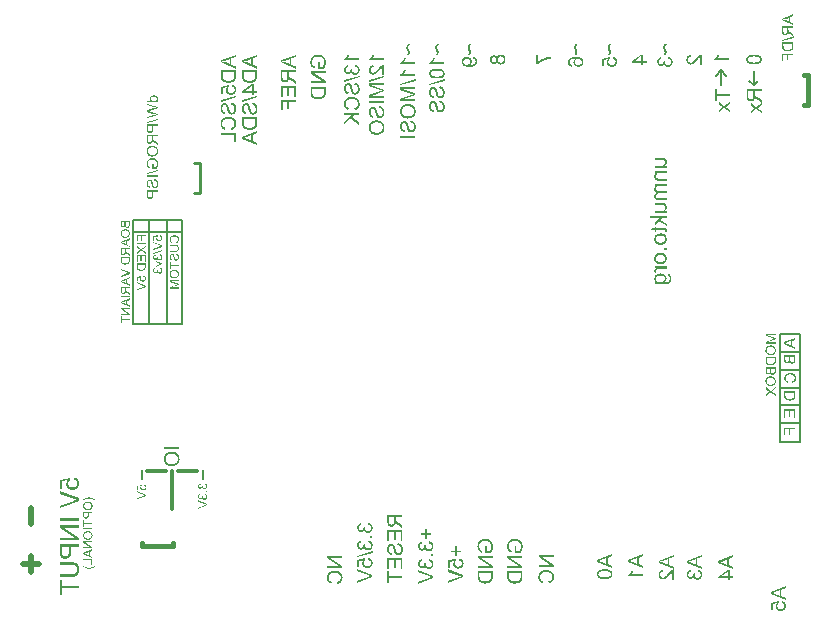
<source format=gbo>
G04*
G04 #@! TF.GenerationSoftware,Altium Limited,Altium Designer,20.1.7 (139)*
G04*
G04 Layer_Color=32896*
%FSLAX44Y44*%
%MOMM*%
G71*
G04*
G04 #@! TF.SameCoordinates,5176B2A9-6DC6-4D15-A643-430D7AC4E40B*
G04*
G04*
G04 #@! TF.FilePolarity,Positive*
G04*
G01*
G75*
%ADD10C,0.2000*%
%ADD11C,0.5000*%
%ADD15C,0.3000*%
%ADD16C,0.4000*%
%ADD91C,0.2500*%
G36*
X557216Y398980D02*
X557481Y398959D01*
X557725Y398939D01*
X557887D01*
X558010Y398919D01*
X558091Y398898D01*
X558111D01*
X558376Y398837D01*
X558620Y398756D01*
X558844Y398675D01*
X559027Y398573D01*
X559190Y398491D01*
X559291Y398430D01*
X559373Y398390D01*
X559393Y398369D01*
X559576Y398206D01*
X559739Y398023D01*
X559881Y397840D01*
X560004Y397637D01*
X560105Y397474D01*
X560187Y397332D01*
X560227Y397250D01*
X560248Y397210D01*
X560370Y396904D01*
X560451Y396620D01*
X560512Y396335D01*
X560553Y396070D01*
X560573Y395846D01*
X560593Y395663D01*
Y395521D01*
X560573Y395155D01*
X560512Y394789D01*
X560431Y394463D01*
X560329Y394137D01*
X560187Y393853D01*
X560044Y393588D01*
X559902Y393344D01*
X559739Y393120D01*
X559576Y392917D01*
X559434Y392754D01*
X559271Y392612D01*
X559149Y392490D01*
X559047Y392388D01*
X558966Y392327D01*
X558905Y392286D01*
X558885Y392266D01*
X560370D01*
Y390719D01*
X550156D01*
Y392449D01*
X555629D01*
X556097Y392469D01*
X556504Y392490D01*
X556850Y392530D01*
X557135Y392591D01*
X557359Y392652D01*
X557521Y392693D01*
X557603Y392713D01*
X557643Y392734D01*
X557887Y392856D01*
X558091Y392998D01*
X558274Y393161D01*
X558437Y393324D01*
X558559Y393466D01*
X558640Y393588D01*
X558701Y393670D01*
X558722Y393710D01*
X558844Y393975D01*
X558946Y394239D01*
X559007Y394483D01*
X559068Y394707D01*
X559088Y394890D01*
X559108Y395033D01*
Y395175D01*
X559088Y395460D01*
X559047Y395704D01*
X558986Y395928D01*
X558905Y396111D01*
X558844Y396274D01*
X558783Y396375D01*
X558742Y396457D01*
X558722Y396477D01*
X558559Y396660D01*
X558396Y396803D01*
X558213Y396925D01*
X558050Y397026D01*
X557887Y397088D01*
X557766Y397128D01*
X557684Y397169D01*
X557664D01*
X557440Y397210D01*
X557175Y397230D01*
X556870Y397250D01*
X556565D01*
X556280Y397271D01*
X556056D01*
X555955D01*
X555894D01*
X555853D01*
X555833D01*
X550156D01*
Y399000D01*
X556484D01*
X556870D01*
X557216Y398980D01*
D02*
G37*
G36*
X560370Y386284D02*
X554815D01*
X554469D01*
X554124Y386243D01*
X553839Y386203D01*
X553574Y386162D01*
X553330Y386101D01*
X553106Y386040D01*
X552903Y385959D01*
X552740Y385877D01*
X552598Y385816D01*
X552476Y385735D01*
X552374Y385674D01*
X552293Y385613D01*
X552191Y385531D01*
X552150Y385491D01*
X551906Y385186D01*
X551743Y384860D01*
X551621Y384534D01*
X551519Y384250D01*
X551479Y383985D01*
X551458Y383782D01*
X551438Y383700D01*
Y383599D01*
X551458Y383354D01*
X551479Y383110D01*
X551540Y382907D01*
X551601Y382744D01*
X551662Y382602D01*
X551702Y382480D01*
X551743Y382419D01*
X551764Y382398D01*
X551886Y382215D01*
X552028Y382052D01*
X552170Y381930D01*
X552293Y381828D01*
X552415Y381767D01*
X552516Y381706D01*
X552577Y381666D01*
X552598D01*
X552822Y381605D01*
X553066Y381544D01*
X553330Y381503D01*
X553595Y381483D01*
X553819Y381462D01*
X554002D01*
X554144D01*
X554164D01*
X554185D01*
X560370D01*
Y379733D01*
X554103D01*
X553676D01*
X553330Y379753D01*
X553045Y379774D01*
X552801D01*
X552638Y379794D01*
X552516Y379814D01*
X552435Y379835D01*
X552415D01*
X552150Y379896D01*
X551906Y379997D01*
X551702Y380079D01*
X551499Y380160D01*
X551357Y380262D01*
X551255Y380323D01*
X551174Y380364D01*
X551153Y380384D01*
X550950Y380547D01*
X550787Y380730D01*
X550624Y380913D01*
X550502Y381116D01*
X550400Y381279D01*
X550339Y381422D01*
X550299Y381503D01*
X550278Y381544D01*
X550156Y381828D01*
X550075Y382134D01*
X550014Y382419D01*
X549973Y382683D01*
X549953Y382907D01*
X549933Y383069D01*
Y383232D01*
X549953Y383619D01*
X550014Y383985D01*
X550095Y384311D01*
X550197Y384636D01*
X550319Y384921D01*
X550462Y385186D01*
X550624Y385430D01*
X550767Y385633D01*
X550929Y385836D01*
X551092Y385999D01*
X551235Y386142D01*
X551357Y386264D01*
X551458Y386345D01*
X551540Y386406D01*
X551601Y386447D01*
X551621Y386467D01*
X550156D01*
Y388013D01*
X560370D01*
Y386284D01*
D02*
G37*
G36*
Y375359D02*
X555080D01*
X554592Y375338D01*
X554164Y375318D01*
X553798Y375277D01*
X553493Y375216D01*
X553269Y375155D01*
X553106Y375115D01*
X553005Y375094D01*
X552964Y375074D01*
X552700Y374952D01*
X552476Y374809D01*
X552272Y374667D01*
X552109Y374524D01*
X551987Y374382D01*
X551906Y374280D01*
X551845Y374199D01*
X551825Y374179D01*
X551702Y373935D01*
X551601Y373711D01*
X551540Y373466D01*
X551479Y373263D01*
X551458Y373100D01*
X551438Y372958D01*
Y372836D01*
X551458Y372490D01*
X551519Y372205D01*
X551621Y371961D01*
X551723Y371778D01*
X551845Y371635D01*
X551926Y371534D01*
X552008Y371473D01*
X552028Y371452D01*
X552272Y371310D01*
X552537Y371208D01*
X552822Y371127D01*
X553106Y371086D01*
X553350Y371045D01*
X553574Y371025D01*
X553656D01*
X553696D01*
X553737D01*
X553757D01*
X560370D01*
Y369296D01*
X554449D01*
X553900Y369255D01*
X553432Y369174D01*
X553045Y369072D01*
X552720Y368929D01*
X552476Y368807D01*
X552313Y368685D01*
X552211Y368604D01*
X552170Y368584D01*
X551926Y368299D01*
X551743Y367994D01*
X551621Y367688D01*
X551519Y367404D01*
X551479Y367159D01*
X551458Y366956D01*
X551438Y366875D01*
Y366773D01*
X551458Y366549D01*
X551479Y366366D01*
X551519Y366183D01*
X551581Y366040D01*
X551642Y365898D01*
X551682Y365817D01*
X551702Y365756D01*
X551723Y365735D01*
X551845Y365573D01*
X551967Y365450D01*
X552089Y365349D01*
X552211Y365267D01*
X552313Y365206D01*
X552394Y365166D01*
X552455Y365125D01*
X552476D01*
X552659Y365064D01*
X552903Y365023D01*
X553147Y365003D01*
X553391Y364982D01*
X553615Y364962D01*
X553798D01*
X553920D01*
X553941D01*
X553961D01*
X560370D01*
Y363233D01*
X553371D01*
X553045D01*
X552761Y363274D01*
X552476Y363314D01*
X552231Y363355D01*
X551987Y363416D01*
X551784Y363497D01*
X551601Y363558D01*
X551418Y363640D01*
X551275Y363721D01*
X551133Y363782D01*
X550950Y363924D01*
X550828Y364006D01*
X550787Y364047D01*
X550502Y364372D01*
X550299Y364759D01*
X550136Y365145D01*
X550034Y365512D01*
X549973Y365857D01*
X549953Y366000D01*
Y366142D01*
X549933Y366244D01*
Y366386D01*
X549953Y366753D01*
X550014Y367078D01*
X550095Y367404D01*
X550217Y367709D01*
X550360Y367994D01*
X550502Y368258D01*
X550665Y368482D01*
X550828Y368706D01*
X551011Y368909D01*
X551174Y369072D01*
X551316Y369214D01*
X551458Y369336D01*
X551581Y369438D01*
X551662Y369499D01*
X551723Y369540D01*
X551743Y369560D01*
X551438Y369682D01*
X551174Y369845D01*
X550950Y370028D01*
X550767Y370191D01*
X550604Y370354D01*
X550502Y370476D01*
X550441Y370557D01*
X550421Y370598D01*
X550258Y370883D01*
X550136Y371188D01*
X550055Y371493D01*
X549994Y371798D01*
X549953Y372042D01*
X549933Y372266D01*
Y372449D01*
X549953Y372816D01*
X550014Y373161D01*
X550075Y373466D01*
X550156Y373731D01*
X550258Y373955D01*
X550319Y374118D01*
X550380Y374219D01*
X550400Y374260D01*
X550583Y374545D01*
X550787Y374789D01*
X550990Y375013D01*
X551194Y375196D01*
X551357Y375338D01*
X551499Y375460D01*
X551581Y375521D01*
X551621Y375542D01*
X550156D01*
Y377088D01*
X560370D01*
Y375359D01*
D02*
G37*
G36*
X557216Y360690D02*
X557481Y360669D01*
X557725Y360649D01*
X557887D01*
X558010Y360629D01*
X558091Y360608D01*
X558111D01*
X558376Y360547D01*
X558620Y360466D01*
X558844Y360384D01*
X559027Y360283D01*
X559190Y360201D01*
X559291Y360140D01*
X559373Y360100D01*
X559393Y360079D01*
X559576Y359916D01*
X559739Y359733D01*
X559881Y359550D01*
X560004Y359347D01*
X560105Y359184D01*
X560187Y359042D01*
X560227Y358960D01*
X560248Y358920D01*
X560370Y358614D01*
X560451Y358330D01*
X560512Y358045D01*
X560553Y357780D01*
X560573Y357556D01*
X560593Y357373D01*
Y357231D01*
X560573Y356865D01*
X560512Y356498D01*
X560431Y356173D01*
X560329Y355847D01*
X560187Y355563D01*
X560044Y355298D01*
X559902Y355054D01*
X559739Y354830D01*
X559576Y354627D01*
X559434Y354464D01*
X559271Y354322D01*
X559149Y354199D01*
X559047Y354098D01*
X558966Y354037D01*
X558905Y353996D01*
X558885Y353976D01*
X560370D01*
Y352429D01*
X550156D01*
Y354159D01*
X555629D01*
X556097Y354179D01*
X556504Y354199D01*
X556850Y354240D01*
X557135Y354301D01*
X557359Y354362D01*
X557521Y354403D01*
X557603Y354423D01*
X557643Y354444D01*
X557887Y354566D01*
X558091Y354708D01*
X558274Y354871D01*
X558437Y355034D01*
X558559Y355176D01*
X558640Y355298D01*
X558701Y355379D01*
X558722Y355420D01*
X558844Y355685D01*
X558946Y355949D01*
X559007Y356193D01*
X559068Y356417D01*
X559088Y356600D01*
X559108Y356743D01*
Y356885D01*
X559088Y357170D01*
X559047Y357414D01*
X558986Y357638D01*
X558905Y357821D01*
X558844Y357984D01*
X558783Y358085D01*
X558742Y358167D01*
X558722Y358187D01*
X558559Y358370D01*
X558396Y358513D01*
X558213Y358635D01*
X558050Y358736D01*
X557887Y358797D01*
X557766Y358838D01*
X557684Y358879D01*
X557664D01*
X557440Y358920D01*
X557175Y358940D01*
X556870Y358960D01*
X556565D01*
X556280Y358981D01*
X556056D01*
X555955D01*
X555894D01*
X555853D01*
X555833D01*
X550156D01*
Y360710D01*
X556484D01*
X556870D01*
X557216Y360690D01*
D02*
G37*
G36*
X560370Y347994D02*
X556321D01*
X555161Y346794D01*
X560370Y343396D01*
Y341260D01*
X553961Y345573D01*
X550156Y341646D01*
Y343905D01*
X554327Y347994D01*
X546291D01*
Y349723D01*
X560370D01*
Y347994D01*
D02*
G37*
G36*
X551499Y339591D02*
X557399D01*
X557684D01*
X557928D01*
X558152Y339571D01*
X558376Y339551D01*
X558559D01*
X558722Y339530D01*
X558986Y339490D01*
X559190Y339449D01*
X559332Y339429D01*
X559413Y339388D01*
X559434D01*
X559617Y339307D01*
X559759Y339184D01*
X559902Y339062D01*
X560004Y338961D01*
X560105Y338839D01*
X560166Y338757D01*
X560207Y338696D01*
X560227Y338676D01*
X560329Y338452D01*
X560390Y338228D01*
X560451Y337984D01*
X560471Y337740D01*
X560492Y337537D01*
X560512Y337374D01*
Y337211D01*
X560492Y336763D01*
X560471Y336540D01*
X560431Y336336D01*
X560410Y336153D01*
X560390Y336011D01*
X560370Y335929D01*
Y335889D01*
X558844Y336112D01*
X558864Y336275D01*
X558885Y336438D01*
Y336580D01*
X558905Y336682D01*
Y336885D01*
X558885Y337150D01*
X558844Y337333D01*
X558803Y337435D01*
X558783Y337476D01*
X558681Y337618D01*
X558579Y337699D01*
X558498Y337760D01*
X558457Y337781D01*
X558355Y337801D01*
X558213Y337821D01*
X557887Y337842D01*
X557745Y337862D01*
X557623D01*
X557542D01*
X557501D01*
X551499D01*
Y336112D01*
X550156D01*
Y337862D01*
X546596D01*
X547633Y339591D01*
X550156D01*
Y340873D01*
X551499D01*
Y339591D01*
D02*
G37*
G36*
X555731Y335034D02*
X556179Y334993D01*
X556585Y334932D01*
X556972Y334851D01*
X557318Y334749D01*
X557643Y334647D01*
X557949Y334525D01*
X558213Y334403D01*
X558457Y334281D01*
X558661Y334159D01*
X558823Y334058D01*
X558966Y333956D01*
X559088Y333874D01*
X559169Y333813D01*
X559210Y333773D01*
X559230Y333752D01*
X559474Y333488D01*
X559678Y333223D01*
X559861Y332938D01*
X560024Y332654D01*
X560146Y332369D01*
X560268Y332064D01*
X560431Y331514D01*
X560471Y331270D01*
X560512Y331026D01*
X560553Y330823D01*
X560573Y330639D01*
X560593Y330477D01*
Y330273D01*
X560573Y329785D01*
X560492Y329337D01*
X560390Y328910D01*
X560288Y328564D01*
X560166Y328259D01*
X560126Y328137D01*
X560085Y328035D01*
X560044Y327934D01*
X560004Y327873D01*
X559983Y327852D01*
Y327832D01*
X559719Y327425D01*
X559434Y327079D01*
X559149Y326774D01*
X558864Y326530D01*
X558620Y326347D01*
X558416Y326204D01*
X558335Y326163D01*
X558274Y326123D01*
X558254Y326102D01*
X558233D01*
X557766Y325899D01*
X557257Y325756D01*
X556748Y325634D01*
X556240Y325573D01*
X556016Y325533D01*
X555812D01*
X555609Y325512D01*
X555446Y325492D01*
X555304D01*
X555202D01*
X555141D01*
X555121D01*
X554673Y325512D01*
X554266Y325553D01*
X553880Y325614D01*
X553513Y325695D01*
X553167Y325797D01*
X552862Y325919D01*
X552557Y326041D01*
X552313Y326163D01*
X552089Y326286D01*
X551886Y326408D01*
X551702Y326530D01*
X551560Y326631D01*
X551458Y326713D01*
X551377Y326774D01*
X551336Y326814D01*
X551316Y326835D01*
X551072Y327099D01*
X550868Y327364D01*
X550665Y327649D01*
X550522Y327934D01*
X550380Y328218D01*
X550278Y328503D01*
X550095Y329053D01*
X550055Y329317D01*
X550014Y329541D01*
X549973Y329744D01*
X549953Y329927D01*
X549933Y330070D01*
Y330273D01*
X549953Y330619D01*
X549973Y330945D01*
X550116Y331575D01*
X550299Y332125D01*
X550400Y332369D01*
X550502Y332593D01*
X550604Y332796D01*
X550706Y332959D01*
X550807Y333122D01*
X550889Y333244D01*
X550970Y333345D01*
X551031Y333427D01*
X551051Y333467D01*
X551072Y333488D01*
X551336Y333773D01*
X551642Y333996D01*
X551967Y334220D01*
X552293Y334383D01*
X552638Y334546D01*
X553005Y334668D01*
X553350Y334770D01*
X553676Y334851D01*
X554002Y334932D01*
X554286Y334973D01*
X554571Y335014D01*
X554795Y335034D01*
X554999D01*
X555141Y335054D01*
X555222D01*
X555263D01*
X555731Y335034D01*
D02*
G37*
G36*
X560370Y320996D02*
X558396D01*
Y322969D01*
X560370D01*
Y320996D01*
D02*
G37*
G36*
X555731Y318615D02*
X556179Y318575D01*
X556585Y318514D01*
X556972Y318432D01*
X557318Y318330D01*
X557643Y318229D01*
X557949Y318107D01*
X558213Y317985D01*
X558457Y317862D01*
X558661Y317740D01*
X558823Y317639D01*
X558966Y317537D01*
X559088Y317456D01*
X559169Y317395D01*
X559210Y317354D01*
X559230Y317334D01*
X559474Y317069D01*
X559678Y316805D01*
X559861Y316520D01*
X560024Y316235D01*
X560146Y315950D01*
X560268Y315645D01*
X560431Y315096D01*
X560471Y314851D01*
X560512Y314607D01*
X560553Y314404D01*
X560573Y314221D01*
X560593Y314058D01*
Y313855D01*
X560573Y313366D01*
X560492Y312919D01*
X560390Y312491D01*
X560288Y312146D01*
X560166Y311840D01*
X560126Y311718D01*
X560085Y311616D01*
X560044Y311515D01*
X560004Y311454D01*
X559983Y311433D01*
Y311413D01*
X559719Y311006D01*
X559434Y310660D01*
X559149Y310355D01*
X558864Y310111D01*
X558620Y309928D01*
X558416Y309785D01*
X558335Y309745D01*
X558274Y309704D01*
X558254Y309684D01*
X558233D01*
X557766Y309480D01*
X557257Y309338D01*
X556748Y309216D01*
X556240Y309155D01*
X556016Y309114D01*
X555812D01*
X555609Y309094D01*
X555446Y309073D01*
X555304D01*
X555202D01*
X555141D01*
X555121D01*
X554673Y309094D01*
X554266Y309134D01*
X553880Y309195D01*
X553513Y309277D01*
X553167Y309379D01*
X552862Y309501D01*
X552557Y309623D01*
X552313Y309745D01*
X552089Y309867D01*
X551886Y309989D01*
X551702Y310111D01*
X551560Y310213D01*
X551458Y310294D01*
X551377Y310355D01*
X551336Y310396D01*
X551316Y310416D01*
X551072Y310681D01*
X550868Y310945D01*
X550665Y311230D01*
X550522Y311515D01*
X550380Y311800D01*
X550278Y312084D01*
X550095Y312634D01*
X550055Y312898D01*
X550014Y313122D01*
X549973Y313326D01*
X549953Y313509D01*
X549933Y313651D01*
Y313855D01*
X549953Y314200D01*
X549973Y314526D01*
X550116Y315157D01*
X550299Y315706D01*
X550400Y315950D01*
X550502Y316174D01*
X550604Y316377D01*
X550706Y316540D01*
X550807Y316703D01*
X550889Y316825D01*
X550970Y316927D01*
X551031Y317008D01*
X551051Y317049D01*
X551072Y317069D01*
X551336Y317354D01*
X551642Y317578D01*
X551967Y317801D01*
X552293Y317964D01*
X552638Y318127D01*
X553005Y318249D01*
X553350Y318351D01*
X553676Y318432D01*
X554002Y318514D01*
X554286Y318554D01*
X554571Y318595D01*
X554795Y318615D01*
X554999D01*
X555141Y318636D01*
X555222D01*
X555263D01*
X555731Y318615D01*
D02*
G37*
G36*
X560370Y305330D02*
X555039D01*
X554632Y305309D01*
X554266Y305289D01*
X553920Y305248D01*
X553615Y305187D01*
X553371Y305126D01*
X553188Y305086D01*
X553066Y305065D01*
X553025Y305045D01*
X552801Y304964D01*
X552618Y304862D01*
X552455Y304760D01*
X552313Y304658D01*
X552211Y304557D01*
X552130Y304496D01*
X552089Y304435D01*
X552069Y304414D01*
X551947Y304251D01*
X551865Y304068D01*
X551804Y303885D01*
X551764Y303743D01*
X551743Y303600D01*
X551723Y303499D01*
Y303397D01*
X551743Y303173D01*
X551784Y302949D01*
X551845Y302726D01*
X551906Y302542D01*
X551967Y302380D01*
X552028Y302258D01*
X552069Y302176D01*
X552089Y302156D01*
X550502Y301525D01*
X550319Y301871D01*
X550177Y302197D01*
X550075Y302481D01*
X549994Y302746D01*
X549953Y302970D01*
X549933Y303153D01*
Y303295D01*
X549953Y303519D01*
X549994Y303722D01*
X550055Y303926D01*
X550116Y304089D01*
X550177Y304211D01*
X550238Y304333D01*
X550278Y304394D01*
X550299Y304414D01*
X550462Y304597D01*
X550665Y304780D01*
X550909Y304964D01*
X551133Y305126D01*
X551357Y305289D01*
X551540Y305391D01*
X551682Y305472D01*
X551702Y305492D01*
X550156D01*
Y307059D01*
X560370D01*
Y305330D01*
D02*
G37*
G36*
X555609Y301139D02*
X555995Y301118D01*
X556687Y300976D01*
X557013Y300895D01*
X557298Y300793D01*
X557582Y300691D01*
X557826Y300589D01*
X558071Y300488D01*
X558274Y300386D01*
X558437Y300284D01*
X558600Y300203D01*
X558701Y300121D01*
X558803Y300060D01*
X558844Y300040D01*
X558864Y300020D01*
X559129Y299796D01*
X559352Y299552D01*
X559556Y299287D01*
X559739Y299023D01*
X559881Y298738D01*
X560004Y298473D01*
X560105Y298209D01*
X560187Y297944D01*
X560248Y297700D01*
X560288Y297476D01*
X560329Y297273D01*
X560349Y297090D01*
Y296947D01*
X560370Y296846D01*
Y296744D01*
X560349Y296439D01*
X560309Y296134D01*
X560248Y295849D01*
X560166Y295584D01*
X559942Y295116D01*
X559698Y294689D01*
X559576Y294526D01*
X559454Y294364D01*
X559332Y294221D01*
X559230Y294119D01*
X559149Y294038D01*
X559088Y293977D01*
X559047Y293936D01*
X559027Y293916D01*
X559332D01*
X559596D01*
X559861Y293936D01*
X560085D01*
X560288D01*
X560471Y293957D01*
X560634D01*
X560777Y293977D01*
X560980Y293997D01*
X561143Y294018D01*
X561224Y294038D01*
X561245D01*
X561550Y294140D01*
X561814Y294282D01*
X562038Y294425D01*
X562241Y294567D01*
X562384Y294709D01*
X562506Y294832D01*
X562567Y294913D01*
X562587Y294933D01*
X562750Y295198D01*
X562872Y295503D01*
X562953Y295808D01*
X563015Y296093D01*
X563055Y296378D01*
X563076Y296581D01*
Y296785D01*
X563055Y297171D01*
X562994Y297537D01*
X562913Y297843D01*
X562811Y298087D01*
X562730Y298290D01*
X562648Y298433D01*
X562587Y298514D01*
X562567Y298555D01*
X562425Y298717D01*
X562241Y298840D01*
X562058Y298941D01*
X561875Y299023D01*
X561692Y299063D01*
X561550Y299104D01*
X561468Y299124D01*
X561428D01*
X561204Y300813D01*
X561509D01*
X561773Y300772D01*
X562038Y300732D01*
X562282Y300671D01*
X562709Y300488D01*
X563055Y300284D01*
X563320Y300081D01*
X563503Y299918D01*
X563625Y299776D01*
X563645Y299755D01*
X563666Y299735D01*
X563951Y299287D01*
X564154Y298799D01*
X564296Y298311D01*
X564398Y297843D01*
X564439Y297619D01*
X564459Y297415D01*
X564479Y297253D01*
Y297090D01*
X564500Y296968D01*
Y296785D01*
X564479Y296235D01*
X564398Y295727D01*
X564317Y295279D01*
X564195Y294913D01*
X564093Y294608D01*
X564052Y294486D01*
X563991Y294384D01*
X563971Y294303D01*
X563930Y294242D01*
X563910Y294221D01*
Y294201D01*
X563686Y293835D01*
X563422Y293509D01*
X563157Y293245D01*
X562913Y293021D01*
X562689Y292858D01*
X562506Y292756D01*
X562384Y292675D01*
X562364Y292655D01*
X562343D01*
X562140Y292573D01*
X561916Y292492D01*
X561672Y292431D01*
X561407Y292370D01*
X560838Y292288D01*
X560288Y292227D01*
X560024Y292207D01*
X559780Y292187D01*
X559556D01*
X559373Y292166D01*
X559210D01*
X559088D01*
X559007D01*
X558986D01*
X550156D01*
Y293753D01*
X551418D01*
X551153Y293977D01*
X550929Y294221D01*
X550726Y294465D01*
X550563Y294709D01*
X550421Y294974D01*
X550299Y295218D01*
X550197Y295462D01*
X550116Y295686D01*
X550055Y295910D01*
X550014Y296113D01*
X549973Y296296D01*
X549953Y296439D01*
X549933Y296561D01*
Y296744D01*
X549953Y297232D01*
X550034Y297680D01*
X550156Y298087D01*
X550278Y298433D01*
X550400Y298717D01*
X550522Y298921D01*
X550563Y299002D01*
X550604Y299063D01*
X550624Y299084D01*
Y299104D01*
X550889Y299450D01*
X551214Y299755D01*
X551519Y300020D01*
X551825Y300243D01*
X552109Y300406D01*
X552333Y300528D01*
X552415Y300569D01*
X552476Y300610D01*
X552516Y300630D01*
X552537D01*
X553005Y300813D01*
X553473Y300935D01*
X553920Y301037D01*
X554327Y301098D01*
X554693Y301139D01*
X554836D01*
X554978Y301159D01*
X555080D01*
X555161D01*
X555202D01*
X555222D01*
X555609Y301139D01*
D02*
G37*
G36*
X126755Y451986D02*
X127115Y451945D01*
X127434Y451875D01*
X127712Y451806D01*
X127837Y451778D01*
X127934Y451750D01*
X128031Y451709D01*
X128114Y451681D01*
X128169Y451653D01*
X128211Y451639D01*
X128239Y451626D01*
X128253D01*
X128544Y451473D01*
X128793Y451293D01*
X129015Y451112D01*
X129196Y450932D01*
X129334Y450780D01*
X129445Y450655D01*
X129501Y450572D01*
X129529Y450558D01*
Y450544D01*
X129681Y450280D01*
X129792Y450017D01*
X129875Y449753D01*
X129931Y449518D01*
X129958Y449323D01*
X129972Y449157D01*
X129986Y449101D01*
Y449018D01*
X129972Y448783D01*
X129944Y448561D01*
X129889Y448353D01*
X129820Y448172D01*
X129750Y447992D01*
X129667Y447826D01*
X129570Y447687D01*
X129473Y447562D01*
X129376Y447437D01*
X129279Y447340D01*
X129196Y447257D01*
X129126Y447188D01*
X129057Y447132D01*
X129002Y447091D01*
X128974Y447077D01*
X128960Y447063D01*
X129834D01*
Y445967D01*
X120237D01*
Y447146D01*
X123676D01*
X123524Y447271D01*
X123399Y447410D01*
X123274Y447534D01*
X123177Y447673D01*
X123107Y447784D01*
X123038Y447867D01*
X123010Y447923D01*
X122997Y447950D01*
X122899Y448131D01*
X122830Y448325D01*
X122788Y448519D01*
X122747Y448699D01*
X122733Y448852D01*
X122719Y448963D01*
Y449074D01*
X122733Y449379D01*
X122788Y449670D01*
X122858Y449934D01*
X122941Y450155D01*
X123038Y450350D01*
X123107Y450488D01*
X123135Y450544D01*
X123163Y450585D01*
X123177Y450599D01*
Y450613D01*
X123357Y450863D01*
X123579Y451071D01*
X123787Y451251D01*
X123995Y451390D01*
X124189Y451501D01*
X124342Y451584D01*
X124397Y451612D01*
X124439Y451639D01*
X124466Y451653D01*
X124480D01*
X124799Y451764D01*
X125132Y451847D01*
X125451Y451917D01*
X125742Y451958D01*
X125992Y451986D01*
X126103D01*
X126186Y452000D01*
X126269D01*
X126325D01*
X126353D01*
X126367D01*
X126755Y451986D01*
D02*
G37*
G36*
X129834Y442320D02*
Y440989D01*
X122525Y438964D01*
X122345Y438908D01*
X122150Y438867D01*
X121956Y438811D01*
X121790Y438770D01*
X121637Y438728D01*
X121512Y438700D01*
X121429Y438686D01*
X121416Y438672D01*
X121402D01*
X121443Y438659D01*
X121512Y438645D01*
X121665Y438603D01*
X121845Y438548D01*
X122039Y438492D01*
X122220Y438451D01*
X122372Y438409D01*
X122442Y438395D01*
X122483Y438381D01*
X122511Y438367D01*
X122525D01*
X129834Y436357D01*
Y435108D01*
X120237Y432473D01*
Y433763D01*
X126408Y435261D01*
X126838Y435372D01*
X127226Y435455D01*
X127587Y435538D01*
X127892Y435608D01*
X128031Y435649D01*
X128155Y435663D01*
X128253Y435691D01*
X128336Y435705D01*
X128405Y435732D01*
X128461D01*
X128488Y435746D01*
X128502D01*
X127892Y435843D01*
X127296Y435968D01*
X126727Y436093D01*
X126464Y436148D01*
X126200Y436218D01*
X125964Y436273D01*
X125756Y436329D01*
X125576Y436384D01*
X125410Y436426D01*
X125285Y436454D01*
X125188Y436481D01*
X125118Y436509D01*
X125104D01*
X120237Y437868D01*
Y439408D01*
X126727Y441224D01*
X126783Y441238D01*
X126866Y441266D01*
X126977Y441294D01*
X127101Y441321D01*
X127240Y441363D01*
X127393Y441391D01*
X127698Y441474D01*
X128003Y441543D01*
X128142Y441585D01*
X128253Y441613D01*
X128364Y441626D01*
X128433Y441654D01*
X128488Y441668D01*
X128502D01*
X128142Y441737D01*
X127781Y441807D01*
X127448Y441876D01*
X127157Y441945D01*
X127018Y441973D01*
X126894Y442001D01*
X126796Y442029D01*
X126699Y442043D01*
X126630Y442056D01*
X126574Y442070D01*
X126547Y442084D01*
X126533D01*
X120237Y443512D01*
Y444830D01*
X129834Y442320D01*
D02*
G37*
G36*
X130000Y431378D02*
X120070Y428590D01*
Y429533D01*
X130000Y432321D01*
Y431378D01*
D02*
G37*
G36*
X129834Y426274D02*
X125937D01*
Y423819D01*
X125923Y423459D01*
X125895Y423112D01*
X125853Y422807D01*
X125798Y422530D01*
X125742Y422266D01*
X125673Y422044D01*
X125590Y421836D01*
X125507Y421656D01*
X125437Y421503D01*
X125354Y421365D01*
X125285Y421254D01*
X125215Y421171D01*
X125174Y421101D01*
X125132Y421060D01*
X125104Y421032D01*
X125091Y421018D01*
X124924Y420879D01*
X124758Y420755D01*
X124591Y420657D01*
X124411Y420560D01*
X124231Y420477D01*
X124064Y420422D01*
X123745Y420325D01*
X123593Y420297D01*
X123454Y420269D01*
X123329Y420255D01*
X123232Y420241D01*
X123135Y420228D01*
X123080D01*
X123038D01*
X123024D01*
X122761Y420241D01*
X122511Y420269D01*
X122289Y420325D01*
X122095Y420366D01*
X121929Y420422D01*
X121804Y420477D01*
X121734Y420505D01*
X121707Y420519D01*
X121499Y420630D01*
X121318Y420768D01*
X121152Y420893D01*
X121027Y421018D01*
X120930Y421129D01*
X120847Y421212D01*
X120805Y421268D01*
X120791Y421295D01*
X120680Y421476D01*
X120583Y421684D01*
X120500Y421878D01*
X120431Y422058D01*
X120389Y422225D01*
X120361Y422349D01*
X120334Y422446D01*
Y422474D01*
X120306Y422682D01*
X120278Y422918D01*
X120264Y423168D01*
X120251Y423403D01*
X120237Y423611D01*
Y427550D01*
X129834D01*
Y426274D01*
D02*
G37*
G36*
Y417315D02*
X125576D01*
Y415679D01*
X125590Y415526D01*
Y415415D01*
X125604Y415318D01*
X125618Y415249D01*
Y415193D01*
X125631Y415165D01*
Y415152D01*
X125701Y414930D01*
X125742Y414833D01*
X125784Y414749D01*
X125826Y414666D01*
X125853Y414611D01*
X125867Y414583D01*
X125881Y414569D01*
X125964Y414458D01*
X126061Y414347D01*
X126269Y414139D01*
X126367Y414042D01*
X126450Y413973D01*
X126505Y413931D01*
X126519Y413917D01*
X126713Y413779D01*
X126921Y413626D01*
X127143Y413474D01*
X127351Y413321D01*
X127545Y413196D01*
X127698Y413099D01*
X127753Y413058D01*
X127795Y413030D01*
X127823Y413002D01*
X127837D01*
X129834Y411740D01*
Y410159D01*
X127226Y411809D01*
X126949Y412004D01*
X126699Y412184D01*
X126491Y412364D01*
X126297Y412517D01*
X126158Y412655D01*
X126047Y412766D01*
X125978Y412836D01*
X125950Y412863D01*
X125867Y412974D01*
X125770Y413099D01*
X125618Y413349D01*
X125562Y413460D01*
X125507Y413543D01*
X125479Y413598D01*
X125465Y413626D01*
X125423Y413377D01*
X125382Y413141D01*
X125312Y412933D01*
X125257Y412725D01*
X125188Y412544D01*
X125104Y412378D01*
X125035Y412225D01*
X124966Y412087D01*
X124883Y411976D01*
X124813Y411865D01*
X124758Y411782D01*
X124702Y411712D01*
X124661Y411657D01*
X124619Y411615D01*
X124605Y411601D01*
X124591Y411587D01*
X124453Y411477D01*
X124314Y411366D01*
X124023Y411199D01*
X123731Y411088D01*
X123454Y411005D01*
X123218Y410950D01*
X123121Y410936D01*
X123024D01*
X122955Y410922D01*
X122899D01*
X122872D01*
X122858D01*
X122566Y410936D01*
X122303Y410977D01*
X122053Y411047D01*
X121845Y411116D01*
X121665Y411199D01*
X121526Y411255D01*
X121443Y411310D01*
X121429Y411324D01*
X121416D01*
X121194Y411490D01*
X120999Y411657D01*
X120833Y411837D01*
X120708Y412004D01*
X120611Y412156D01*
X120556Y412281D01*
X120514Y412364D01*
X120500Y412378D01*
Y412392D01*
X120458Y412517D01*
X120417Y412669D01*
X120348Y412974D01*
X120306Y413307D01*
X120264Y413612D01*
X120251Y413904D01*
Y414028D01*
X120237Y414139D01*
Y418591D01*
X129834D01*
Y417315D01*
D02*
G37*
G36*
X125645Y409285D02*
X126075Y409230D01*
X126491Y409147D01*
X126672Y409091D01*
X126852Y409036D01*
X127004Y408994D01*
X127143Y408939D01*
X127268Y408897D01*
X127379Y408855D01*
X127462Y408828D01*
X127518Y408800D01*
X127559Y408772D01*
X127573D01*
X127975Y408536D01*
X128322Y408287D01*
X128627Y408009D01*
X128877Y407746D01*
X129085Y407510D01*
X129168Y407413D01*
X129223Y407330D01*
X129279Y407247D01*
X129320Y407191D01*
X129334Y407164D01*
X129348Y407150D01*
X129459Y406942D01*
X129556Y406734D01*
X129723Y406317D01*
X129834Y405915D01*
X129917Y405541D01*
X129944Y405361D01*
X129958Y405208D01*
X129986Y405069D01*
Y404944D01*
X130000Y404861D01*
Y404723D01*
X129972Y404265D01*
X129903Y403835D01*
X129820Y403433D01*
X129764Y403253D01*
X129709Y403086D01*
X129653Y402934D01*
X129598Y402795D01*
X129556Y402684D01*
X129515Y402587D01*
X129473Y402504D01*
X129445Y402434D01*
X129417Y402407D01*
Y402393D01*
X129168Y402004D01*
X128890Y401672D01*
X128599Y401394D01*
X128322Y401158D01*
X128058Y400964D01*
X127961Y400895D01*
X127864Y400840D01*
X127781Y400784D01*
X127726Y400756D01*
X127684Y400728D01*
X127670D01*
X127448Y400618D01*
X127226Y400534D01*
X126783Y400382D01*
X126339Y400271D01*
X125937Y400201D01*
X125756Y400188D01*
X125590Y400160D01*
X125437Y400146D01*
X125312D01*
X125202Y400132D01*
X125132D01*
X125077D01*
X125063D01*
X124536Y400160D01*
X124051Y400215D01*
X123829Y400257D01*
X123607Y400312D01*
X123413Y400368D01*
X123232Y400410D01*
X123066Y400465D01*
X122913Y400521D01*
X122788Y400562D01*
X122677Y400618D01*
X122594Y400645D01*
X122539Y400673D01*
X122497Y400701D01*
X122483D01*
X122081Y400923D01*
X121721Y401186D01*
X121416Y401464D01*
X121166Y401713D01*
X120972Y401949D01*
X120889Y402060D01*
X120819Y402143D01*
X120778Y402226D01*
X120736Y402282D01*
X120722Y402309D01*
X120708Y402323D01*
X120597Y402531D01*
X120500Y402739D01*
X120334Y403142D01*
X120223Y403558D01*
X120153Y403918D01*
X120126Y404085D01*
X120098Y404251D01*
X120084Y404376D01*
Y404501D01*
X120070Y404598D01*
Y404723D01*
X120084Y405097D01*
X120126Y405444D01*
X120195Y405777D01*
X120278Y406096D01*
X120389Y406387D01*
X120500Y406664D01*
X120625Y406914D01*
X120750Y407136D01*
X120875Y407344D01*
X120999Y407524D01*
X121110Y407677D01*
X121221Y407801D01*
X121305Y407898D01*
X121374Y407982D01*
X121416Y408023D01*
X121429Y408037D01*
X121693Y408259D01*
X121970Y408453D01*
X122275Y408633D01*
X122580Y408772D01*
X122899Y408897D01*
X123204Y409008D01*
X123510Y409091D01*
X123801Y409147D01*
X124078Y409202D01*
X124342Y409244D01*
X124577Y409272D01*
X124772Y409299D01*
X124938D01*
X125063Y409313D01*
X125146D01*
X125160D01*
X125174D01*
X125645Y409285D01*
D02*
G37*
G36*
X125604Y398801D02*
X126089Y398731D01*
X126311Y398690D01*
X126519Y398648D01*
X126727Y398593D01*
X126907Y398537D01*
X127074Y398482D01*
X127212Y398426D01*
X127351Y398385D01*
X127448Y398343D01*
X127545Y398302D01*
X127601Y398274D01*
X127642Y398246D01*
X127656D01*
X128058Y397996D01*
X128405Y397719D01*
X128710Y397428D01*
X128960Y397150D01*
X129154Y396887D01*
X129223Y396790D01*
X129293Y396693D01*
X129334Y396610D01*
X129376Y396554D01*
X129390Y396512D01*
X129404Y396499D01*
X129515Y396277D01*
X129598Y396055D01*
X129750Y395611D01*
X129847Y395181D01*
X129931Y394779D01*
X129944Y394599D01*
X129972Y394432D01*
X129986Y394280D01*
Y394155D01*
X130000Y394058D01*
Y393919D01*
X129986Y393531D01*
X129944Y393156D01*
X129875Y392810D01*
X129806Y392505D01*
X129778Y392380D01*
X129750Y392255D01*
X129709Y392144D01*
X129681Y392047D01*
X129653Y391978D01*
X129639Y391922D01*
X129626Y391894D01*
Y391880D01*
X129473Y391506D01*
X129293Y391159D01*
X129099Y390826D01*
X128918Y390535D01*
X128835Y390410D01*
X128752Y390286D01*
X128682Y390189D01*
X128627Y390105D01*
X128572Y390036D01*
X128530Y389981D01*
X128516Y389953D01*
X128502Y389939D01*
X124938D01*
Y394016D01*
X126075D01*
Y391187D01*
X127878D01*
X128017Y391353D01*
X128142Y391548D01*
X128253Y391756D01*
X128350Y391950D01*
X128433Y392116D01*
X128502Y392269D01*
X128530Y392324D01*
X128544Y392352D01*
X128558Y392380D01*
Y392394D01*
X128655Y392685D01*
X128738Y392976D01*
X128793Y393240D01*
X128821Y393489D01*
X128849Y393697D01*
Y393781D01*
X128863Y393864D01*
Y394002D01*
X128849Y394349D01*
X128793Y394682D01*
X128724Y394987D01*
X128655Y395264D01*
X128572Y395486D01*
X128544Y395583D01*
X128516Y395653D01*
X128488Y395722D01*
X128461Y395764D01*
X128447Y395791D01*
Y395805D01*
X128266Y396096D01*
X128072Y396360D01*
X127864Y396582D01*
X127656Y396762D01*
X127462Y396915D01*
X127310Y397012D01*
X127254Y397053D01*
X127212Y397067D01*
X127185Y397095D01*
X127171D01*
X126824Y397234D01*
X126464Y397345D01*
X126103Y397414D01*
X125756Y397469D01*
X125604Y397483D01*
X125465Y397497D01*
X125326Y397511D01*
X125215D01*
X125132Y397525D01*
X125063D01*
X125021D01*
X125007D01*
X124619Y397511D01*
X124272Y397469D01*
X123940Y397414D01*
X123648Y397345D01*
X123524Y397317D01*
X123413Y397275D01*
X123315Y397248D01*
X123232Y397220D01*
X123163Y397192D01*
X123121Y397178D01*
X123094Y397164D01*
X123080D01*
X122886Y397067D01*
X122705Y396970D01*
X122539Y396873D01*
X122400Y396776D01*
X122289Y396693D01*
X122192Y396623D01*
X122137Y396568D01*
X122123Y396554D01*
X121970Y396402D01*
X121832Y396235D01*
X121721Y396055D01*
X121610Y395888D01*
X121540Y395750D01*
X121471Y395639D01*
X121443Y395556D01*
X121429Y395528D01*
X121332Y395278D01*
X121263Y395029D01*
X121221Y394765D01*
X121180Y394529D01*
X121166Y394321D01*
Y394238D01*
X121152Y394169D01*
Y394016D01*
X121166Y393753D01*
X121194Y393503D01*
X121235Y393281D01*
X121277Y393087D01*
X121332Y392921D01*
X121374Y392796D01*
X121402Y392727D01*
X121416Y392699D01*
X121512Y392491D01*
X121623Y392310D01*
X121734Y392144D01*
X121845Y392019D01*
X121943Y391922D01*
X122012Y391839D01*
X122067Y391797D01*
X122081Y391783D01*
X122248Y391659D01*
X122442Y391562D01*
X122622Y391464D01*
X122816Y391381D01*
X122983Y391326D01*
X123107Y391284D01*
X123163Y391270D01*
X123204Y391256D01*
X123218Y391242D01*
X123232D01*
X122927Y390092D01*
X122580Y390189D01*
X122275Y390313D01*
X121998Y390438D01*
X121776Y390549D01*
X121596Y390660D01*
X121471Y390743D01*
X121388Y390799D01*
X121360Y390826D01*
X121138Y391021D01*
X120958Y391229D01*
X120791Y391451D01*
X120653Y391659D01*
X120556Y391853D01*
X120472Y392005D01*
X120445Y392061D01*
X120431Y392102D01*
X120417Y392130D01*
Y392144D01*
X120306Y392463D01*
X120223Y392796D01*
X120153Y393101D01*
X120112Y393392D01*
X120084Y393656D01*
Y393767D01*
X120070Y393850D01*
Y394294D01*
X120098Y394543D01*
X120167Y395029D01*
X120209Y395251D01*
X120264Y395458D01*
X120306Y395653D01*
X120361Y395833D01*
X120417Y395999D01*
X120472Y396138D01*
X120528Y396263D01*
X120569Y396374D01*
X120611Y396457D01*
X120639Y396512D01*
X120653Y396554D01*
X120667Y396568D01*
X120791Y396762D01*
X120916Y396956D01*
X121207Y397289D01*
X121499Y397580D01*
X121804Y397816D01*
X122067Y398010D01*
X122178Y398080D01*
X122289Y398135D01*
X122372Y398191D01*
X122428Y398218D01*
X122470Y398232D01*
X122483Y398246D01*
X122941Y398440D01*
X123399Y398579D01*
X123842Y398690D01*
X124051Y398718D01*
X124245Y398759D01*
X124425Y398773D01*
X124577Y398801D01*
X124730Y398815D01*
X124855D01*
X124952Y398829D01*
X125021D01*
X125077D01*
X125091D01*
X125604Y398801D01*
D02*
G37*
G36*
X130000Y388164D02*
X120070Y385376D01*
Y386319D01*
X130000Y389107D01*
Y388164D01*
D02*
G37*
G36*
X129834Y382852D02*
X120237D01*
Y384128D01*
X129834D01*
Y382852D01*
D02*
G37*
G36*
X127101Y381008D02*
X127434Y380952D01*
X127726Y380869D01*
X127989Y380772D01*
X128197Y380675D01*
X128280Y380633D01*
X128350Y380606D01*
X128405Y380564D01*
X128447Y380550D01*
X128475Y380522D01*
X128488D01*
X128752Y380314D01*
X128988Y380092D01*
X129182Y379857D01*
X129348Y379635D01*
X129473Y379440D01*
X129556Y379274D01*
X129584Y379219D01*
X129612Y379177D01*
X129626Y379149D01*
Y379135D01*
X129750Y378789D01*
X129847Y378428D01*
X129903Y378068D01*
X129958Y377721D01*
X129972Y377554D01*
X129986Y377416D01*
Y377291D01*
X130000Y377180D01*
Y376958D01*
X129986Y376584D01*
X129944Y376237D01*
X129875Y375918D01*
X129806Y375654D01*
X129750Y375433D01*
X129709Y375336D01*
X129681Y375252D01*
X129653Y375197D01*
X129639Y375155D01*
X129626Y375127D01*
Y375114D01*
X129473Y374822D01*
X129307Y374573D01*
X129126Y374351D01*
X128960Y374170D01*
X128821Y374032D01*
X128696Y373935D01*
X128613Y373865D01*
X128599Y373852D01*
X128585D01*
X128322Y373699D01*
X128072Y373588D01*
X127837Y373519D01*
X127615Y373463D01*
X127421Y373436D01*
X127268Y373408D01*
X127212D01*
X127171D01*
X127157D01*
X127143D01*
X126866Y373422D01*
X126602Y373463D01*
X126367Y373533D01*
X126172Y373602D01*
X126006Y373685D01*
X125881Y373741D01*
X125812Y373796D01*
X125784Y373810D01*
X125576Y373976D01*
X125382Y374170D01*
X125215Y374379D01*
X125063Y374587D01*
X124952Y374767D01*
X124869Y374919D01*
X124841Y374975D01*
X124813Y375017D01*
X124799Y375044D01*
Y375058D01*
X124744Y375169D01*
X124702Y375308D01*
X124647Y375460D01*
X124591Y375627D01*
X124494Y375973D01*
X124397Y376334D01*
X124356Y376500D01*
X124314Y376653D01*
X124272Y376805D01*
X124245Y376930D01*
X124217Y377027D01*
X124203Y377111D01*
X124189Y377166D01*
Y377180D01*
X124120Y377457D01*
X124064Y377707D01*
X123995Y377929D01*
X123940Y378123D01*
X123870Y378303D01*
X123815Y378456D01*
X123759Y378595D01*
X123718Y378719D01*
X123662Y378816D01*
X123621Y378900D01*
X123593Y378955D01*
X123551Y379011D01*
X123510Y379080D01*
X123496Y379094D01*
X123357Y379219D01*
X123218Y379302D01*
X123080Y379371D01*
X122941Y379413D01*
X122830Y379440D01*
X122733Y379454D01*
X122677D01*
X122650D01*
X122428Y379427D01*
X122234Y379371D01*
X122067Y379288D01*
X121915Y379191D01*
X121804Y379108D01*
X121707Y379025D01*
X121651Y378969D01*
X121637Y378941D01*
X121568Y378830D01*
X121499Y378719D01*
X121388Y378456D01*
X121318Y378178D01*
X121263Y377901D01*
X121235Y377651D01*
X121221Y377541D01*
X121207Y377457D01*
Y377263D01*
X121221Y376875D01*
X121277Y376528D01*
X121360Y376251D01*
X121443Y376015D01*
X121526Y375835D01*
X121610Y375696D01*
X121665Y375627D01*
X121679Y375599D01*
X121873Y375405D01*
X122081Y375252D01*
X122303Y375127D01*
X122525Y375044D01*
X122733Y374989D01*
X122886Y374947D01*
X122955Y374933D01*
X122997Y374919D01*
X123024D01*
X123038D01*
X122941Y373699D01*
X122636Y373727D01*
X122359Y373796D01*
X122095Y373865D01*
X121873Y373963D01*
X121693Y374046D01*
X121554Y374115D01*
X121512Y374143D01*
X121471Y374170D01*
X121457Y374184D01*
X121443D01*
X121207Y374365D01*
X120999Y374559D01*
X120819Y374767D01*
X120680Y374975D01*
X120556Y375155D01*
X120486Y375294D01*
X120458Y375349D01*
X120431Y375391D01*
X120417Y375419D01*
Y375433D01*
X120306Y375738D01*
X120223Y376071D01*
X120153Y376376D01*
X120112Y376667D01*
X120084Y376930D01*
Y377027D01*
X120070Y377124D01*
Y377305D01*
X120084Y377665D01*
X120126Y377984D01*
X120181Y378289D01*
X120237Y378553D01*
X120292Y378761D01*
X120320Y378858D01*
X120348Y378927D01*
X120375Y378983D01*
X120389Y379025D01*
X120403Y379052D01*
Y379066D01*
X120542Y379343D01*
X120694Y379593D01*
X120861Y379801D01*
X121013Y379967D01*
X121152Y380092D01*
X121263Y380189D01*
X121346Y380259D01*
X121360Y380273D01*
X121374D01*
X121610Y380411D01*
X121845Y380508D01*
X122081Y380578D01*
X122289Y380619D01*
X122470Y380647D01*
X122608Y380675D01*
X122664D01*
X122705D01*
X122719D01*
X122733D01*
X122969Y380661D01*
X123191Y380619D01*
X123399Y380564D01*
X123579Y380508D01*
X123718Y380453D01*
X123829Y380397D01*
X123898Y380356D01*
X123926Y380342D01*
X124120Y380203D01*
X124300Y380037D01*
X124453Y379870D01*
X124577Y379704D01*
X124688Y379565D01*
X124758Y379440D01*
X124813Y379357D01*
X124827Y379343D01*
Y379330D01*
X124883Y379219D01*
X124938Y379094D01*
X125035Y378816D01*
X125132Y378498D01*
X125229Y378192D01*
X125312Y377915D01*
X125340Y377790D01*
X125368Y377679D01*
X125396Y377596D01*
X125410Y377527D01*
X125423Y377485D01*
Y377471D01*
X125479Y377235D01*
X125534Y377014D01*
X125590Y376819D01*
X125631Y376653D01*
X125673Y376487D01*
X125715Y376348D01*
X125742Y376223D01*
X125784Y376126D01*
X125812Y376029D01*
X125826Y375960D01*
X125867Y375849D01*
X125881Y375779D01*
X125895Y375765D01*
X125978Y375557D01*
X126075Y375377D01*
X126172Y375224D01*
X126256Y375114D01*
X126339Y375017D01*
X126394Y374961D01*
X126436Y374919D01*
X126450Y374906D01*
X126574Y374809D01*
X126713Y374739D01*
X126852Y374697D01*
X126963Y374656D01*
X127074Y374642D01*
X127157Y374628D01*
X127226D01*
X127240D01*
X127407Y374642D01*
X127559Y374670D01*
X127698Y374711D01*
X127809Y374767D01*
X127920Y374822D01*
X127989Y374864D01*
X128045Y374892D01*
X128058Y374906D01*
X128197Y375017D01*
X128308Y375155D01*
X128405Y375294D01*
X128502Y375419D01*
X128558Y375544D01*
X128613Y375641D01*
X128641Y375710D01*
X128655Y375738D01*
X128724Y375946D01*
X128780Y376168D01*
X128807Y376390D01*
X128835Y376584D01*
X128849Y376750D01*
X128863Y376889D01*
Y377014D01*
X128849Y377319D01*
X128821Y377596D01*
X128780Y377846D01*
X128724Y378068D01*
X128669Y378248D01*
X128627Y378386D01*
X128613Y378428D01*
X128599Y378470D01*
X128585Y378484D01*
Y378498D01*
X128475Y378719D01*
X128350Y378927D01*
X128225Y379080D01*
X128100Y379219D01*
X128003Y379330D01*
X127906Y379399D01*
X127850Y379440D01*
X127837Y379454D01*
X127656Y379552D01*
X127462Y379649D01*
X127254Y379704D01*
X127074Y379759D01*
X126894Y379801D01*
X126769Y379829D01*
X126713D01*
X126672Y379843D01*
X126658D01*
X126644D01*
X126755Y381035D01*
X127101Y381008D01*
D02*
G37*
G36*
X129834Y370384D02*
X125937D01*
Y367930D01*
X125923Y367569D01*
X125895Y367223D01*
X125853Y366917D01*
X125798Y366640D01*
X125742Y366376D01*
X125673Y366155D01*
X125590Y365947D01*
X125507Y365766D01*
X125437Y365614D01*
X125354Y365475D01*
X125285Y365364D01*
X125215Y365281D01*
X125174Y365212D01*
X125132Y365170D01*
X125104Y365142D01*
X125091Y365128D01*
X124924Y364990D01*
X124758Y364865D01*
X124591Y364768D01*
X124411Y364671D01*
X124231Y364588D01*
X124064Y364532D01*
X123745Y364435D01*
X123593Y364407D01*
X123454Y364380D01*
X123329Y364366D01*
X123232Y364352D01*
X123135Y364338D01*
X123080D01*
X123038D01*
X123024D01*
X122761Y364352D01*
X122511Y364380D01*
X122289Y364435D01*
X122095Y364477D01*
X121929Y364532D01*
X121804Y364588D01*
X121734Y364615D01*
X121707Y364629D01*
X121499Y364740D01*
X121318Y364879D01*
X121152Y365004D01*
X121027Y365128D01*
X120930Y365239D01*
X120847Y365322D01*
X120805Y365378D01*
X120791Y365406D01*
X120680Y365586D01*
X120583Y365794D01*
X120500Y365988D01*
X120431Y366169D01*
X120389Y366335D01*
X120361Y366460D01*
X120334Y366557D01*
Y366585D01*
X120306Y366793D01*
X120278Y367028D01*
X120264Y367278D01*
X120251Y367514D01*
X120237Y367722D01*
Y371660D01*
X129834D01*
Y370384D01*
D02*
G37*
G36*
X667834Y519155D02*
X664921Y518115D01*
Y514093D01*
X667834Y512970D01*
Y511527D01*
X658237Y515452D01*
Y516839D01*
X667834Y520500D01*
Y519155D01*
D02*
G37*
G36*
Y509211D02*
X663576D01*
Y507575D01*
X663590Y507422D01*
Y507311D01*
X663604Y507214D01*
X663618Y507145D01*
Y507089D01*
X663631Y507062D01*
Y507048D01*
X663701Y506826D01*
X663742Y506729D01*
X663784Y506646D01*
X663826Y506562D01*
X663853Y506507D01*
X663867Y506479D01*
X663881Y506465D01*
X663964Y506354D01*
X664061Y506243D01*
X664269Y506035D01*
X664367Y505938D01*
X664450Y505869D01*
X664505Y505827D01*
X664519Y505813D01*
X664713Y505675D01*
X664921Y505522D01*
X665143Y505370D01*
X665351Y505217D01*
X665545Y505092D01*
X665698Y504995D01*
X665753Y504953D01*
X665795Y504926D01*
X665823Y504898D01*
X665836D01*
X667834Y503636D01*
Y502055D01*
X665226Y503705D01*
X664949Y503900D01*
X664699Y504080D01*
X664491Y504260D01*
X664297Y504413D01*
X664158Y504551D01*
X664047Y504662D01*
X663978Y504732D01*
X663950Y504759D01*
X663867Y504870D01*
X663770Y504995D01*
X663618Y505245D01*
X663562Y505356D01*
X663507Y505439D01*
X663479Y505494D01*
X663465Y505522D01*
X663423Y505272D01*
X663382Y505037D01*
X663313Y504829D01*
X663257Y504621D01*
X663188Y504440D01*
X663104Y504274D01*
X663035Y504121D01*
X662966Y503983D01*
X662883Y503872D01*
X662813Y503761D01*
X662758Y503678D01*
X662702Y503608D01*
X662661Y503553D01*
X662619Y503511D01*
X662605Y503497D01*
X662591Y503484D01*
X662453Y503373D01*
X662314Y503262D01*
X662023Y503095D01*
X661731Y502984D01*
X661454Y502901D01*
X661218Y502846D01*
X661121Y502832D01*
X661024D01*
X660955Y502818D01*
X660899D01*
X660872D01*
X660858D01*
X660566Y502832D01*
X660303Y502873D01*
X660053Y502943D01*
X659845Y503012D01*
X659665Y503095D01*
X659526Y503151D01*
X659443Y503206D01*
X659429Y503220D01*
X659415D01*
X659194Y503386D01*
X658999Y503553D01*
X658833Y503733D01*
X658708Y503900D01*
X658611Y504052D01*
X658556Y504177D01*
X658514Y504260D01*
X658500Y504274D01*
Y504288D01*
X658458Y504413D01*
X658417Y504565D01*
X658348Y504870D01*
X658306Y505203D01*
X658264Y505508D01*
X658251Y505799D01*
Y505924D01*
X658237Y506035D01*
Y510487D01*
X667834D01*
Y509211D01*
D02*
G37*
G36*
X668000Y500918D02*
X658070Y498130D01*
Y499073D01*
X668000Y501861D01*
Y500918D01*
D02*
G37*
G36*
X667834Y493637D02*
X667820Y493318D01*
X667806Y493027D01*
X667778Y492763D01*
X667750Y492541D01*
X667723Y492347D01*
X667709Y492209D01*
X667695Y492167D01*
X667681Y492125D01*
Y492098D01*
X667612Y491848D01*
X667529Y491626D01*
X667459Y491432D01*
X667376Y491265D01*
X667307Y491127D01*
X667251Y491030D01*
X667209Y490974D01*
X667196Y490947D01*
X667071Y490766D01*
X666918Y490614D01*
X666780Y490461D01*
X666641Y490336D01*
X666516Y490225D01*
X666419Y490142D01*
X666350Y490087D01*
X666322Y490073D01*
X666100Y489934D01*
X665864Y489795D01*
X665642Y489684D01*
X665421Y489601D01*
X665226Y489518D01*
X665074Y489463D01*
X665018Y489449D01*
X664977Y489435D01*
X664949Y489421D01*
X664935D01*
X664602Y489338D01*
X664269Y489268D01*
X663950Y489227D01*
X663645Y489185D01*
X663382Y489171D01*
X663271D01*
X663174Y489157D01*
X663104D01*
X663035D01*
X663007D01*
X662993D01*
X662522Y489171D01*
X662092Y489213D01*
X661704Y489282D01*
X661523Y489310D01*
X661371Y489352D01*
X661218Y489393D01*
X661094Y489421D01*
X660983Y489449D01*
X660885Y489490D01*
X660802Y489504D01*
X660747Y489532D01*
X660719Y489546D01*
X660705D01*
X660345Y489698D01*
X660026Y489879D01*
X659748Y490073D01*
X659512Y490253D01*
X659318Y490420D01*
X659180Y490558D01*
X659138Y490614D01*
X659097Y490655D01*
X659083Y490669D01*
X659069Y490683D01*
X658888Y490905D01*
X658750Y491141D01*
X658625Y491376D01*
X658528Y491598D01*
X658458Y491792D01*
X658417Y491945D01*
X658389Y492001D01*
Y492042D01*
X658375Y492070D01*
Y492084D01*
X658334Y492319D01*
X658292Y492597D01*
X658264Y492874D01*
X658251Y493152D01*
X658237Y493401D01*
Y497090D01*
X667834D01*
Y493637D01*
D02*
G37*
G36*
Y486079D02*
X663479D01*
Y481571D01*
X662342D01*
Y486079D01*
X659374D01*
Y480864D01*
X658237D01*
Y487355D01*
X667834D01*
Y486079D01*
D02*
G37*
G36*
X147778Y152796D02*
X134964D01*
Y154500D01*
X147778D01*
Y152796D01*
D02*
G37*
G36*
X142186Y150278D02*
X142760Y150204D01*
X143315Y150093D01*
X143556Y150019D01*
X143797Y149945D01*
X144000Y149889D01*
X144186Y149815D01*
X144352Y149760D01*
X144500Y149704D01*
X144611Y149667D01*
X144685Y149630D01*
X144741Y149593D01*
X144760D01*
X145297Y149278D01*
X145759Y148945D01*
X146167Y148575D01*
X146500Y148223D01*
X146778Y147908D01*
X146889Y147778D01*
X146963Y147667D01*
X147037Y147556D01*
X147093Y147482D01*
X147111Y147445D01*
X147130Y147427D01*
X147278Y147149D01*
X147408Y146871D01*
X147630Y146316D01*
X147778Y145779D01*
X147889Y145279D01*
X147926Y145038D01*
X147944Y144834D01*
X147982Y144649D01*
Y144482D01*
X148000Y144371D01*
Y144186D01*
X147963Y143575D01*
X147870Y143001D01*
X147759Y142464D01*
X147685Y142224D01*
X147611Y142001D01*
X147537Y141798D01*
X147463Y141612D01*
X147408Y141464D01*
X147352Y141335D01*
X147296Y141224D01*
X147259Y141131D01*
X147222Y141094D01*
Y141075D01*
X146889Y140557D01*
X146519Y140113D01*
X146130Y139742D01*
X145759Y139427D01*
X145408Y139168D01*
X145278Y139076D01*
X145148Y139002D01*
X145037Y138927D01*
X144963Y138890D01*
X144908Y138853D01*
X144889D01*
X144593Y138705D01*
X144297Y138594D01*
X143704Y138391D01*
X143112Y138242D01*
X142575Y138150D01*
X142334Y138131D01*
X142112Y138094D01*
X141908Y138076D01*
X141741D01*
X141593Y138057D01*
X141501D01*
X141427D01*
X141408D01*
X140704Y138094D01*
X140056Y138168D01*
X139760Y138224D01*
X139464Y138298D01*
X139205Y138372D01*
X138964Y138428D01*
X138742Y138502D01*
X138538Y138576D01*
X138371Y138631D01*
X138223Y138705D01*
X138112Y138742D01*
X138038Y138779D01*
X137983Y138816D01*
X137964D01*
X137427Y139113D01*
X136946Y139465D01*
X136538Y139835D01*
X136205Y140168D01*
X135946Y140483D01*
X135835Y140631D01*
X135742Y140742D01*
X135686Y140853D01*
X135631Y140927D01*
X135612Y140964D01*
X135594Y140983D01*
X135446Y141261D01*
X135316Y141538D01*
X135094Y142075D01*
X134946Y142631D01*
X134853Y143112D01*
X134816Y143335D01*
X134779Y143557D01*
X134761Y143723D01*
Y143890D01*
X134742Y144020D01*
Y144186D01*
X134761Y144686D01*
X134816Y145149D01*
X134909Y145594D01*
X135020Y146019D01*
X135168Y146408D01*
X135316Y146778D01*
X135483Y147112D01*
X135649Y147408D01*
X135816Y147686D01*
X135983Y147927D01*
X136131Y148130D01*
X136279Y148297D01*
X136390Y148427D01*
X136483Y148538D01*
X136538Y148593D01*
X136557Y148612D01*
X136909Y148908D01*
X137279Y149167D01*
X137686Y149408D01*
X138094Y149593D01*
X138519Y149760D01*
X138927Y149908D01*
X139334Y150019D01*
X139723Y150093D01*
X140093Y150167D01*
X140445Y150223D01*
X140760Y150260D01*
X141019Y150297D01*
X141241D01*
X141408Y150315D01*
X141519D01*
X141538D01*
X141556D01*
X142186Y150278D01*
D02*
G37*
G36*
X357186Y81019D02*
X360704D01*
Y79538D01*
X357186D01*
Y76056D01*
X355723D01*
Y79538D01*
X352242D01*
Y81019D01*
X355723D01*
Y84500D01*
X357186D01*
Y81019D01*
D02*
G37*
G36*
X359686Y74223D02*
X359963Y74168D01*
X360482Y74001D01*
X360926Y73797D01*
X361111Y73686D01*
X361297Y73575D01*
X361463Y73464D01*
X361593Y73353D01*
X361722Y73260D01*
X361815Y73168D01*
X361889Y73112D01*
X361945Y73057D01*
X361982Y73020D01*
X362000Y73001D01*
X362167Y72779D01*
X362333Y72557D01*
X362463Y72335D01*
X362574Y72094D01*
X362759Y71631D01*
X362870Y71187D01*
X362907Y70983D01*
X362944Y70798D01*
X362963Y70631D01*
X362981Y70483D01*
X363000Y70372D01*
Y70205D01*
X362981Y69853D01*
X362944Y69539D01*
X362889Y69224D01*
X362815Y68927D01*
X362722Y68650D01*
X362630Y68409D01*
X362519Y68168D01*
X362407Y67965D01*
X362315Y67761D01*
X362204Y67594D01*
X362111Y67446D01*
X362019Y67335D01*
X361945Y67242D01*
X361889Y67168D01*
X361852Y67131D01*
X361833Y67113D01*
X361611Y66891D01*
X361371Y66706D01*
X361130Y66539D01*
X360889Y66391D01*
X360667Y66280D01*
X360426Y66169D01*
X359982Y66020D01*
X359778Y65983D01*
X359593Y65946D01*
X359426Y65909D01*
X359278Y65891D01*
X359167Y65872D01*
X359075D01*
X359019D01*
X359000D01*
X358556Y65891D01*
X358149Y65965D01*
X357797Y66076D01*
X357501Y66187D01*
X357260Y66298D01*
X357075Y66409D01*
X356964Y66483D01*
X356927Y66502D01*
X356649Y66761D01*
X356408Y67039D01*
X356223Y67335D01*
X356075Y67631D01*
X355964Y67891D01*
X355890Y68094D01*
X355871Y68168D01*
X355853Y68224D01*
X355834Y68261D01*
Y68280D01*
X355667Y67965D01*
X355501Y67705D01*
X355316Y67483D01*
X355149Y67298D01*
X355001Y67150D01*
X354871Y67039D01*
X354797Y66983D01*
X354760Y66965D01*
X354501Y66817D01*
X354242Y66706D01*
X353982Y66613D01*
X353742Y66557D01*
X353538Y66520D01*
X353390Y66502D01*
X353279D01*
X353242D01*
X352927Y66520D01*
X352612Y66576D01*
X352334Y66650D01*
X352094Y66743D01*
X351890Y66835D01*
X351723Y66909D01*
X351631Y66965D01*
X351594Y66983D01*
X351316Y67168D01*
X351075Y67391D01*
X350872Y67613D01*
X350686Y67835D01*
X350557Y68020D01*
X350446Y68187D01*
X350390Y68298D01*
X350372Y68316D01*
Y68335D01*
X350224Y68668D01*
X350112Y69002D01*
X350020Y69335D01*
X349964Y69631D01*
X349927Y69872D01*
X349909Y70076D01*
Y70539D01*
X349946Y70798D01*
X350038Y71298D01*
X350187Y71724D01*
X350335Y72094D01*
X350427Y72260D01*
X350501Y72390D01*
X350575Y72520D01*
X350649Y72612D01*
X350705Y72686D01*
X350742Y72742D01*
X350760Y72779D01*
X350779Y72797D01*
X351131Y73149D01*
X351520Y73427D01*
X351927Y73649D01*
X352334Y73834D01*
X352686Y73945D01*
X352834Y74001D01*
X352964Y74038D01*
X353075Y74057D01*
X353149Y74075D01*
X353205Y74094D01*
X353223D01*
X353501Y72520D01*
X353094Y72446D01*
X352742Y72335D01*
X352445Y72205D01*
X352205Y72075D01*
X352020Y71946D01*
X351890Y71835D01*
X351797Y71761D01*
X351779Y71742D01*
X351594Y71501D01*
X351446Y71242D01*
X351353Y71001D01*
X351279Y70761D01*
X351242Y70539D01*
X351205Y70372D01*
Y70224D01*
X351223Y69890D01*
X351297Y69594D01*
X351390Y69335D01*
X351483Y69113D01*
X351594Y68946D01*
X351686Y68816D01*
X351760Y68724D01*
X351779Y68705D01*
X352001Y68502D01*
X352242Y68354D01*
X352483Y68261D01*
X352705Y68187D01*
X352909Y68150D01*
X353057Y68113D01*
X353168D01*
X353186D01*
X353205D01*
X353408D01*
X353594Y68150D01*
X353908Y68242D01*
X354186Y68372D01*
X354427Y68520D01*
X354594Y68668D01*
X354723Y68798D01*
X354797Y68891D01*
X354816Y68909D01*
Y68927D01*
X354982Y69242D01*
X355112Y69539D01*
X355205Y69853D01*
X355260Y70131D01*
X355297Y70372D01*
X355334Y70575D01*
Y70816D01*
X355316Y70890D01*
Y70983D01*
X356704Y71168D01*
X356649Y70927D01*
X356612Y70705D01*
X356575Y70520D01*
X356556Y70353D01*
X356538Y70224D01*
Y70057D01*
X356575Y69668D01*
X356649Y69316D01*
X356760Y69002D01*
X356889Y68742D01*
X357019Y68539D01*
X357130Y68391D01*
X357204Y68298D01*
X357241Y68261D01*
X357519Y68020D01*
X357815Y67835D01*
X358112Y67705D01*
X358408Y67631D01*
X358649Y67576D01*
X358852Y67557D01*
X358926Y67539D01*
X358982D01*
X359019D01*
X359038D01*
X359445Y67576D01*
X359815Y67668D01*
X360130Y67779D01*
X360408Y67928D01*
X360630Y68076D01*
X360797Y68187D01*
X360908Y68280D01*
X360945Y68316D01*
X361204Y68613D01*
X361389Y68927D01*
X361519Y69242D01*
X361611Y69539D01*
X361667Y69798D01*
X361685Y70002D01*
X361704Y70076D01*
Y70187D01*
X361685Y70520D01*
X361611Y70835D01*
X361519Y71112D01*
X361408Y71335D01*
X361315Y71520D01*
X361222Y71668D01*
X361148Y71742D01*
X361130Y71779D01*
X360871Y72001D01*
X360574Y72186D01*
X360260Y72353D01*
X359926Y72483D01*
X359649Y72575D01*
X359519Y72612D01*
X359408Y72631D01*
X359315Y72649D01*
X359241Y72668D01*
X359204Y72686D01*
X359186D01*
X359389Y74260D01*
X359686Y74223D01*
D02*
G37*
G36*
X362778Y61632D02*
X360982D01*
Y63428D01*
X362778D01*
Y61632D01*
D02*
G37*
G36*
X359686Y59280D02*
X359963Y59225D01*
X360482Y59058D01*
X360926Y58854D01*
X361111Y58743D01*
X361297Y58632D01*
X361463Y58521D01*
X361593Y58410D01*
X361722Y58317D01*
X361815Y58225D01*
X361889Y58169D01*
X361945Y58114D01*
X361982Y58077D01*
X362000Y58058D01*
X362167Y57836D01*
X362333Y57614D01*
X362463Y57392D01*
X362574Y57151D01*
X362759Y56688D01*
X362870Y56244D01*
X362907Y56040D01*
X362944Y55855D01*
X362963Y55688D01*
X362981Y55540D01*
X363000Y55429D01*
Y55262D01*
X362981Y54910D01*
X362944Y54596D01*
X362889Y54281D01*
X362815Y53985D01*
X362722Y53707D01*
X362630Y53466D01*
X362519Y53225D01*
X362407Y53022D01*
X362315Y52818D01*
X362204Y52652D01*
X362111Y52503D01*
X362019Y52392D01*
X361945Y52300D01*
X361889Y52226D01*
X361852Y52189D01*
X361833Y52170D01*
X361611Y51948D01*
X361371Y51763D01*
X361130Y51596D01*
X360889Y51448D01*
X360667Y51337D01*
X360426Y51226D01*
X359982Y51077D01*
X359778Y51041D01*
X359593Y51003D01*
X359426Y50966D01*
X359278Y50948D01*
X359167Y50929D01*
X359075D01*
X359019D01*
X359000D01*
X358556Y50948D01*
X358149Y51022D01*
X357797Y51133D01*
X357501Y51244D01*
X357260Y51355D01*
X357075Y51466D01*
X356964Y51540D01*
X356927Y51559D01*
X356649Y51818D01*
X356408Y52096D01*
X356223Y52392D01*
X356075Y52688D01*
X355964Y52948D01*
X355890Y53151D01*
X355871Y53225D01*
X355853Y53281D01*
X355834Y53318D01*
Y53337D01*
X355667Y53022D01*
X355501Y52763D01*
X355316Y52540D01*
X355149Y52355D01*
X355001Y52207D01*
X354871Y52096D01*
X354797Y52040D01*
X354760Y52022D01*
X354501Y51874D01*
X354242Y51763D01*
X353982Y51670D01*
X353742Y51614D01*
X353538Y51578D01*
X353390Y51559D01*
X353279D01*
X353242D01*
X352927Y51578D01*
X352612Y51633D01*
X352334Y51707D01*
X352094Y51800D01*
X351890Y51892D01*
X351723Y51966D01*
X351631Y52022D01*
X351594Y52040D01*
X351316Y52226D01*
X351075Y52448D01*
X350872Y52670D01*
X350686Y52892D01*
X350557Y53077D01*
X350446Y53244D01*
X350390Y53355D01*
X350372Y53374D01*
Y53392D01*
X350224Y53725D01*
X350112Y54059D01*
X350020Y54392D01*
X349964Y54688D01*
X349927Y54929D01*
X349909Y55133D01*
Y55596D01*
X349946Y55855D01*
X350038Y56355D01*
X350187Y56781D01*
X350335Y57151D01*
X350427Y57318D01*
X350501Y57447D01*
X350575Y57577D01*
X350649Y57670D01*
X350705Y57744D01*
X350742Y57799D01*
X350760Y57836D01*
X350779Y57855D01*
X351131Y58206D01*
X351520Y58484D01*
X351927Y58706D01*
X352334Y58892D01*
X352686Y59003D01*
X352834Y59058D01*
X352964Y59095D01*
X353075Y59114D01*
X353149Y59132D01*
X353205Y59151D01*
X353223D01*
X353501Y57577D01*
X353094Y57503D01*
X352742Y57392D01*
X352445Y57262D01*
X352205Y57133D01*
X352020Y57003D01*
X351890Y56892D01*
X351797Y56818D01*
X351779Y56799D01*
X351594Y56558D01*
X351446Y56299D01*
X351353Y56059D01*
X351279Y55818D01*
X351242Y55596D01*
X351205Y55429D01*
Y55281D01*
X351223Y54948D01*
X351297Y54651D01*
X351390Y54392D01*
X351483Y54170D01*
X351594Y54003D01*
X351686Y53874D01*
X351760Y53781D01*
X351779Y53762D01*
X352001Y53559D01*
X352242Y53411D01*
X352483Y53318D01*
X352705Y53244D01*
X352909Y53207D01*
X353057Y53170D01*
X353168D01*
X353186D01*
X353205D01*
X353408D01*
X353594Y53207D01*
X353908Y53299D01*
X354186Y53429D01*
X354427Y53577D01*
X354594Y53725D01*
X354723Y53855D01*
X354797Y53948D01*
X354816Y53966D01*
Y53985D01*
X354982Y54299D01*
X355112Y54596D01*
X355205Y54910D01*
X355260Y55188D01*
X355297Y55429D01*
X355334Y55633D01*
Y55873D01*
X355316Y55947D01*
Y56040D01*
X356704Y56225D01*
X356649Y55984D01*
X356612Y55762D01*
X356575Y55577D01*
X356556Y55410D01*
X356538Y55281D01*
Y55114D01*
X356575Y54725D01*
X356649Y54373D01*
X356760Y54059D01*
X356889Y53800D01*
X357019Y53596D01*
X357130Y53448D01*
X357204Y53355D01*
X357241Y53318D01*
X357519Y53077D01*
X357815Y52892D01*
X358112Y52763D01*
X358408Y52688D01*
X358649Y52633D01*
X358852Y52614D01*
X358926Y52596D01*
X358982D01*
X359019D01*
X359038D01*
X359445Y52633D01*
X359815Y52726D01*
X360130Y52837D01*
X360408Y52985D01*
X360630Y53133D01*
X360797Y53244D01*
X360908Y53337D01*
X360945Y53374D01*
X361204Y53670D01*
X361389Y53985D01*
X361519Y54299D01*
X361611Y54596D01*
X361667Y54855D01*
X361685Y55059D01*
X361704Y55133D01*
Y55244D01*
X361685Y55577D01*
X361611Y55892D01*
X361519Y56170D01*
X361408Y56392D01*
X361315Y56577D01*
X361222Y56725D01*
X361148Y56799D01*
X361130Y56836D01*
X360871Y57058D01*
X360574Y57244D01*
X360260Y57410D01*
X359926Y57540D01*
X359649Y57632D01*
X359519Y57670D01*
X359408Y57688D01*
X359315Y57706D01*
X359241Y57725D01*
X359204Y57744D01*
X359186D01*
X359389Y59317D01*
X359686Y59280D01*
D02*
G37*
G36*
X362778Y45097D02*
Y43319D01*
X349964Y38320D01*
Y40042D01*
X359278Y43523D01*
X359667Y43671D01*
X360037Y43801D01*
X360389Y43912D01*
X360704Y44004D01*
X360982Y44097D01*
X361185Y44152D01*
X361259Y44171D01*
X361315Y44189D01*
X361352Y44208D01*
X361371D01*
X360630Y44430D01*
X360278Y44541D01*
X359963Y44652D01*
X359686Y44745D01*
X359574Y44782D01*
X359463Y44800D01*
X359389Y44837D01*
X359334Y44856D01*
X359297Y44875D01*
X359278D01*
X349964Y48208D01*
Y50059D01*
X362778Y45097D01*
D02*
G37*
G36*
X661278Y34704D02*
X657389Y33315D01*
Y27945D01*
X661278Y26446D01*
Y24520D01*
X648464Y29760D01*
Y31612D01*
X661278Y36500D01*
Y34704D01*
D02*
G37*
G36*
X658223Y23761D02*
X658500Y23705D01*
X659019Y23538D01*
X659463Y23335D01*
X659667Y23224D01*
X659834Y23112D01*
X660000Y23020D01*
X660148Y22909D01*
X660259Y22816D01*
X660352Y22724D01*
X660426Y22650D01*
X660500Y22613D01*
X660519Y22576D01*
X660537Y22557D01*
X660704Y22335D01*
X660852Y22113D01*
X660982Y21872D01*
X661093Y21631D01*
X661259Y21168D01*
X661370Y20705D01*
X661426Y20502D01*
X661444Y20298D01*
X661463Y20131D01*
X661481Y19983D01*
X661500Y19854D01*
Y19687D01*
X661481Y19298D01*
X661426Y18928D01*
X661352Y18576D01*
X661259Y18261D01*
X661130Y17965D01*
X661000Y17687D01*
X660870Y17428D01*
X660722Y17206D01*
X660574Y17002D01*
X660444Y16817D01*
X660296Y16669D01*
X660185Y16539D01*
X660093Y16446D01*
X660019Y16372D01*
X659963Y16335D01*
X659945Y16317D01*
X659704Y16132D01*
X659445Y15984D01*
X659204Y15835D01*
X658945Y15724D01*
X658445Y15539D01*
X657963Y15428D01*
X657760Y15391D01*
X657556Y15354D01*
X657389Y15336D01*
X657241Y15317D01*
X657112Y15299D01*
X657019D01*
X656963D01*
X656945D01*
X656612Y15317D01*
X656297Y15354D01*
X655982Y15410D01*
X655704Y15484D01*
X655445Y15576D01*
X655186Y15669D01*
X654964Y15780D01*
X654760Y15872D01*
X654575Y15984D01*
X654408Y16095D01*
X654278Y16187D01*
X654149Y16280D01*
X654056Y16354D01*
X654001Y16409D01*
X653964Y16446D01*
X653945Y16465D01*
X653742Y16687D01*
X653556Y16909D01*
X653408Y17150D01*
X653279Y17391D01*
X653149Y17632D01*
X653056Y17872D01*
X652927Y18317D01*
X652871Y18520D01*
X652834Y18706D01*
X652816Y18872D01*
X652797Y19020D01*
X652779Y19131D01*
Y19539D01*
X652816Y19761D01*
X652908Y20205D01*
X653038Y20613D01*
X653186Y20983D01*
X653334Y21279D01*
X653408Y21409D01*
X653464Y21520D01*
X653519Y21613D01*
X653556Y21668D01*
X653575Y21705D01*
X653593Y21724D01*
X650131Y21039D01*
Y15910D01*
X648631D01*
Y22279D01*
X655223Y23520D01*
X655426Y22039D01*
X655223Y21909D01*
X655056Y21742D01*
X654890Y21594D01*
X654760Y21446D01*
X654667Y21298D01*
X654575Y21187D01*
X654538Y21113D01*
X654519Y21094D01*
X654408Y20854D01*
X654315Y20613D01*
X654260Y20391D01*
X654204Y20168D01*
X654186Y19983D01*
X654167Y19835D01*
Y19483D01*
X654204Y19261D01*
X654297Y18872D01*
X654427Y18539D01*
X654556Y18243D01*
X654704Y18020D01*
X654834Y17854D01*
X654927Y17761D01*
X654945Y17724D01*
X654964D01*
X655278Y17465D01*
X655612Y17280D01*
X655964Y17150D01*
X656315Y17057D01*
X656612Y17002D01*
X656741Y16983D01*
X656852D01*
X656945Y16965D01*
X657019D01*
X657056D01*
X657075D01*
X657334D01*
X657574Y17002D01*
X658037Y17095D01*
X658426Y17224D01*
X658741Y17354D01*
X659000Y17502D01*
X659204Y17632D01*
X659259Y17687D01*
X659315Y17724D01*
X659333Y17743D01*
X659352Y17761D01*
X659500Y17909D01*
X659630Y18057D01*
X659852Y18391D01*
X660000Y18706D01*
X660093Y19020D01*
X660167Y19280D01*
X660185Y19502D01*
X660204Y19576D01*
Y19687D01*
X660185Y20039D01*
X660111Y20354D01*
X660019Y20631D01*
X659908Y20854D01*
X659796Y21057D01*
X659704Y21205D01*
X659630Y21279D01*
X659611Y21316D01*
X659352Y21539D01*
X659074Y21724D01*
X658760Y21872D01*
X658482Y21983D01*
X658204Y22057D01*
X658000Y22113D01*
X657908Y22131D01*
X657852Y22150D01*
X657815D01*
X657797D01*
X657926Y23798D01*
X658223Y23761D01*
D02*
G37*
G36*
X617000Y60704D02*
X613111Y59315D01*
Y53945D01*
X617000Y52446D01*
Y50520D01*
X604187Y55760D01*
Y57612D01*
X617000Y62500D01*
Y60704D01*
D02*
G37*
G36*
X613926Y44761D02*
X617000D01*
Y43187D01*
X613926D01*
Y41447D01*
X612482D01*
Y43187D01*
X604187D01*
Y44465D01*
X612482Y50335D01*
X613926D01*
Y44761D01*
D02*
G37*
G36*
X590278Y61204D02*
X586389Y59815D01*
Y54445D01*
X590278Y52945D01*
Y51020D01*
X577464Y56260D01*
Y58112D01*
X590278Y63000D01*
Y61204D01*
D02*
G37*
G36*
X587186Y50242D02*
X587463Y50187D01*
X587982Y50020D01*
X588426Y49816D01*
X588611Y49705D01*
X588797Y49594D01*
X588963Y49483D01*
X589093Y49372D01*
X589222Y49279D01*
X589315Y49187D01*
X589389Y49131D01*
X589445Y49075D01*
X589482Y49039D01*
X589500Y49020D01*
X589667Y48798D01*
X589833Y48576D01*
X589963Y48353D01*
X590074Y48113D01*
X590259Y47650D01*
X590370Y47205D01*
X590407Y47002D01*
X590444Y46817D01*
X590463Y46650D01*
X590481Y46502D01*
X590500Y46391D01*
Y46224D01*
X590481Y45872D01*
X590444Y45557D01*
X590389Y45243D01*
X590315Y44946D01*
X590222Y44669D01*
X590130Y44428D01*
X590019Y44187D01*
X589907Y43983D01*
X589815Y43780D01*
X589704Y43613D01*
X589611Y43465D01*
X589519Y43354D01*
X589445Y43261D01*
X589389Y43187D01*
X589352Y43150D01*
X589333Y43132D01*
X589111Y42909D01*
X588871Y42724D01*
X588630Y42558D01*
X588389Y42410D01*
X588167Y42298D01*
X587926Y42187D01*
X587482Y42039D01*
X587278Y42002D01*
X587093Y41965D01*
X586926Y41928D01*
X586778Y41910D01*
X586667Y41891D01*
X586575D01*
X586519D01*
X586500D01*
X586056Y41910D01*
X585649Y41984D01*
X585297Y42095D01*
X585001Y42206D01*
X584760Y42317D01*
X584575Y42428D01*
X584464Y42502D01*
X584427Y42521D01*
X584149Y42780D01*
X583908Y43058D01*
X583723Y43354D01*
X583575Y43650D01*
X583464Y43909D01*
X583390Y44113D01*
X583371Y44187D01*
X583353Y44243D01*
X583334Y44280D01*
Y44298D01*
X583167Y43983D01*
X583001Y43724D01*
X582816Y43502D01*
X582649Y43317D01*
X582501Y43169D01*
X582371Y43058D01*
X582297Y43002D01*
X582260Y42984D01*
X582001Y42835D01*
X581742Y42724D01*
X581482Y42632D01*
X581242Y42576D01*
X581038Y42539D01*
X580890Y42521D01*
X580779D01*
X580742D01*
X580427Y42539D01*
X580112Y42595D01*
X579835Y42669D01*
X579594Y42761D01*
X579390Y42854D01*
X579223Y42928D01*
X579131Y42984D01*
X579094Y43002D01*
X578816Y43187D01*
X578575Y43409D01*
X578372Y43632D01*
X578186Y43854D01*
X578057Y44039D01*
X577946Y44206D01*
X577890Y44317D01*
X577872Y44335D01*
Y44354D01*
X577724Y44687D01*
X577612Y45020D01*
X577520Y45354D01*
X577464Y45650D01*
X577427Y45891D01*
X577409Y46094D01*
Y46557D01*
X577446Y46817D01*
X577538Y47316D01*
X577687Y47742D01*
X577835Y48113D01*
X577927Y48279D01*
X578001Y48409D01*
X578075Y48538D01*
X578149Y48631D01*
X578205Y48705D01*
X578242Y48761D01*
X578260Y48798D01*
X578279Y48816D01*
X578631Y49168D01*
X579020Y49446D01*
X579427Y49668D01*
X579835Y49853D01*
X580186Y49964D01*
X580334Y50020D01*
X580464Y50057D01*
X580575Y50075D01*
X580649Y50094D01*
X580705Y50112D01*
X580723D01*
X581001Y48538D01*
X580594Y48464D01*
X580242Y48353D01*
X579946Y48224D01*
X579705Y48094D01*
X579520Y47965D01*
X579390Y47853D01*
X579297Y47779D01*
X579279Y47761D01*
X579094Y47520D01*
X578946Y47261D01*
X578853Y47020D01*
X578779Y46779D01*
X578742Y46557D01*
X578705Y46391D01*
Y46242D01*
X578723Y45909D01*
X578797Y45613D01*
X578890Y45354D01*
X578983Y45132D01*
X579094Y44965D01*
X579186Y44835D01*
X579260Y44743D01*
X579279Y44724D01*
X579501Y44520D01*
X579742Y44372D01*
X579983Y44280D01*
X580205Y44206D01*
X580409Y44169D01*
X580557Y44132D01*
X580668D01*
X580686D01*
X580705D01*
X580908D01*
X581094Y44169D01*
X581408Y44261D01*
X581686Y44391D01*
X581927Y44539D01*
X582094Y44687D01*
X582223Y44817D01*
X582297Y44909D01*
X582316Y44928D01*
Y44946D01*
X582482Y45261D01*
X582612Y45557D01*
X582705Y45872D01*
X582760Y46150D01*
X582797Y46391D01*
X582834Y46594D01*
Y46835D01*
X582816Y46909D01*
Y47002D01*
X584204Y47187D01*
X584149Y46946D01*
X584112Y46724D01*
X584075Y46539D01*
X584056Y46372D01*
X584038Y46242D01*
Y46076D01*
X584075Y45687D01*
X584149Y45335D01*
X584260Y45020D01*
X584389Y44761D01*
X584519Y44557D01*
X584630Y44409D01*
X584704Y44317D01*
X584741Y44280D01*
X585019Y44039D01*
X585315Y43854D01*
X585612Y43724D01*
X585908Y43650D01*
X586149Y43595D01*
X586352Y43576D01*
X586426Y43558D01*
X586482D01*
X586519D01*
X586538D01*
X586945Y43595D01*
X587315Y43687D01*
X587630Y43798D01*
X587908Y43946D01*
X588130Y44095D01*
X588297Y44206D01*
X588408Y44298D01*
X588445Y44335D01*
X588704Y44632D01*
X588889Y44946D01*
X589019Y45261D01*
X589111Y45557D01*
X589167Y45817D01*
X589185Y46020D01*
X589204Y46094D01*
Y46205D01*
X589185Y46539D01*
X589111Y46853D01*
X589019Y47131D01*
X588908Y47354D01*
X588815Y47539D01*
X588722Y47687D01*
X588648Y47761D01*
X588630Y47798D01*
X588371Y48020D01*
X588074Y48205D01*
X587760Y48372D01*
X587426Y48502D01*
X587149Y48594D01*
X587019Y48631D01*
X586908Y48650D01*
X586815Y48668D01*
X586741Y48687D01*
X586704Y48705D01*
X586686D01*
X586889Y50279D01*
X587186Y50242D01*
D02*
G37*
G36*
X566500Y61204D02*
X562612Y59815D01*
Y54445D01*
X566500Y52945D01*
Y51020D01*
X553686Y56260D01*
Y58112D01*
X566500Y63000D01*
Y61204D01*
D02*
G37*
G36*
Y42021D02*
X564982D01*
Y48335D01*
X564667Y48113D01*
X564537Y48002D01*
X564408Y47909D01*
X564296Y47816D01*
X564222Y47742D01*
X564167Y47687D01*
X564148Y47668D01*
X564056Y47576D01*
X563963Y47465D01*
X563722Y47205D01*
X563445Y46909D01*
X563167Y46594D01*
X562926Y46298D01*
X562815Y46168D01*
X562704Y46057D01*
X562630Y45965D01*
X562575Y45891D01*
X562537Y45854D01*
X562519Y45835D01*
X562260Y45539D01*
X562019Y45243D01*
X561778Y44983D01*
X561575Y44743D01*
X561371Y44520D01*
X561186Y44335D01*
X561019Y44150D01*
X560871Y44002D01*
X560723Y43854D01*
X560612Y43743D01*
X560519Y43650D01*
X560427Y43558D01*
X560316Y43465D01*
X560278Y43428D01*
X559964Y43169D01*
X559686Y42947D01*
X559408Y42761D01*
X559186Y42613D01*
X558982Y42502D01*
X558834Y42428D01*
X558742Y42391D01*
X558704Y42372D01*
X558427Y42261D01*
X558149Y42187D01*
X557890Y42113D01*
X557668Y42076D01*
X557464Y42058D01*
X557316Y42039D01*
X557223D01*
X557186D01*
X556908Y42058D01*
X556649Y42095D01*
X556390Y42132D01*
X556168Y42206D01*
X555723Y42391D01*
X555372Y42576D01*
X555205Y42687D01*
X555075Y42780D01*
X554946Y42873D01*
X554853Y42965D01*
X554779Y43039D01*
X554705Y43076D01*
X554686Y43113D01*
X554668Y43132D01*
X554483Y43335D01*
X554316Y43558D01*
X554187Y43798D01*
X554075Y44039D01*
X553890Y44520D01*
X553761Y45002D01*
X553724Y45205D01*
X553686Y45409D01*
X553668Y45594D01*
X553649Y45743D01*
X553631Y45872D01*
Y46057D01*
X553649Y46391D01*
X553668Y46705D01*
X553724Y47002D01*
X553779Y47279D01*
X553853Y47539D01*
X553927Y47779D01*
X554020Y48002D01*
X554112Y48205D01*
X554205Y48390D01*
X554298Y48538D01*
X554372Y48668D01*
X554446Y48779D01*
X554501Y48872D01*
X554557Y48927D01*
X554575Y48964D01*
X554594Y48983D01*
X554779Y49168D01*
X554983Y49335D01*
X555205Y49501D01*
X555427Y49631D01*
X555872Y49853D01*
X556316Y50001D01*
X556520Y50057D01*
X556723Y50112D01*
X556890Y50149D01*
X557038Y50187D01*
X557168Y50205D01*
X557260D01*
X557316Y50223D01*
X557334D01*
X557501Y48613D01*
X557075Y48576D01*
X556705Y48502D01*
X556371Y48390D01*
X556112Y48261D01*
X555890Y48150D01*
X555742Y48039D01*
X555649Y47965D01*
X555612Y47927D01*
X555390Y47650D01*
X555223Y47354D01*
X555094Y47039D01*
X555020Y46761D01*
X554964Y46502D01*
X554946Y46280D01*
X554927Y46205D01*
Y46094D01*
X554946Y45705D01*
X555020Y45354D01*
X555131Y45057D01*
X555242Y44798D01*
X555372Y44594D01*
X555464Y44465D01*
X555538Y44372D01*
X555575Y44335D01*
X555834Y44113D01*
X556094Y43946D01*
X556353Y43817D01*
X556612Y43743D01*
X556816Y43687D01*
X557001Y43669D01*
X557112Y43650D01*
X557131D01*
X557149D01*
X557482Y43687D01*
X557834Y43761D01*
X558149Y43891D01*
X558445Y44021D01*
X558686Y44169D01*
X558890Y44298D01*
X558964Y44335D01*
X559019Y44372D01*
X559038Y44409D01*
X559056D01*
X559260Y44557D01*
X559464Y44743D01*
X559686Y44946D01*
X559908Y45168D01*
X560353Y45631D01*
X560797Y46094D01*
X561001Y46335D01*
X561186Y46539D01*
X561352Y46742D01*
X561501Y46909D01*
X561612Y47039D01*
X561704Y47150D01*
X561760Y47224D01*
X561778Y47242D01*
X562167Y47705D01*
X562537Y48131D01*
X562871Y48483D01*
X563148Y48761D01*
X563389Y49001D01*
X563556Y49168D01*
X563667Y49261D01*
X563685Y49298D01*
X563704D01*
X564019Y49557D01*
X564315Y49761D01*
X564611Y49946D01*
X564870Y50094D01*
X565093Y50205D01*
X565259Y50279D01*
X565370Y50316D01*
X565389Y50335D01*
X565407D01*
X565611Y50409D01*
X565796Y50446D01*
X565981Y50483D01*
X566148Y50501D01*
X566296Y50520D01*
X566407D01*
X566482D01*
X566500D01*
Y42021D01*
D02*
G37*
G36*
X540500Y61704D02*
X536612Y60315D01*
Y54945D01*
X540500Y53446D01*
Y51520D01*
X527687Y56760D01*
Y58612D01*
X540500Y63500D01*
Y61704D01*
D02*
G37*
G36*
X532260Y49316D02*
X532131Y49039D01*
X532001Y48761D01*
X531871Y48502D01*
X531760Y48279D01*
X531668Y48094D01*
X531594Y47983D01*
X531575Y47965D01*
Y47946D01*
X531371Y47613D01*
X531168Y47316D01*
X530983Y47057D01*
X530816Y46854D01*
X530686Y46668D01*
X530575Y46557D01*
X530501Y46465D01*
X530482Y46446D01*
X540500D01*
Y44872D01*
X527631D01*
Y45891D01*
X527946Y46076D01*
X528242Y46280D01*
X528538Y46520D01*
X528797Y46743D01*
X529020Y46965D01*
X529205Y47131D01*
X529260Y47205D01*
X529316Y47261D01*
X529334Y47280D01*
X529353Y47298D01*
X529668Y47687D01*
X529964Y48076D01*
X530223Y48446D01*
X530427Y48816D01*
X530612Y49131D01*
X530686Y49261D01*
X530742Y49372D01*
X530797Y49464D01*
X530816Y49538D01*
X530853Y49576D01*
Y49594D01*
X532371D01*
X532260Y49316D01*
D02*
G37*
G36*
X514278Y61704D02*
X510389Y60315D01*
Y54945D01*
X514278Y53446D01*
Y51520D01*
X501464Y56760D01*
Y58612D01*
X514278Y63500D01*
Y61704D01*
D02*
G37*
G36*
X508612Y50779D02*
X509223Y50742D01*
X509778Y50686D01*
X510297Y50594D01*
X510778Y50501D01*
X511204Y50390D01*
X511593Y50279D01*
X511926Y50168D01*
X512222Y50057D01*
X512482Y49927D01*
X512704Y49835D01*
X512870Y49742D01*
X513019Y49650D01*
X513111Y49594D01*
X513167Y49557D01*
X513185Y49538D01*
X513408Y49335D01*
X513611Y49113D01*
X513796Y48872D01*
X513945Y48631D01*
X514074Y48390D01*
X514185Y48150D01*
X514259Y47909D01*
X514333Y47687D01*
X514389Y47465D01*
X514426Y47261D01*
X514463Y47076D01*
X514482Y46928D01*
X514500Y46798D01*
Y46613D01*
X514463Y46113D01*
X514389Y45650D01*
X514259Y45261D01*
X514130Y44928D01*
X514000Y44650D01*
X513926Y44557D01*
X513870Y44465D01*
X513833Y44391D01*
X513796Y44335D01*
X513759Y44317D01*
Y44298D01*
X513445Y43965D01*
X513111Y43687D01*
X512741Y43446D01*
X512408Y43261D01*
X512093Y43113D01*
X511963Y43039D01*
X511834Y43002D01*
X511741Y42965D01*
X511667Y42928D01*
X511630Y42910D01*
X511611D01*
X511334Y42817D01*
X511056Y42743D01*
X510463Y42632D01*
X509852Y42539D01*
X509260Y42484D01*
X509001Y42465D01*
X508760Y42447D01*
X508538D01*
X508334Y42428D01*
X508186D01*
X508056D01*
X507982D01*
X507964D01*
X507612D01*
X507279Y42447D01*
X506982D01*
X506686Y42465D01*
X506427Y42502D01*
X506167Y42521D01*
X505945Y42539D01*
X505742Y42576D01*
X505556Y42595D01*
X505390Y42632D01*
X505260Y42650D01*
X505149Y42669D01*
X505056Y42687D01*
X505001Y42706D01*
X504964Y42724D01*
X504945D01*
X504538Y42835D01*
X504168Y42965D01*
X503853Y43113D01*
X503575Y43224D01*
X503335Y43354D01*
X503168Y43428D01*
X503075Y43502D01*
X503038Y43521D01*
X502761Y43724D01*
X502520Y43928D01*
X502316Y44150D01*
X502131Y44354D01*
X502001Y44539D01*
X501909Y44687D01*
X501853Y44780D01*
X501835Y44798D01*
Y44817D01*
X501687Y45113D01*
X501594Y45428D01*
X501520Y45724D01*
X501464Y46002D01*
X501427Y46243D01*
X501409Y46446D01*
Y46613D01*
X501446Y47113D01*
X501520Y47576D01*
X501650Y47965D01*
X501779Y48298D01*
X501927Y48576D01*
X501983Y48687D01*
X502057Y48779D01*
X502094Y48853D01*
X502131Y48909D01*
X502168Y48927D01*
Y48946D01*
X502464Y49279D01*
X502816Y49557D01*
X503168Y49798D01*
X503501Y49983D01*
X503816Y50131D01*
X503946Y50205D01*
X504075Y50242D01*
X504168Y50279D01*
X504242Y50316D01*
X504279Y50335D01*
X504297D01*
X504575Y50409D01*
X504853Y50483D01*
X505464Y50594D01*
X506075Y50686D01*
X506649Y50742D01*
X506927Y50761D01*
X507167Y50779D01*
X507390D01*
X507593Y50798D01*
X507741D01*
X507871D01*
X507945D01*
X507964D01*
X508612Y50779D01*
D02*
G37*
G36*
X464778Y60871D02*
X454723D01*
X464778Y54168D01*
Y52408D01*
X451964D01*
Y54038D01*
X462037D01*
X451964Y60760D01*
Y62500D01*
X464778D01*
Y60871D01*
D02*
G37*
G36*
X458945Y50020D02*
X459593Y49946D01*
X460167Y49853D01*
X460445Y49779D01*
X460686Y49724D01*
X460908Y49668D01*
X461111Y49594D01*
X461297Y49538D01*
X461445Y49501D01*
X461556Y49446D01*
X461648Y49427D01*
X461704Y49390D01*
X461722D01*
X462278Y49113D01*
X462778Y48798D01*
X463204Y48464D01*
X463371Y48298D01*
X463537Y48150D01*
X463685Y48001D01*
X463815Y47853D01*
X463926Y47724D01*
X464000Y47613D01*
X464074Y47539D01*
X464130Y47464D01*
X464148Y47428D01*
X464167Y47409D01*
X464315Y47150D01*
X464445Y46891D01*
X464648Y46335D01*
X464796Y45780D01*
X464889Y45243D01*
X464926Y44983D01*
X464963Y44761D01*
X464981Y44557D01*
Y44391D01*
X465000Y44243D01*
Y44039D01*
X464981Y43669D01*
X464944Y43317D01*
X464907Y42983D01*
X464833Y42669D01*
X464741Y42372D01*
X464648Y42095D01*
X464556Y41835D01*
X464445Y41595D01*
X464352Y41391D01*
X464259Y41187D01*
X464167Y41039D01*
X464074Y40891D01*
X464000Y40799D01*
X463963Y40706D01*
X463926Y40669D01*
X463908Y40650D01*
X463685Y40391D01*
X463463Y40169D01*
X463204Y39965D01*
X462945Y39762D01*
X462426Y39428D01*
X461908Y39169D01*
X461667Y39058D01*
X461445Y38965D01*
X461241Y38891D01*
X461074Y38836D01*
X460926Y38780D01*
X460815Y38743D01*
X460741Y38725D01*
X460723D01*
X460297Y40428D01*
X460593Y40502D01*
X460871Y40595D01*
X461130Y40687D01*
X461371Y40780D01*
X461593Y40891D01*
X461778Y41002D01*
X461963Y41132D01*
X462130Y41243D01*
X462278Y41336D01*
X462389Y41447D01*
X462500Y41539D01*
X462593Y41613D01*
X462648Y41687D01*
X462704Y41743D01*
X462722Y41761D01*
X462741Y41780D01*
X462889Y41965D01*
X463000Y42169D01*
X463204Y42576D01*
X463352Y42965D01*
X463445Y43354D01*
X463519Y43687D01*
X463537Y43817D01*
Y43946D01*
X463556Y44057D01*
Y44187D01*
X463537Y44613D01*
X463463Y45020D01*
X463371Y45391D01*
X463259Y45724D01*
X463148Y45983D01*
X463093Y46094D01*
X463056Y46187D01*
X463019Y46261D01*
X462982Y46316D01*
X462963Y46354D01*
Y46372D01*
X462704Y46724D01*
X462426Y47020D01*
X462111Y47279D01*
X461815Y47483D01*
X461556Y47650D01*
X461334Y47761D01*
X461241Y47798D01*
X461186Y47835D01*
X461148Y47853D01*
X461130D01*
X460649Y48001D01*
X460167Y48113D01*
X459686Y48205D01*
X459241Y48261D01*
X459038Y48279D01*
X458853Y48298D01*
X458686D01*
X458556Y48316D01*
X458445D01*
X458353D01*
X458297D01*
X458279D01*
X457797Y48298D01*
X457353Y48261D01*
X456945Y48187D01*
X456575Y48113D01*
X456260Y48057D01*
X456130Y48020D01*
X456019Y47983D01*
X455927Y47965D01*
X455871Y47946D01*
X455834Y47927D01*
X455816D01*
X455390Y47742D01*
X455001Y47539D01*
X454686Y47316D01*
X454408Y47076D01*
X454186Y46872D01*
X454038Y46705D01*
X453946Y46576D01*
X453909Y46557D01*
Y46539D01*
X453668Y46150D01*
X453483Y45724D01*
X453353Y45317D01*
X453279Y44928D01*
X453223Y44576D01*
X453205Y44428D01*
Y44298D01*
X453186Y44206D01*
Y44057D01*
X453205Y43595D01*
X453279Y43169D01*
X453390Y42817D01*
X453501Y42502D01*
X453631Y42261D01*
X453723Y42076D01*
X453797Y41965D01*
X453834Y41928D01*
X454112Y41632D01*
X454427Y41354D01*
X454760Y41132D01*
X455094Y40947D01*
X455390Y40799D01*
X455538Y40743D01*
X455649Y40706D01*
X455742Y40669D01*
X455816Y40632D01*
X455853Y40613D01*
X455871D01*
X455482Y38947D01*
X455149Y39058D01*
X454853Y39169D01*
X454575Y39317D01*
X454297Y39447D01*
X454057Y39595D01*
X453834Y39762D01*
X453612Y39910D01*
X453427Y40058D01*
X453279Y40206D01*
X453131Y40336D01*
X453001Y40465D01*
X452909Y40558D01*
X452816Y40650D01*
X452761Y40725D01*
X452742Y40761D01*
X452724Y40780D01*
X452557Y41039D01*
X452390Y41298D01*
X452261Y41558D01*
X452150Y41835D01*
X451983Y42391D01*
X451872Y42891D01*
X451816Y43132D01*
X451798Y43335D01*
X451779Y43539D01*
X451761Y43706D01*
X451742Y43835D01*
Y44021D01*
X451779Y44632D01*
X451872Y45224D01*
X451983Y45743D01*
X452057Y45983D01*
X452131Y46205D01*
X452205Y46409D01*
X452279Y46594D01*
X452335Y46742D01*
X452390Y46891D01*
X452446Y46983D01*
X452483Y47057D01*
X452501Y47113D01*
X452520Y47131D01*
X452835Y47631D01*
X453205Y48057D01*
X453575Y48427D01*
X453946Y48742D01*
X454279Y48983D01*
X454427Y49075D01*
X454557Y49150D01*
X454649Y49224D01*
X454723Y49261D01*
X454779Y49279D01*
X454797Y49298D01*
X455371Y49557D01*
X455964Y49742D01*
X456556Y49872D01*
X457093Y49964D01*
X457334Y50001D01*
X457575Y50020D01*
X457760Y50038D01*
X457945D01*
X458075Y50057D01*
X458186D01*
X458260D01*
X458279D01*
X458945Y50020D01*
D02*
G37*
G36*
X432630Y76463D02*
X433278Y76370D01*
X433575Y76315D01*
X433852Y76259D01*
X434130Y76185D01*
X434371Y76111D01*
X434593Y76037D01*
X434778Y75963D01*
X434963Y75907D01*
X435093Y75852D01*
X435223Y75796D01*
X435297Y75759D01*
X435352Y75722D01*
X435371D01*
X435908Y75389D01*
X436371Y75019D01*
X436778Y74630D01*
X437111Y74260D01*
X437370Y73908D01*
X437463Y73778D01*
X437556Y73648D01*
X437611Y73537D01*
X437667Y73463D01*
X437685Y73408D01*
X437704Y73389D01*
X437852Y73093D01*
X437963Y72797D01*
X438167Y72204D01*
X438296Y71630D01*
X438407Y71093D01*
X438426Y70852D01*
X438463Y70630D01*
X438481Y70427D01*
Y70260D01*
X438500Y70130D01*
Y69945D01*
X438481Y69427D01*
X438426Y68927D01*
X438333Y68464D01*
X438241Y68056D01*
X438204Y67890D01*
X438167Y67723D01*
X438111Y67575D01*
X438074Y67445D01*
X438037Y67353D01*
X438019Y67279D01*
X438000Y67242D01*
Y67223D01*
X437796Y66723D01*
X437556Y66260D01*
X437296Y65816D01*
X437056Y65427D01*
X436945Y65260D01*
X436833Y65094D01*
X436741Y64964D01*
X436667Y64853D01*
X436593Y64760D01*
X436537Y64686D01*
X436519Y64649D01*
X436500Y64631D01*
X431741D01*
Y70075D01*
X433260D01*
Y66297D01*
X435667D01*
X435852Y66519D01*
X436019Y66779D01*
X436167Y67056D01*
X436297Y67316D01*
X436408Y67538D01*
X436500Y67742D01*
X436537Y67816D01*
X436556Y67853D01*
X436574Y67890D01*
Y67908D01*
X436704Y68297D01*
X436815Y68686D01*
X436889Y69038D01*
X436926Y69371D01*
X436963Y69649D01*
Y69760D01*
X436982Y69871D01*
Y70056D01*
X436963Y70519D01*
X436889Y70964D01*
X436796Y71371D01*
X436704Y71741D01*
X436593Y72038D01*
X436556Y72167D01*
X436519Y72260D01*
X436482Y72352D01*
X436445Y72408D01*
X436426Y72445D01*
Y72463D01*
X436185Y72852D01*
X435926Y73204D01*
X435648Y73500D01*
X435371Y73741D01*
X435111Y73945D01*
X434908Y74074D01*
X434834Y74130D01*
X434778Y74148D01*
X434741Y74185D01*
X434723D01*
X434260Y74371D01*
X433778Y74519D01*
X433297Y74611D01*
X432834Y74685D01*
X432630Y74704D01*
X432445Y74722D01*
X432260Y74741D01*
X432112D01*
X432001Y74759D01*
X431908D01*
X431852D01*
X431834D01*
X431315Y74741D01*
X430853Y74685D01*
X430408Y74611D01*
X430019Y74519D01*
X429853Y74482D01*
X429705Y74426D01*
X429575Y74389D01*
X429464Y74352D01*
X429371Y74315D01*
X429316Y74296D01*
X429279Y74278D01*
X429260D01*
X429001Y74148D01*
X428760Y74019D01*
X428538Y73889D01*
X428353Y73759D01*
X428205Y73648D01*
X428075Y73556D01*
X428001Y73482D01*
X427983Y73463D01*
X427779Y73260D01*
X427594Y73037D01*
X427446Y72797D01*
X427297Y72575D01*
X427205Y72389D01*
X427112Y72241D01*
X427075Y72130D01*
X427057Y72093D01*
X426927Y71760D01*
X426834Y71426D01*
X426779Y71075D01*
X426723Y70760D01*
X426705Y70482D01*
Y70371D01*
X426686Y70278D01*
Y70075D01*
X426705Y69723D01*
X426742Y69390D01*
X426797Y69093D01*
X426853Y68834D01*
X426927Y68612D01*
X426983Y68445D01*
X427020Y68353D01*
X427038Y68316D01*
X427168Y68038D01*
X427316Y67797D01*
X427464Y67575D01*
X427612Y67408D01*
X427742Y67279D01*
X427834Y67168D01*
X427909Y67112D01*
X427927Y67094D01*
X428149Y66927D01*
X428408Y66797D01*
X428649Y66668D01*
X428908Y66557D01*
X429131Y66483D01*
X429297Y66427D01*
X429371Y66408D01*
X429427Y66390D01*
X429445Y66371D01*
X429464D01*
X429057Y64834D01*
X428594Y64964D01*
X428186Y65131D01*
X427816Y65297D01*
X427520Y65446D01*
X427279Y65594D01*
X427112Y65705D01*
X427001Y65779D01*
X426964Y65816D01*
X426668Y66075D01*
X426427Y66353D01*
X426205Y66649D01*
X426020Y66927D01*
X425890Y67186D01*
X425779Y67390D01*
X425742Y67464D01*
X425723Y67519D01*
X425705Y67557D01*
Y67575D01*
X425557Y68001D01*
X425446Y68445D01*
X425353Y68853D01*
X425298Y69241D01*
X425261Y69593D01*
Y69741D01*
X425242Y69852D01*
Y70445D01*
X425279Y70778D01*
X425372Y71426D01*
X425427Y71723D01*
X425501Y72000D01*
X425557Y72260D01*
X425631Y72500D01*
X425705Y72723D01*
X425779Y72908D01*
X425853Y73074D01*
X425909Y73222D01*
X425964Y73334D01*
X426001Y73408D01*
X426020Y73463D01*
X426038Y73482D01*
X426205Y73741D01*
X426372Y74000D01*
X426760Y74445D01*
X427149Y74833D01*
X427557Y75148D01*
X427909Y75408D01*
X428057Y75500D01*
X428205Y75574D01*
X428316Y75648D01*
X428390Y75685D01*
X428446Y75704D01*
X428464Y75722D01*
X429075Y75981D01*
X429686Y76167D01*
X430279Y76315D01*
X430556Y76352D01*
X430816Y76407D01*
X431056Y76426D01*
X431260Y76463D01*
X431464Y76481D01*
X431630D01*
X431760Y76500D01*
X431852D01*
X431927D01*
X431945D01*
X432630Y76463D01*
D02*
G37*
G36*
X438278Y60520D02*
X428223D01*
X438278Y53817D01*
Y52058D01*
X425464D01*
Y53688D01*
X435537D01*
X425464Y60409D01*
Y62150D01*
X438278D01*
Y60520D01*
D02*
G37*
G36*
Y44596D02*
X438259Y44170D01*
X438241Y43781D01*
X438204Y43429D01*
X438167Y43133D01*
X438130Y42874D01*
X438111Y42689D01*
X438093Y42633D01*
X438074Y42578D01*
Y42540D01*
X437981Y42207D01*
X437870Y41911D01*
X437778Y41652D01*
X437667Y41430D01*
X437574Y41244D01*
X437500Y41115D01*
X437444Y41041D01*
X437426Y41004D01*
X437259Y40763D01*
X437056Y40559D01*
X436870Y40356D01*
X436685Y40189D01*
X436519Y40041D01*
X436389Y39930D01*
X436297Y39856D01*
X436259Y39837D01*
X435963Y39652D01*
X435648Y39467D01*
X435352Y39319D01*
X435056Y39207D01*
X434797Y39096D01*
X434593Y39022D01*
X434519Y39004D01*
X434463Y38985D01*
X434426Y38967D01*
X434408D01*
X433963Y38856D01*
X433519Y38763D01*
X433093Y38708D01*
X432686Y38652D01*
X432334Y38633D01*
X432186D01*
X432056Y38615D01*
X431964D01*
X431871D01*
X431834D01*
X431815D01*
X431186Y38633D01*
X430612Y38689D01*
X430093Y38782D01*
X429853Y38819D01*
X429649Y38874D01*
X429445Y38930D01*
X429279Y38967D01*
X429131Y39004D01*
X429001Y39059D01*
X428890Y39078D01*
X428816Y39115D01*
X428779Y39134D01*
X428760D01*
X428279Y39337D01*
X427853Y39578D01*
X427483Y39837D01*
X427168Y40078D01*
X426909Y40300D01*
X426723Y40485D01*
X426668Y40559D01*
X426612Y40615D01*
X426594Y40633D01*
X426575Y40652D01*
X426335Y40948D01*
X426149Y41263D01*
X425983Y41578D01*
X425853Y41874D01*
X425761Y42133D01*
X425705Y42337D01*
X425668Y42411D01*
Y42467D01*
X425649Y42503D01*
Y42522D01*
X425594Y42837D01*
X425538Y43207D01*
X425501Y43577D01*
X425483Y43948D01*
X425464Y44281D01*
Y49207D01*
X438278D01*
Y44596D01*
D02*
G37*
G36*
X407630Y76463D02*
X408278Y76370D01*
X408575Y76315D01*
X408852Y76259D01*
X409130Y76185D01*
X409371Y76111D01*
X409593Y76037D01*
X409778Y75963D01*
X409963Y75907D01*
X410093Y75852D01*
X410223Y75796D01*
X410297Y75759D01*
X410352Y75722D01*
X410371D01*
X410908Y75389D01*
X411371Y75019D01*
X411778Y74630D01*
X412111Y74260D01*
X412370Y73908D01*
X412463Y73778D01*
X412556Y73648D01*
X412611Y73537D01*
X412667Y73463D01*
X412685Y73408D01*
X412704Y73389D01*
X412852Y73093D01*
X412963Y72797D01*
X413167Y72204D01*
X413296Y71630D01*
X413407Y71093D01*
X413426Y70852D01*
X413463Y70630D01*
X413481Y70427D01*
Y70260D01*
X413500Y70130D01*
Y69945D01*
X413481Y69427D01*
X413426Y68927D01*
X413333Y68464D01*
X413241Y68056D01*
X413204Y67890D01*
X413167Y67723D01*
X413111Y67575D01*
X413074Y67445D01*
X413037Y67353D01*
X413019Y67279D01*
X413000Y67242D01*
Y67223D01*
X412796Y66723D01*
X412556Y66260D01*
X412296Y65816D01*
X412056Y65427D01*
X411945Y65260D01*
X411833Y65094D01*
X411741Y64964D01*
X411667Y64853D01*
X411593Y64760D01*
X411537Y64686D01*
X411519Y64649D01*
X411500Y64631D01*
X406741D01*
Y70075D01*
X408260D01*
Y66297D01*
X410667D01*
X410852Y66519D01*
X411019Y66779D01*
X411167Y67056D01*
X411297Y67316D01*
X411408Y67538D01*
X411500Y67742D01*
X411537Y67816D01*
X411556Y67853D01*
X411574Y67890D01*
Y67908D01*
X411704Y68297D01*
X411815Y68686D01*
X411889Y69038D01*
X411926Y69371D01*
X411963Y69649D01*
Y69760D01*
X411982Y69871D01*
Y70056D01*
X411963Y70519D01*
X411889Y70964D01*
X411796Y71371D01*
X411704Y71741D01*
X411593Y72038D01*
X411556Y72167D01*
X411519Y72260D01*
X411482Y72352D01*
X411445Y72408D01*
X411426Y72445D01*
Y72463D01*
X411185Y72852D01*
X410926Y73204D01*
X410648Y73500D01*
X410371Y73741D01*
X410111Y73945D01*
X409908Y74074D01*
X409834Y74130D01*
X409778Y74148D01*
X409741Y74185D01*
X409723D01*
X409260Y74371D01*
X408778Y74519D01*
X408297Y74611D01*
X407834Y74685D01*
X407630Y74704D01*
X407445Y74722D01*
X407260Y74741D01*
X407112D01*
X407001Y74759D01*
X406908D01*
X406852D01*
X406834D01*
X406315Y74741D01*
X405853Y74685D01*
X405408Y74611D01*
X405019Y74519D01*
X404853Y74482D01*
X404705Y74426D01*
X404575Y74389D01*
X404464Y74352D01*
X404371Y74315D01*
X404316Y74296D01*
X404279Y74278D01*
X404260D01*
X404001Y74148D01*
X403760Y74019D01*
X403538Y73889D01*
X403353Y73759D01*
X403205Y73648D01*
X403075Y73556D01*
X403001Y73482D01*
X402983Y73463D01*
X402779Y73260D01*
X402594Y73037D01*
X402446Y72797D01*
X402297Y72575D01*
X402205Y72389D01*
X402112Y72241D01*
X402075Y72130D01*
X402057Y72093D01*
X401927Y71760D01*
X401834Y71426D01*
X401779Y71075D01*
X401723Y70760D01*
X401705Y70482D01*
Y70371D01*
X401686Y70278D01*
Y70075D01*
X401705Y69723D01*
X401742Y69390D01*
X401797Y69093D01*
X401853Y68834D01*
X401927Y68612D01*
X401983Y68445D01*
X402020Y68353D01*
X402038Y68316D01*
X402168Y68038D01*
X402316Y67797D01*
X402464Y67575D01*
X402612Y67408D01*
X402742Y67279D01*
X402834Y67168D01*
X402909Y67112D01*
X402927Y67094D01*
X403149Y66927D01*
X403408Y66797D01*
X403649Y66668D01*
X403908Y66557D01*
X404131Y66483D01*
X404297Y66427D01*
X404371Y66408D01*
X404427Y66390D01*
X404445Y66371D01*
X404464D01*
X404057Y64834D01*
X403594Y64964D01*
X403186Y65131D01*
X402816Y65297D01*
X402520Y65446D01*
X402279Y65594D01*
X402112Y65705D01*
X402001Y65779D01*
X401964Y65816D01*
X401668Y66075D01*
X401427Y66353D01*
X401205Y66649D01*
X401020Y66927D01*
X400890Y67186D01*
X400779Y67390D01*
X400742Y67464D01*
X400723Y67519D01*
X400705Y67557D01*
Y67575D01*
X400557Y68001D01*
X400446Y68445D01*
X400353Y68853D01*
X400298Y69241D01*
X400261Y69593D01*
Y69741D01*
X400242Y69852D01*
Y70445D01*
X400279Y70778D01*
X400372Y71426D01*
X400427Y71723D01*
X400501Y72000D01*
X400557Y72260D01*
X400631Y72500D01*
X400705Y72723D01*
X400779Y72908D01*
X400853Y73074D01*
X400909Y73222D01*
X400964Y73334D01*
X401001Y73408D01*
X401020Y73463D01*
X401038Y73482D01*
X401205Y73741D01*
X401372Y74000D01*
X401760Y74445D01*
X402149Y74833D01*
X402557Y75148D01*
X402909Y75408D01*
X403057Y75500D01*
X403205Y75574D01*
X403316Y75648D01*
X403390Y75685D01*
X403446Y75704D01*
X403464Y75722D01*
X404075Y75981D01*
X404686Y76167D01*
X405279Y76315D01*
X405556Y76352D01*
X405816Y76407D01*
X406056Y76426D01*
X406260Y76463D01*
X406464Y76481D01*
X406630D01*
X406760Y76500D01*
X406852D01*
X406927D01*
X406945D01*
X407630Y76463D01*
D02*
G37*
G36*
X413278Y60520D02*
X403223D01*
X413278Y53817D01*
Y52058D01*
X400464D01*
Y53688D01*
X410537D01*
X400464Y60409D01*
Y62150D01*
X413278D01*
Y60520D01*
D02*
G37*
G36*
Y44596D02*
X413259Y44170D01*
X413241Y43781D01*
X413204Y43429D01*
X413167Y43133D01*
X413130Y42874D01*
X413111Y42689D01*
X413093Y42633D01*
X413074Y42578D01*
Y42540D01*
X412981Y42207D01*
X412870Y41911D01*
X412778Y41652D01*
X412667Y41430D01*
X412574Y41244D01*
X412500Y41115D01*
X412444Y41041D01*
X412426Y41004D01*
X412259Y40763D01*
X412056Y40559D01*
X411870Y40356D01*
X411685Y40189D01*
X411519Y40041D01*
X411389Y39930D01*
X411297Y39856D01*
X411259Y39837D01*
X410963Y39652D01*
X410648Y39467D01*
X410352Y39319D01*
X410056Y39207D01*
X409797Y39096D01*
X409593Y39022D01*
X409519Y39004D01*
X409463Y38985D01*
X409426Y38967D01*
X409408D01*
X408963Y38856D01*
X408519Y38763D01*
X408093Y38708D01*
X407686Y38652D01*
X407334Y38633D01*
X407186D01*
X407056Y38615D01*
X406964D01*
X406871D01*
X406834D01*
X406815D01*
X406186Y38633D01*
X405612Y38689D01*
X405093Y38782D01*
X404853Y38819D01*
X404649Y38874D01*
X404445Y38930D01*
X404279Y38967D01*
X404131Y39004D01*
X404001Y39059D01*
X403890Y39078D01*
X403816Y39115D01*
X403779Y39134D01*
X403760D01*
X403279Y39337D01*
X402853Y39578D01*
X402483Y39837D01*
X402168Y40078D01*
X401909Y40300D01*
X401723Y40485D01*
X401668Y40559D01*
X401612Y40615D01*
X401594Y40633D01*
X401575Y40652D01*
X401335Y40948D01*
X401149Y41263D01*
X400983Y41578D01*
X400853Y41874D01*
X400761Y42133D01*
X400705Y42337D01*
X400668Y42411D01*
Y42467D01*
X400649Y42503D01*
Y42522D01*
X400594Y42837D01*
X400538Y43207D01*
X400501Y43577D01*
X400483Y43948D01*
X400464Y44281D01*
Y49207D01*
X413278D01*
Y44596D01*
D02*
G37*
G36*
X382686Y66519D02*
X386204D01*
Y65038D01*
X382686D01*
Y61556D01*
X381223D01*
Y65038D01*
X377742D01*
Y66519D01*
X381223D01*
Y70000D01*
X382686D01*
Y66519D01*
D02*
G37*
G36*
X385223Y59742D02*
X385500Y59686D01*
X386019Y59520D01*
X386463Y59316D01*
X386667Y59205D01*
X386833Y59094D01*
X387000Y59001D01*
X387148Y58890D01*
X387259Y58797D01*
X387352Y58705D01*
X387426Y58631D01*
X387500Y58594D01*
X387519Y58557D01*
X387537Y58538D01*
X387704Y58316D01*
X387852Y58094D01*
X387981Y57853D01*
X388093Y57612D01*
X388259Y57150D01*
X388370Y56687D01*
X388426Y56483D01*
X388445Y56279D01*
X388463Y56113D01*
X388481Y55964D01*
X388500Y55835D01*
Y55668D01*
X388481Y55279D01*
X388426Y54909D01*
X388352Y54557D01*
X388259Y54242D01*
X388130Y53946D01*
X388000Y53668D01*
X387870Y53409D01*
X387722Y53187D01*
X387574Y52983D01*
X387445Y52798D01*
X387296Y52650D01*
X387185Y52520D01*
X387093Y52428D01*
X387019Y52354D01*
X386963Y52317D01*
X386945Y52298D01*
X386704Y52113D01*
X386445Y51965D01*
X386204Y51817D01*
X385945Y51706D01*
X385445Y51520D01*
X384963Y51409D01*
X384760Y51372D01*
X384556Y51335D01*
X384389Y51317D01*
X384241Y51298D01*
X384112Y51280D01*
X384019D01*
X383963D01*
X383945D01*
X383612Y51298D01*
X383297Y51335D01*
X382982Y51391D01*
X382704Y51465D01*
X382445Y51557D01*
X382186Y51650D01*
X381964Y51761D01*
X381760Y51854D01*
X381575Y51965D01*
X381408Y52076D01*
X381278Y52168D01*
X381149Y52261D01*
X381056Y52335D01*
X381001Y52391D01*
X380964Y52428D01*
X380945Y52446D01*
X380742Y52668D01*
X380556Y52891D01*
X380408Y53131D01*
X380279Y53372D01*
X380149Y53613D01*
X380056Y53854D01*
X379927Y54298D01*
X379871Y54502D01*
X379834Y54687D01*
X379816Y54853D01*
X379797Y55002D01*
X379779Y55113D01*
Y55520D01*
X379816Y55742D01*
X379908Y56187D01*
X380038Y56594D01*
X380186Y56964D01*
X380334Y57261D01*
X380408Y57390D01*
X380464Y57501D01*
X380519Y57594D01*
X380556Y57649D01*
X380575Y57687D01*
X380593Y57705D01*
X377131Y57020D01*
Y51891D01*
X375631D01*
Y58260D01*
X382223Y59501D01*
X382427Y58020D01*
X382223Y57890D01*
X382056Y57723D01*
X381890Y57575D01*
X381760Y57427D01*
X381667Y57279D01*
X381575Y57168D01*
X381538Y57094D01*
X381519Y57075D01*
X381408Y56835D01*
X381316Y56594D01*
X381260Y56372D01*
X381204Y56150D01*
X381186Y55964D01*
X381167Y55816D01*
Y55465D01*
X381204Y55242D01*
X381297Y54853D01*
X381427Y54520D01*
X381556Y54224D01*
X381704Y54002D01*
X381834Y53835D01*
X381927Y53742D01*
X381945Y53705D01*
X381964D01*
X382278Y53446D01*
X382612Y53261D01*
X382963Y53131D01*
X383315Y53039D01*
X383612Y52983D01*
X383741Y52965D01*
X383852D01*
X383945Y52946D01*
X384019D01*
X384056D01*
X384075D01*
X384334D01*
X384575Y52983D01*
X385037Y53076D01*
X385426Y53205D01*
X385741Y53335D01*
X386000Y53483D01*
X386204Y53613D01*
X386259Y53668D01*
X386315Y53705D01*
X386334Y53724D01*
X386352Y53742D01*
X386500Y53891D01*
X386630Y54039D01*
X386852Y54372D01*
X387000Y54687D01*
X387093Y55002D01*
X387167Y55261D01*
X387185Y55483D01*
X387204Y55557D01*
Y55668D01*
X387185Y56020D01*
X387111Y56335D01*
X387019Y56613D01*
X386908Y56835D01*
X386796Y57038D01*
X386704Y57186D01*
X386630Y57261D01*
X386611Y57298D01*
X386352Y57520D01*
X386074Y57705D01*
X385760Y57853D01*
X385482Y57964D01*
X385204Y58038D01*
X385000Y58094D01*
X384908Y58112D01*
X384852Y58131D01*
X384815D01*
X384797D01*
X384926Y59779D01*
X385223Y59742D01*
D02*
G37*
G36*
X388278Y45540D02*
Y43762D01*
X375464Y38763D01*
Y40485D01*
X384778Y43966D01*
X385167Y44114D01*
X385537Y44243D01*
X385889Y44355D01*
X386204Y44447D01*
X386482Y44540D01*
X386685Y44595D01*
X386759Y44614D01*
X386815Y44632D01*
X386852Y44651D01*
X386870D01*
X386130Y44873D01*
X385778Y44984D01*
X385463Y45095D01*
X385186Y45188D01*
X385074Y45225D01*
X384963Y45243D01*
X384889Y45280D01*
X384834Y45299D01*
X384797Y45317D01*
X384778D01*
X375464Y48650D01*
Y50502D01*
X388278Y45540D01*
D02*
G37*
G36*
X336778Y95296D02*
X331093D01*
Y93111D01*
X331112Y92908D01*
Y92760D01*
X331130Y92630D01*
X331149Y92537D01*
Y92464D01*
X331167Y92426D01*
Y92408D01*
X331260Y92112D01*
X331315Y91982D01*
X331371Y91871D01*
X331427Y91760D01*
X331464Y91686D01*
X331482Y91649D01*
X331501Y91630D01*
X331612Y91482D01*
X331741Y91334D01*
X332019Y91056D01*
X332149Y90927D01*
X332260Y90834D01*
X332334Y90779D01*
X332352Y90760D01*
X332612Y90575D01*
X332889Y90371D01*
X333186Y90167D01*
X333463Y89964D01*
X333722Y89797D01*
X333926Y89668D01*
X334000Y89612D01*
X334056Y89575D01*
X334093Y89538D01*
X334111D01*
X336778Y87853D01*
Y85742D01*
X333297Y87945D01*
X332926Y88205D01*
X332593Y88445D01*
X332315Y88686D01*
X332056Y88890D01*
X331871Y89075D01*
X331723Y89223D01*
X331630Y89316D01*
X331593Y89353D01*
X331482Y89501D01*
X331352Y89668D01*
X331149Y90001D01*
X331075Y90149D01*
X331001Y90260D01*
X330964Y90334D01*
X330945Y90371D01*
X330890Y90038D01*
X330834Y89723D01*
X330741Y89445D01*
X330667Y89167D01*
X330575Y88927D01*
X330464Y88705D01*
X330371Y88501D01*
X330279Y88316D01*
X330167Y88168D01*
X330075Y88020D01*
X330001Y87908D01*
X329927Y87816D01*
X329871Y87742D01*
X329815Y87686D01*
X329797Y87668D01*
X329779Y87649D01*
X329593Y87501D01*
X329408Y87353D01*
X329019Y87131D01*
X328630Y86983D01*
X328260Y86872D01*
X327945Y86797D01*
X327816Y86779D01*
X327686D01*
X327594Y86760D01*
X327519D01*
X327482D01*
X327464D01*
X327075Y86779D01*
X326723Y86834D01*
X326390Y86927D01*
X326112Y87020D01*
X325872Y87131D01*
X325686Y87205D01*
X325575Y87279D01*
X325557Y87297D01*
X325538D01*
X325242Y87520D01*
X324983Y87742D01*
X324761Y87983D01*
X324594Y88205D01*
X324464Y88408D01*
X324390Y88575D01*
X324335Y88686D01*
X324316Y88705D01*
Y88723D01*
X324261Y88890D01*
X324205Y89093D01*
X324112Y89501D01*
X324057Y89945D01*
X324001Y90353D01*
X323983Y90741D01*
Y90908D01*
X323964Y91056D01*
Y97000D01*
X336778D01*
Y95296D01*
D02*
G37*
G36*
Y74502D02*
X335259D01*
Y82372D01*
X330908D01*
Y75280D01*
X329390D01*
Y82372D01*
X325483D01*
Y74799D01*
X323964D01*
Y84075D01*
X336778D01*
Y74502D01*
D02*
G37*
G36*
X333130Y72688D02*
X333574Y72614D01*
X333963Y72503D01*
X334315Y72373D01*
X334593Y72243D01*
X334704Y72188D01*
X334796Y72151D01*
X334871Y72095D01*
X334926Y72077D01*
X334963Y72040D01*
X334982D01*
X335334Y71762D01*
X335648Y71466D01*
X335908Y71151D01*
X336130Y70855D01*
X336296Y70595D01*
X336408Y70373D01*
X336445Y70299D01*
X336482Y70244D01*
X336500Y70206D01*
Y70188D01*
X336667Y69725D01*
X336796Y69244D01*
X336870Y68762D01*
X336944Y68299D01*
X336963Y68077D01*
X336982Y67892D01*
Y67725D01*
X337000Y67577D01*
Y67281D01*
X336982Y66781D01*
X336926Y66318D01*
X336833Y65892D01*
X336741Y65540D01*
X336667Y65244D01*
X336611Y65114D01*
X336574Y65003D01*
X336537Y64929D01*
X336519Y64874D01*
X336500Y64837D01*
Y64818D01*
X336296Y64429D01*
X336074Y64096D01*
X335833Y63800D01*
X335611Y63559D01*
X335426Y63374D01*
X335259Y63244D01*
X335148Y63152D01*
X335130Y63133D01*
X335111D01*
X334759Y62930D01*
X334426Y62781D01*
X334111Y62689D01*
X333815Y62615D01*
X333556Y62578D01*
X333352Y62541D01*
X333278D01*
X333223D01*
X333204D01*
X333186D01*
X332815Y62559D01*
X332463Y62615D01*
X332149Y62707D01*
X331889Y62800D01*
X331667Y62911D01*
X331501Y62985D01*
X331408Y63059D01*
X331371Y63078D01*
X331093Y63300D01*
X330834Y63559D01*
X330612Y63837D01*
X330408Y64115D01*
X330260Y64355D01*
X330149Y64559D01*
X330112Y64633D01*
X330075Y64689D01*
X330056Y64726D01*
Y64744D01*
X329982Y64892D01*
X329927Y65077D01*
X329853Y65281D01*
X329779Y65503D01*
X329649Y65966D01*
X329519Y66448D01*
X329464Y66670D01*
X329408Y66873D01*
X329353Y67077D01*
X329316Y67244D01*
X329279Y67373D01*
X329260Y67485D01*
X329241Y67559D01*
Y67577D01*
X329149Y67948D01*
X329075Y68281D01*
X328982Y68577D01*
X328908Y68836D01*
X328816Y69077D01*
X328742Y69281D01*
X328667Y69466D01*
X328612Y69633D01*
X328538Y69762D01*
X328482Y69873D01*
X328445Y69947D01*
X328390Y70021D01*
X328334Y70114D01*
X328316Y70132D01*
X328130Y70299D01*
X327945Y70410D01*
X327760Y70503D01*
X327575Y70558D01*
X327427Y70595D01*
X327297Y70614D01*
X327223D01*
X327186D01*
X326890Y70577D01*
X326631Y70503D01*
X326409Y70392D01*
X326205Y70262D01*
X326057Y70151D01*
X325927Y70040D01*
X325853Y69966D01*
X325835Y69929D01*
X325742Y69781D01*
X325649Y69633D01*
X325501Y69281D01*
X325409Y68910D01*
X325335Y68540D01*
X325298Y68207D01*
X325279Y68059D01*
X325261Y67948D01*
Y67688D01*
X325279Y67170D01*
X325353Y66707D01*
X325464Y66336D01*
X325575Y66022D01*
X325686Y65781D01*
X325797Y65596D01*
X325872Y65503D01*
X325890Y65466D01*
X326149Y65207D01*
X326427Y65003D01*
X326723Y64837D01*
X327020Y64726D01*
X327297Y64651D01*
X327501Y64596D01*
X327594Y64577D01*
X327649Y64559D01*
X327686D01*
X327705D01*
X327575Y62930D01*
X327168Y62966D01*
X326797Y63059D01*
X326446Y63152D01*
X326149Y63281D01*
X325909Y63392D01*
X325723Y63485D01*
X325668Y63522D01*
X325612Y63559D01*
X325594Y63578D01*
X325575D01*
X325261Y63818D01*
X324983Y64078D01*
X324742Y64355D01*
X324557Y64633D01*
X324390Y64874D01*
X324298Y65059D01*
X324261Y65133D01*
X324224Y65188D01*
X324205Y65226D01*
Y65244D01*
X324057Y65651D01*
X323946Y66096D01*
X323853Y66503D01*
X323798Y66892D01*
X323761Y67244D01*
Y67373D01*
X323742Y67503D01*
Y67744D01*
X323761Y68225D01*
X323816Y68651D01*
X323890Y69058D01*
X323964Y69410D01*
X324038Y69688D01*
X324075Y69818D01*
X324112Y69910D01*
X324150Y69984D01*
X324168Y70040D01*
X324187Y70077D01*
Y70095D01*
X324372Y70466D01*
X324575Y70799D01*
X324798Y71077D01*
X325001Y71299D01*
X325186Y71466D01*
X325335Y71595D01*
X325446Y71688D01*
X325464Y71706D01*
X325483D01*
X325797Y71891D01*
X326112Y72021D01*
X326427Y72114D01*
X326705Y72169D01*
X326945Y72206D01*
X327131Y72243D01*
X327205D01*
X327260D01*
X327279D01*
X327297D01*
X327612Y72225D01*
X327908Y72169D01*
X328186Y72095D01*
X328427Y72021D01*
X328612Y71947D01*
X328760Y71873D01*
X328853Y71817D01*
X328890Y71799D01*
X329149Y71614D01*
X329390Y71392D01*
X329593Y71169D01*
X329760Y70947D01*
X329908Y70762D01*
X330001Y70595D01*
X330075Y70484D01*
X330093Y70466D01*
Y70447D01*
X330167Y70299D01*
X330241Y70132D01*
X330371Y69762D01*
X330501Y69336D01*
X330630Y68929D01*
X330741Y68559D01*
X330778Y68392D01*
X330815Y68244D01*
X330853Y68133D01*
X330871Y68040D01*
X330890Y67984D01*
Y67966D01*
X330964Y67651D01*
X331038Y67355D01*
X331112Y67096D01*
X331167Y66873D01*
X331223Y66651D01*
X331278Y66466D01*
X331315Y66300D01*
X331371Y66170D01*
X331408Y66040D01*
X331427Y65948D01*
X331482Y65800D01*
X331501Y65707D01*
X331519Y65689D01*
X331630Y65411D01*
X331760Y65170D01*
X331889Y64966D01*
X332001Y64818D01*
X332112Y64689D01*
X332186Y64615D01*
X332241Y64559D01*
X332260Y64540D01*
X332426Y64411D01*
X332612Y64318D01*
X332797Y64263D01*
X332945Y64207D01*
X333093Y64189D01*
X333204Y64170D01*
X333297D01*
X333315D01*
X333537Y64189D01*
X333741Y64226D01*
X333926Y64281D01*
X334074Y64355D01*
X334222Y64429D01*
X334315Y64485D01*
X334389Y64522D01*
X334408Y64540D01*
X334593Y64689D01*
X334741Y64874D01*
X334871Y65059D01*
X335000Y65226D01*
X335074Y65392D01*
X335148Y65522D01*
X335185Y65614D01*
X335204Y65651D01*
X335297Y65929D01*
X335370Y66225D01*
X335408Y66522D01*
X335445Y66781D01*
X335463Y67003D01*
X335482Y67188D01*
Y67355D01*
X335463Y67762D01*
X335426Y68133D01*
X335370Y68466D01*
X335297Y68762D01*
X335222Y69003D01*
X335167Y69188D01*
X335148Y69244D01*
X335130Y69299D01*
X335111Y69318D01*
Y69336D01*
X334963Y69633D01*
X334796Y69910D01*
X334630Y70114D01*
X334463Y70299D01*
X334334Y70447D01*
X334204Y70540D01*
X334130Y70595D01*
X334111Y70614D01*
X333871Y70743D01*
X333611Y70873D01*
X333334Y70947D01*
X333093Y71021D01*
X332852Y71077D01*
X332686Y71114D01*
X332612D01*
X332556Y71132D01*
X332537D01*
X332519D01*
X332667Y72725D01*
X333130Y72688D01*
D02*
G37*
G36*
X336778Y50616D02*
X335259D01*
Y58485D01*
X330908D01*
Y51394D01*
X329390D01*
Y58485D01*
X325483D01*
Y50912D01*
X323964D01*
Y60189D01*
X336778D01*
Y50616D01*
D02*
G37*
G36*
X325483Y45005D02*
X336778D01*
Y43302D01*
X325483D01*
Y39080D01*
X323964D01*
Y49227D01*
X325483D01*
Y45005D01*
D02*
G37*
G36*
X308186Y89963D02*
X308463Y89907D01*
X308982Y89741D01*
X309426Y89537D01*
X309611Y89426D01*
X309797Y89315D01*
X309963Y89204D01*
X310093Y89093D01*
X310222Y89000D01*
X310315Y88907D01*
X310389Y88852D01*
X310445Y88796D01*
X310482Y88759D01*
X310500Y88741D01*
X310667Y88519D01*
X310833Y88296D01*
X310963Y88074D01*
X311074Y87833D01*
X311259Y87371D01*
X311370Y86926D01*
X311407Y86722D01*
X311444Y86537D01*
X311463Y86371D01*
X311481Y86223D01*
X311500Y86111D01*
Y85945D01*
X311481Y85593D01*
X311444Y85278D01*
X311389Y84964D01*
X311315Y84667D01*
X311222Y84389D01*
X311130Y84149D01*
X311019Y83908D01*
X310907Y83704D01*
X310815Y83501D01*
X310704Y83334D01*
X310611Y83186D01*
X310519Y83075D01*
X310445Y82982D01*
X310389Y82908D01*
X310352Y82871D01*
X310333Y82853D01*
X310111Y82630D01*
X309870Y82445D01*
X309630Y82279D01*
X309389Y82130D01*
X309167Y82019D01*
X308926Y81908D01*
X308482Y81760D01*
X308278Y81723D01*
X308093Y81686D01*
X307926Y81649D01*
X307778Y81630D01*
X307667Y81612D01*
X307575D01*
X307519D01*
X307500D01*
X307056Y81630D01*
X306649Y81705D01*
X306297Y81816D01*
X306001Y81927D01*
X305760Y82038D01*
X305575Y82149D01*
X305464Y82223D01*
X305427Y82241D01*
X305149Y82501D01*
X304908Y82779D01*
X304723Y83075D01*
X304575Y83371D01*
X304464Y83630D01*
X304390Y83834D01*
X304371Y83908D01*
X304353Y83964D01*
X304334Y84001D01*
Y84019D01*
X304167Y83704D01*
X304001Y83445D01*
X303816Y83223D01*
X303649Y83038D01*
X303501Y82890D01*
X303371Y82779D01*
X303297Y82723D01*
X303260Y82704D01*
X303001Y82556D01*
X302742Y82445D01*
X302482Y82353D01*
X302242Y82297D01*
X302038Y82260D01*
X301890Y82241D01*
X301779D01*
X301742D01*
X301427Y82260D01*
X301112Y82316D01*
X300834Y82390D01*
X300594Y82482D01*
X300390Y82575D01*
X300223Y82649D01*
X300131Y82704D01*
X300094Y82723D01*
X299816Y82908D01*
X299575Y83130D01*
X299372Y83352D01*
X299186Y83575D01*
X299057Y83760D01*
X298946Y83926D01*
X298890Y84038D01*
X298872Y84056D01*
Y84075D01*
X298724Y84408D01*
X298612Y84741D01*
X298520Y85075D01*
X298464Y85371D01*
X298427Y85611D01*
X298409Y85815D01*
Y86278D01*
X298446Y86537D01*
X298538Y87037D01*
X298687Y87463D01*
X298835Y87833D01*
X298927Y88000D01*
X299001Y88130D01*
X299075Y88259D01*
X299149Y88352D01*
X299205Y88426D01*
X299242Y88482D01*
X299261Y88519D01*
X299279Y88537D01*
X299631Y88889D01*
X300020Y89167D01*
X300427Y89389D01*
X300834Y89574D01*
X301186Y89685D01*
X301334Y89741D01*
X301464Y89778D01*
X301575Y89796D01*
X301649Y89815D01*
X301705Y89833D01*
X301723D01*
X302001Y88259D01*
X301594Y88185D01*
X301242Y88074D01*
X300945Y87945D01*
X300705Y87815D01*
X300520Y87685D01*
X300390Y87574D01*
X300297Y87500D01*
X300279Y87482D01*
X300094Y87241D01*
X299946Y86982D01*
X299853Y86741D01*
X299779Y86500D01*
X299742Y86278D01*
X299705Y86111D01*
Y85963D01*
X299723Y85630D01*
X299797Y85334D01*
X299890Y85075D01*
X299983Y84852D01*
X300094Y84686D01*
X300186Y84556D01*
X300260Y84464D01*
X300279Y84445D01*
X300501Y84241D01*
X300742Y84093D01*
X300983Y84001D01*
X301205Y83926D01*
X301408Y83890D01*
X301557Y83853D01*
X301668D01*
X301686D01*
X301705D01*
X301908D01*
X302094Y83890D01*
X302408Y83982D01*
X302686Y84112D01*
X302927Y84260D01*
X303093Y84408D01*
X303223Y84538D01*
X303297Y84630D01*
X303316Y84649D01*
Y84667D01*
X303482Y84982D01*
X303612Y85278D01*
X303704Y85593D01*
X303760Y85871D01*
X303797Y86111D01*
X303834Y86315D01*
Y86556D01*
X303816Y86630D01*
Y86722D01*
X305204Y86908D01*
X305149Y86667D01*
X305112Y86445D01*
X305075Y86260D01*
X305056Y86093D01*
X305038Y85963D01*
Y85797D01*
X305075Y85408D01*
X305149Y85056D01*
X305260Y84741D01*
X305389Y84482D01*
X305519Y84278D01*
X305630Y84130D01*
X305704Y84038D01*
X305741Y84001D01*
X306019Y83760D01*
X306315Y83575D01*
X306612Y83445D01*
X306908Y83371D01*
X307149Y83315D01*
X307352Y83297D01*
X307426Y83278D01*
X307482D01*
X307519D01*
X307537D01*
X307945Y83315D01*
X308315Y83408D01*
X308630Y83519D01*
X308908Y83667D01*
X309130Y83815D01*
X309296Y83926D01*
X309408Y84019D01*
X309445Y84056D01*
X309704Y84352D01*
X309889Y84667D01*
X310019Y84982D01*
X310111Y85278D01*
X310167Y85538D01*
X310185Y85741D01*
X310204Y85815D01*
Y85926D01*
X310185Y86260D01*
X310111Y86574D01*
X310019Y86852D01*
X309908Y87074D01*
X309815Y87260D01*
X309722Y87408D01*
X309648Y87482D01*
X309630Y87519D01*
X309371Y87741D01*
X309074Y87926D01*
X308759Y88093D01*
X308426Y88222D01*
X308148Y88315D01*
X308019Y88352D01*
X307908Y88371D01*
X307815Y88389D01*
X307741Y88407D01*
X307704Y88426D01*
X307686D01*
X307889Y90000D01*
X308186Y89963D01*
D02*
G37*
G36*
X311278Y77372D02*
X309482D01*
Y79168D01*
X311278D01*
Y77372D01*
D02*
G37*
G36*
X308186Y75020D02*
X308463Y74964D01*
X308982Y74798D01*
X309426Y74594D01*
X309611Y74483D01*
X309797Y74372D01*
X309963Y74261D01*
X310093Y74150D01*
X310222Y74057D01*
X310315Y73965D01*
X310389Y73909D01*
X310445Y73854D01*
X310482Y73816D01*
X310500Y73798D01*
X310667Y73576D01*
X310833Y73354D01*
X310963Y73131D01*
X311074Y72891D01*
X311259Y72428D01*
X311370Y71983D01*
X311407Y71780D01*
X311444Y71595D01*
X311463Y71428D01*
X311481Y71280D01*
X311500Y71169D01*
Y71002D01*
X311481Y70650D01*
X311444Y70335D01*
X311389Y70021D01*
X311315Y69724D01*
X311222Y69447D01*
X311130Y69206D01*
X311019Y68965D01*
X310907Y68761D01*
X310815Y68558D01*
X310704Y68391D01*
X310611Y68243D01*
X310519Y68132D01*
X310445Y68039D01*
X310389Y67965D01*
X310352Y67928D01*
X310333Y67910D01*
X310111Y67688D01*
X309870Y67502D01*
X309630Y67336D01*
X309389Y67188D01*
X309167Y67076D01*
X308926Y66965D01*
X308482Y66817D01*
X308278Y66780D01*
X308093Y66743D01*
X307926Y66706D01*
X307778Y66688D01*
X307667Y66669D01*
X307575D01*
X307519D01*
X307500D01*
X307056Y66688D01*
X306649Y66762D01*
X306297Y66873D01*
X306001Y66984D01*
X305760Y67095D01*
X305575Y67206D01*
X305464Y67280D01*
X305427Y67299D01*
X305149Y67558D01*
X304908Y67836D01*
X304723Y68132D01*
X304575Y68428D01*
X304464Y68687D01*
X304390Y68891D01*
X304371Y68965D01*
X304353Y69021D01*
X304334Y69058D01*
Y69076D01*
X304167Y68761D01*
X304001Y68502D01*
X303816Y68280D01*
X303649Y68095D01*
X303501Y67947D01*
X303371Y67836D01*
X303297Y67780D01*
X303260Y67762D01*
X303001Y67613D01*
X302742Y67502D01*
X302482Y67410D01*
X302242Y67354D01*
X302038Y67317D01*
X301890Y67299D01*
X301779D01*
X301742D01*
X301427Y67317D01*
X301112Y67373D01*
X300834Y67447D01*
X300594Y67539D01*
X300390Y67632D01*
X300223Y67706D01*
X300131Y67762D01*
X300094Y67780D01*
X299816Y67965D01*
X299575Y68187D01*
X299372Y68410D01*
X299186Y68632D01*
X299057Y68817D01*
X298946Y68984D01*
X298890Y69095D01*
X298872Y69113D01*
Y69132D01*
X298724Y69465D01*
X298612Y69798D01*
X298520Y70132D01*
X298464Y70428D01*
X298427Y70669D01*
X298409Y70872D01*
Y71335D01*
X298446Y71595D01*
X298538Y72094D01*
X298687Y72520D01*
X298835Y72891D01*
X298927Y73057D01*
X299001Y73187D01*
X299075Y73316D01*
X299149Y73409D01*
X299205Y73483D01*
X299242Y73539D01*
X299261Y73576D01*
X299279Y73594D01*
X299631Y73946D01*
X300020Y74224D01*
X300427Y74446D01*
X300834Y74631D01*
X301186Y74742D01*
X301334Y74798D01*
X301464Y74835D01*
X301575Y74853D01*
X301649Y74872D01*
X301705Y74890D01*
X301723D01*
X302001Y73316D01*
X301594Y73242D01*
X301242Y73131D01*
X300945Y73002D01*
X300705Y72872D01*
X300520Y72743D01*
X300390Y72631D01*
X300297Y72557D01*
X300279Y72539D01*
X300094Y72298D01*
X299946Y72039D01*
X299853Y71798D01*
X299779Y71557D01*
X299742Y71335D01*
X299705Y71169D01*
Y71020D01*
X299723Y70687D01*
X299797Y70391D01*
X299890Y70132D01*
X299983Y69910D01*
X300094Y69743D01*
X300186Y69613D01*
X300260Y69521D01*
X300279Y69502D01*
X300501Y69298D01*
X300742Y69150D01*
X300983Y69058D01*
X301205Y68984D01*
X301408Y68947D01*
X301557Y68910D01*
X301668D01*
X301686D01*
X301705D01*
X301908D01*
X302094Y68947D01*
X302408Y69039D01*
X302686Y69169D01*
X302927Y69317D01*
X303093Y69465D01*
X303223Y69595D01*
X303297Y69687D01*
X303316Y69706D01*
Y69724D01*
X303482Y70039D01*
X303612Y70335D01*
X303704Y70650D01*
X303760Y70928D01*
X303797Y71169D01*
X303834Y71372D01*
Y71613D01*
X303816Y71687D01*
Y71780D01*
X305204Y71965D01*
X305149Y71724D01*
X305112Y71502D01*
X305075Y71317D01*
X305056Y71150D01*
X305038Y71020D01*
Y70854D01*
X305075Y70465D01*
X305149Y70113D01*
X305260Y69798D01*
X305389Y69539D01*
X305519Y69335D01*
X305630Y69187D01*
X305704Y69095D01*
X305741Y69058D01*
X306019Y68817D01*
X306315Y68632D01*
X306612Y68502D01*
X306908Y68428D01*
X307149Y68373D01*
X307352Y68354D01*
X307426Y68336D01*
X307482D01*
X307519D01*
X307537D01*
X307945Y68373D01*
X308315Y68465D01*
X308630Y68576D01*
X308908Y68724D01*
X309130Y68872D01*
X309296Y68984D01*
X309408Y69076D01*
X309445Y69113D01*
X309704Y69409D01*
X309889Y69724D01*
X310019Y70039D01*
X310111Y70335D01*
X310167Y70595D01*
X310185Y70798D01*
X310204Y70872D01*
Y70983D01*
X310185Y71317D01*
X310111Y71631D01*
X310019Y71909D01*
X309908Y72132D01*
X309815Y72317D01*
X309722Y72465D01*
X309648Y72539D01*
X309630Y72576D01*
X309371Y72798D01*
X309074Y72983D01*
X308759Y73150D01*
X308426Y73280D01*
X308148Y73372D01*
X308019Y73409D01*
X307908Y73428D01*
X307815Y73446D01*
X307741Y73465D01*
X307704Y73483D01*
X307686D01*
X307889Y75057D01*
X308186Y75020D01*
D02*
G37*
G36*
X311500Y64595D02*
X298242Y60873D01*
Y62133D01*
X311500Y65854D01*
Y64595D01*
D02*
G37*
G36*
X308223Y60096D02*
X308500Y60040D01*
X309019Y59873D01*
X309463Y59670D01*
X309667Y59559D01*
X309834Y59448D01*
X310000Y59355D01*
X310148Y59244D01*
X310259Y59151D01*
X310352Y59059D01*
X310426Y58985D01*
X310500Y58948D01*
X310519Y58911D01*
X310537Y58892D01*
X310704Y58670D01*
X310852Y58448D01*
X310982Y58207D01*
X311093Y57966D01*
X311259Y57503D01*
X311370Y57040D01*
X311426Y56837D01*
X311444Y56633D01*
X311463Y56466D01*
X311481Y56318D01*
X311500Y56189D01*
Y56022D01*
X311481Y55633D01*
X311426Y55263D01*
X311352Y54911D01*
X311259Y54596D01*
X311130Y54300D01*
X311000Y54022D01*
X310870Y53763D01*
X310722Y53541D01*
X310574Y53337D01*
X310445Y53152D01*
X310296Y53004D01*
X310185Y52874D01*
X310093Y52782D01*
X310019Y52708D01*
X309963Y52670D01*
X309945Y52652D01*
X309704Y52467D01*
X309445Y52319D01*
X309204Y52171D01*
X308945Y52059D01*
X308445Y51874D01*
X307963Y51763D01*
X307760Y51726D01*
X307556Y51689D01*
X307389Y51671D01*
X307241Y51652D01*
X307112Y51634D01*
X307019D01*
X306963D01*
X306945D01*
X306612Y51652D01*
X306297Y51689D01*
X305982Y51745D01*
X305704Y51819D01*
X305445Y51911D01*
X305186Y52004D01*
X304964Y52115D01*
X304760Y52208D01*
X304575Y52319D01*
X304408Y52430D01*
X304279Y52522D01*
X304149Y52615D01*
X304056Y52689D01*
X304001Y52745D01*
X303964Y52782D01*
X303945Y52800D01*
X303741Y53022D01*
X303556Y53245D01*
X303408Y53485D01*
X303279Y53726D01*
X303149Y53967D01*
X303056Y54207D01*
X302927Y54652D01*
X302871Y54855D01*
X302834Y55041D01*
X302816Y55207D01*
X302797Y55355D01*
X302779Y55466D01*
Y55874D01*
X302816Y56096D01*
X302908Y56540D01*
X303038Y56948D01*
X303186Y57318D01*
X303334Y57614D01*
X303408Y57744D01*
X303464Y57855D01*
X303519Y57948D01*
X303556Y58003D01*
X303575Y58040D01*
X303593Y58059D01*
X300131Y57374D01*
Y52245D01*
X298631D01*
Y58614D01*
X305223Y59855D01*
X305427Y58374D01*
X305223Y58244D01*
X305056Y58077D01*
X304890Y57929D01*
X304760Y57781D01*
X304667Y57633D01*
X304575Y57522D01*
X304538Y57448D01*
X304519Y57429D01*
X304408Y57189D01*
X304315Y56948D01*
X304260Y56726D01*
X304204Y56503D01*
X304186Y56318D01*
X304167Y56170D01*
Y55818D01*
X304204Y55596D01*
X304297Y55207D01*
X304427Y54874D01*
X304556Y54578D01*
X304704Y54356D01*
X304834Y54189D01*
X304927Y54096D01*
X304945Y54059D01*
X304964D01*
X305278Y53800D01*
X305612Y53615D01*
X305963Y53485D01*
X306315Y53393D01*
X306612Y53337D01*
X306741Y53319D01*
X306852D01*
X306945Y53300D01*
X307019D01*
X307056D01*
X307075D01*
X307334D01*
X307575Y53337D01*
X308037Y53430D01*
X308426Y53559D01*
X308741Y53689D01*
X309000Y53837D01*
X309204Y53967D01*
X309259Y54022D01*
X309315Y54059D01*
X309333Y54078D01*
X309352Y54096D01*
X309500Y54244D01*
X309630Y54393D01*
X309852Y54726D01*
X310000Y55041D01*
X310093Y55355D01*
X310167Y55615D01*
X310185Y55837D01*
X310204Y55911D01*
Y56022D01*
X310185Y56374D01*
X310111Y56689D01*
X310019Y56966D01*
X309908Y57189D01*
X309797Y57392D01*
X309704Y57540D01*
X309630Y57614D01*
X309611Y57652D01*
X309352Y57874D01*
X309074Y58059D01*
X308759Y58207D01*
X308482Y58318D01*
X308204Y58392D01*
X308000Y58448D01*
X307908Y58466D01*
X307852Y58485D01*
X307815D01*
X307797D01*
X307926Y60133D01*
X308223Y60096D01*
D02*
G37*
G36*
X311278Y45893D02*
Y44116D01*
X298464Y39116D01*
Y40838D01*
X307778Y44320D01*
X308167Y44468D01*
X308537Y44597D01*
X308889Y44708D01*
X309204Y44801D01*
X309482Y44893D01*
X309685Y44949D01*
X309759Y44968D01*
X309815Y44986D01*
X309852Y45005D01*
X309870D01*
X309130Y45227D01*
X308778Y45338D01*
X308463Y45449D01*
X308186Y45542D01*
X308074Y45579D01*
X307963Y45597D01*
X307889Y45634D01*
X307834Y45653D01*
X307797Y45671D01*
X307778D01*
X298464Y49004D01*
Y50856D01*
X311278Y45893D01*
D02*
G37*
G36*
X285778Y60370D02*
X275723D01*
X285778Y53667D01*
Y51908D01*
X272964D01*
Y53538D01*
X283037D01*
X272964Y60259D01*
Y62000D01*
X285778D01*
Y60370D01*
D02*
G37*
G36*
X279945Y49520D02*
X280593Y49446D01*
X281167Y49353D01*
X281445Y49279D01*
X281686Y49223D01*
X281908Y49168D01*
X282111Y49094D01*
X282297Y49038D01*
X282445Y49001D01*
X282556Y48946D01*
X282649Y48927D01*
X282704Y48890D01*
X282723D01*
X283278Y48612D01*
X283778Y48298D01*
X284204Y47964D01*
X284371Y47798D01*
X284537Y47650D01*
X284685Y47502D01*
X284815Y47353D01*
X284926Y47224D01*
X285000Y47113D01*
X285074Y47039D01*
X285130Y46965D01*
X285148Y46927D01*
X285167Y46909D01*
X285315Y46650D01*
X285445Y46391D01*
X285648Y45835D01*
X285796Y45279D01*
X285889Y44742D01*
X285926Y44483D01*
X285963Y44261D01*
X285982Y44057D01*
Y43891D01*
X286000Y43743D01*
Y43539D01*
X285982Y43169D01*
X285944Y42817D01*
X285907Y42484D01*
X285833Y42169D01*
X285741Y41873D01*
X285648Y41595D01*
X285556Y41336D01*
X285445Y41095D01*
X285352Y40891D01*
X285259Y40687D01*
X285167Y40539D01*
X285074Y40391D01*
X285000Y40299D01*
X284963Y40206D01*
X284926Y40169D01*
X284907Y40150D01*
X284685Y39891D01*
X284463Y39669D01*
X284204Y39465D01*
X283945Y39262D01*
X283426Y38928D01*
X282908Y38669D01*
X282667Y38558D01*
X282445Y38465D01*
X282241Y38391D01*
X282075Y38336D01*
X281926Y38280D01*
X281815Y38243D01*
X281741Y38225D01*
X281723D01*
X281297Y39928D01*
X281593Y40002D01*
X281871Y40095D01*
X282130Y40187D01*
X282371Y40280D01*
X282593Y40391D01*
X282778Y40502D01*
X282963Y40632D01*
X283130Y40743D01*
X283278Y40835D01*
X283389Y40947D01*
X283500Y41039D01*
X283593Y41113D01*
X283648Y41187D01*
X283704Y41243D01*
X283722Y41261D01*
X283741Y41280D01*
X283889Y41465D01*
X284000Y41669D01*
X284204Y42076D01*
X284352Y42465D01*
X284445Y42854D01*
X284519Y43187D01*
X284537Y43317D01*
Y43446D01*
X284556Y43558D01*
Y43687D01*
X284537Y44113D01*
X284463Y44520D01*
X284371Y44891D01*
X284259Y45224D01*
X284148Y45483D01*
X284093Y45594D01*
X284056Y45687D01*
X284019Y45761D01*
X283982Y45816D01*
X283963Y45854D01*
Y45872D01*
X283704Y46224D01*
X283426Y46520D01*
X283111Y46779D01*
X282815Y46983D01*
X282556Y47150D01*
X282334Y47261D01*
X282241Y47298D01*
X282186Y47335D01*
X282149Y47353D01*
X282130D01*
X281649Y47502D01*
X281167Y47613D01*
X280686Y47705D01*
X280241Y47761D01*
X280038Y47779D01*
X279853Y47798D01*
X279686D01*
X279556Y47816D01*
X279445D01*
X279353D01*
X279297D01*
X279279D01*
X278797Y47798D01*
X278353Y47761D01*
X277945Y47687D01*
X277575Y47613D01*
X277260Y47557D01*
X277131Y47520D01*
X277020Y47483D01*
X276927Y47464D01*
X276871Y47446D01*
X276834Y47427D01*
X276816D01*
X276390Y47242D01*
X276001Y47039D01*
X275686Y46816D01*
X275408Y46576D01*
X275186Y46372D01*
X275038Y46205D01*
X274946Y46076D01*
X274909Y46057D01*
Y46039D01*
X274668Y45650D01*
X274483Y45224D01*
X274353Y44817D01*
X274279Y44428D01*
X274223Y44076D01*
X274205Y43928D01*
Y43798D01*
X274186Y43706D01*
Y43558D01*
X274205Y43095D01*
X274279Y42669D01*
X274390Y42317D01*
X274501Y42002D01*
X274631Y41761D01*
X274723Y41576D01*
X274797Y41465D01*
X274834Y41428D01*
X275112Y41132D01*
X275427Y40854D01*
X275760Y40632D01*
X276094Y40447D01*
X276390Y40299D01*
X276538Y40243D01*
X276649Y40206D01*
X276742Y40169D01*
X276816Y40132D01*
X276853Y40113D01*
X276871D01*
X276483Y38447D01*
X276149Y38558D01*
X275853Y38669D01*
X275575Y38817D01*
X275297Y38947D01*
X275057Y39095D01*
X274834Y39262D01*
X274612Y39410D01*
X274427Y39558D01*
X274279Y39706D01*
X274131Y39836D01*
X274001Y39965D01*
X273909Y40058D01*
X273816Y40150D01*
X273761Y40224D01*
X273742Y40262D01*
X273724Y40280D01*
X273557Y40539D01*
X273390Y40799D01*
X273261Y41058D01*
X273150Y41336D01*
X272983Y41891D01*
X272872Y42391D01*
X272816Y42632D01*
X272798Y42835D01*
X272779Y43039D01*
X272761Y43206D01*
X272742Y43335D01*
Y43520D01*
X272779Y44131D01*
X272872Y44724D01*
X272983Y45243D01*
X273057Y45483D01*
X273131Y45705D01*
X273205Y45909D01*
X273279Y46094D01*
X273335Y46242D01*
X273390Y46391D01*
X273446Y46483D01*
X273483Y46557D01*
X273501Y46613D01*
X273520Y46631D01*
X273835Y47131D01*
X274205Y47557D01*
X274575Y47927D01*
X274946Y48242D01*
X275279Y48483D01*
X275427Y48576D01*
X275557Y48650D01*
X275649Y48724D01*
X275723Y48761D01*
X275779Y48779D01*
X275797Y48798D01*
X276371Y49057D01*
X276964Y49242D01*
X277556Y49372D01*
X278093Y49464D01*
X278334Y49501D01*
X278575Y49520D01*
X278760Y49538D01*
X278945D01*
X279075Y49557D01*
X279186D01*
X279260D01*
X279279D01*
X279945Y49520D01*
D02*
G37*
G36*
X652850Y248900D02*
X645489D01*
X652850Y246401D01*
Y245376D01*
X645614Y242852D01*
X652850D01*
Y241752D01*
X644202D01*
Y243289D01*
X650226Y245364D01*
X650551Y245476D01*
X650826Y245564D01*
X651063Y245651D01*
X651263Y245714D01*
X651413Y245764D01*
X651525Y245801D01*
X651588Y245814D01*
X651613Y245826D01*
X651438Y245876D01*
X651238Y245939D01*
X651025Y246014D01*
X650813Y246076D01*
X650626Y246138D01*
X650476Y246189D01*
X650413Y246213D01*
X650376Y246226D01*
X650351Y246238D01*
X650338D01*
X644202Y248288D01*
Y250000D01*
X652850D01*
Y248900D01*
D02*
G37*
G36*
X649076Y240215D02*
X649463Y240165D01*
X649838Y240090D01*
X650001Y240040D01*
X650163Y239990D01*
X650301Y239953D01*
X650426Y239903D01*
X650538Y239865D01*
X650638Y239828D01*
X650713Y239803D01*
X650763Y239778D01*
X650800Y239753D01*
X650813D01*
X651175Y239540D01*
X651488Y239315D01*
X651763Y239065D01*
X651988Y238828D01*
X652175Y238615D01*
X652250Y238528D01*
X652300Y238453D01*
X652350Y238378D01*
X652388Y238328D01*
X652400Y238303D01*
X652413Y238291D01*
X652513Y238103D01*
X652600Y237916D01*
X652750Y237541D01*
X652850Y237178D01*
X652925Y236841D01*
X652950Y236678D01*
X652962Y236541D01*
X652988Y236416D01*
Y236304D01*
X653000Y236229D01*
Y236104D01*
X652975Y235691D01*
X652913Y235304D01*
X652838Y234941D01*
X652787Y234779D01*
X652738Y234629D01*
X652688Y234492D01*
X652638Y234366D01*
X652600Y234267D01*
X652563Y234179D01*
X652525Y234104D01*
X652500Y234042D01*
X652475Y234017D01*
Y234004D01*
X652250Y233654D01*
X652000Y233354D01*
X651738Y233104D01*
X651488Y232892D01*
X651250Y232717D01*
X651163Y232654D01*
X651076Y232605D01*
X651001Y232554D01*
X650950Y232530D01*
X650913Y232505D01*
X650900D01*
X650701Y232404D01*
X650501Y232330D01*
X650101Y232192D01*
X649701Y232092D01*
X649338Y232030D01*
X649176Y232017D01*
X649026Y231992D01*
X648888Y231980D01*
X648776D01*
X648676Y231967D01*
X648614D01*
X648564D01*
X648551D01*
X648076Y231992D01*
X647639Y232042D01*
X647439Y232080D01*
X647239Y232130D01*
X647064Y232180D01*
X646901Y232217D01*
X646752Y232267D01*
X646614Y232317D01*
X646502Y232355D01*
X646402Y232404D01*
X646327Y232430D01*
X646277Y232454D01*
X646239Y232479D01*
X646227D01*
X645864Y232680D01*
X645539Y232917D01*
X645264Y233167D01*
X645040Y233392D01*
X644865Y233604D01*
X644790Y233704D01*
X644727Y233779D01*
X644690Y233854D01*
X644652Y233904D01*
X644640Y233929D01*
X644627Y233942D01*
X644527Y234129D01*
X644440Y234317D01*
X644290Y234679D01*
X644190Y235054D01*
X644127Y235379D01*
X644102Y235529D01*
X644077Y235679D01*
X644065Y235791D01*
Y235904D01*
X644052Y235991D01*
Y236104D01*
X644065Y236441D01*
X644102Y236753D01*
X644165Y237053D01*
X644240Y237341D01*
X644340Y237603D01*
X644440Y237853D01*
X644552Y238078D01*
X644665Y238278D01*
X644777Y238465D01*
X644890Y238628D01*
X644989Y238765D01*
X645089Y238878D01*
X645164Y238965D01*
X645227Y239040D01*
X645264Y239078D01*
X645277Y239090D01*
X645514Y239290D01*
X645764Y239465D01*
X646039Y239628D01*
X646314Y239753D01*
X646602Y239865D01*
X646877Y239965D01*
X647151Y240040D01*
X647414Y240090D01*
X647664Y240140D01*
X647901Y240177D01*
X648114Y240203D01*
X648289Y240228D01*
X648439D01*
X648551Y240240D01*
X648626D01*
X648639D01*
X648651D01*
X649076Y240215D01*
D02*
G37*
G36*
X652850Y227381D02*
X652838Y227093D01*
X652825Y226831D01*
X652800Y226593D01*
X652775Y226394D01*
X652750Y226219D01*
X652738Y226094D01*
X652725Y226056D01*
X652712Y226019D01*
Y225994D01*
X652650Y225769D01*
X652575Y225569D01*
X652513Y225394D01*
X652438Y225244D01*
X652375Y225119D01*
X652325Y225031D01*
X652288Y224981D01*
X652275Y224956D01*
X652163Y224794D01*
X652025Y224657D01*
X651900Y224519D01*
X651775Y224407D01*
X651663Y224307D01*
X651575Y224232D01*
X651513Y224182D01*
X651488Y224169D01*
X651288Y224044D01*
X651076Y223919D01*
X650875Y223819D01*
X650676Y223744D01*
X650501Y223669D01*
X650363Y223619D01*
X650313Y223607D01*
X650276Y223594D01*
X650251Y223582D01*
X650238D01*
X649938Y223507D01*
X649638Y223444D01*
X649351Y223407D01*
X649076Y223369D01*
X648839Y223357D01*
X648739D01*
X648651Y223344D01*
X648589D01*
X648526D01*
X648501D01*
X648489D01*
X648064Y223357D01*
X647676Y223394D01*
X647326Y223457D01*
X647164Y223482D01*
X647027Y223519D01*
X646889Y223557D01*
X646777Y223582D01*
X646677Y223607D01*
X646589Y223644D01*
X646514Y223657D01*
X646464Y223682D01*
X646439Y223694D01*
X646427D01*
X646102Y223832D01*
X645814Y223994D01*
X645564Y224169D01*
X645352Y224332D01*
X645177Y224482D01*
X645052Y224606D01*
X645014Y224657D01*
X644977Y224694D01*
X644965Y224706D01*
X644952Y224719D01*
X644790Y224919D01*
X644665Y225131D01*
X644552Y225344D01*
X644465Y225544D01*
X644402Y225719D01*
X644365Y225856D01*
X644340Y225906D01*
Y225944D01*
X644327Y225969D01*
Y225981D01*
X644290Y226194D01*
X644252Y226444D01*
X644227Y226693D01*
X644215Y226943D01*
X644202Y227168D01*
Y230492D01*
X652850D01*
Y227381D01*
D02*
G37*
G36*
Y218521D02*
X652838Y218221D01*
X652825Y217958D01*
X652800Y217721D01*
X652775Y217521D01*
X652750Y217358D01*
X652738Y217233D01*
X652712Y217158D01*
Y217133D01*
X652650Y216921D01*
X652588Y216746D01*
X652513Y216584D01*
X652438Y216446D01*
X652388Y216334D01*
X652338Y216246D01*
X652300Y216196D01*
X652288Y216184D01*
X652175Y216046D01*
X652038Y215921D01*
X651900Y215821D01*
X651775Y215721D01*
X651650Y215646D01*
X651563Y215596D01*
X651500Y215559D01*
X651475Y215546D01*
X651275Y215459D01*
X651076Y215396D01*
X650888Y215346D01*
X650713Y215321D01*
X650563Y215296D01*
X650438Y215284D01*
X650363D01*
X650351D01*
X650338D01*
X650063Y215296D01*
X649813Y215346D01*
X649601Y215421D01*
X649401Y215496D01*
X649251Y215571D01*
X649138Y215646D01*
X649063Y215696D01*
X649038Y215709D01*
X648839Y215884D01*
X648676Y216071D01*
X648539Y216284D01*
X648426Y216471D01*
X648339Y216646D01*
X648289Y216796D01*
X648264Y216846D01*
X648251Y216884D01*
X648239Y216908D01*
Y216921D01*
X648114Y216709D01*
X647989Y216521D01*
X647851Y216371D01*
X647726Y216246D01*
X647626Y216146D01*
X647526Y216071D01*
X647476Y216034D01*
X647451Y216021D01*
X647264Y215921D01*
X647089Y215846D01*
X646914Y215784D01*
X646752Y215746D01*
X646614Y215721D01*
X646502Y215709D01*
X646439D01*
X646414D01*
X646202Y215721D01*
X645989Y215759D01*
X645802Y215821D01*
X645627Y215884D01*
X645477Y215946D01*
X645377Y216009D01*
X645302Y216046D01*
X645277Y216059D01*
X645089Y216196D01*
X644914Y216346D01*
X644777Y216509D01*
X644665Y216659D01*
X644577Y216784D01*
X644515Y216896D01*
X644477Y216971D01*
X644465Y216984D01*
Y216996D01*
X644377Y217233D01*
X644315Y217496D01*
X644265Y217758D01*
X644240Y218008D01*
X644215Y218233D01*
Y218333D01*
X644202Y218421D01*
Y221820D01*
X652850D01*
Y218521D01*
D02*
G37*
G36*
X649076Y214034D02*
X649463Y213984D01*
X649838Y213909D01*
X650001Y213859D01*
X650163Y213809D01*
X650301Y213772D01*
X650426Y213722D01*
X650538Y213684D01*
X650638Y213647D01*
X650713Y213622D01*
X650763Y213597D01*
X650800Y213572D01*
X650813D01*
X651175Y213359D01*
X651488Y213134D01*
X651763Y212885D01*
X651988Y212647D01*
X652175Y212435D01*
X652250Y212347D01*
X652300Y212272D01*
X652350Y212197D01*
X652388Y212147D01*
X652400Y212122D01*
X652413Y212110D01*
X652513Y211922D01*
X652600Y211735D01*
X652750Y211360D01*
X652850Y210998D01*
X652925Y210660D01*
X652950Y210498D01*
X652962Y210360D01*
X652988Y210235D01*
Y210123D01*
X653000Y210048D01*
Y209923D01*
X652975Y209510D01*
X652913Y209123D01*
X652838Y208761D01*
X652787Y208598D01*
X652738Y208448D01*
X652688Y208311D01*
X652638Y208186D01*
X652600Y208086D01*
X652563Y207998D01*
X652525Y207923D01*
X652500Y207861D01*
X652475Y207836D01*
Y207823D01*
X652250Y207473D01*
X652000Y207174D01*
X651738Y206924D01*
X651488Y206711D01*
X651250Y206536D01*
X651163Y206474D01*
X651076Y206424D01*
X651001Y206374D01*
X650950Y206349D01*
X650913Y206324D01*
X650900D01*
X650701Y206224D01*
X650501Y206149D01*
X650101Y206011D01*
X649701Y205911D01*
X649338Y205849D01*
X649176Y205836D01*
X649026Y205811D01*
X648888Y205799D01*
X648776D01*
X648676Y205786D01*
X648614D01*
X648564D01*
X648551D01*
X648076Y205811D01*
X647639Y205861D01*
X647439Y205899D01*
X647239Y205949D01*
X647064Y205999D01*
X646901Y206036D01*
X646752Y206086D01*
X646614Y206136D01*
X646502Y206174D01*
X646402Y206224D01*
X646327Y206249D01*
X646277Y206274D01*
X646239Y206299D01*
X646227D01*
X645864Y206499D01*
X645539Y206736D01*
X645264Y206986D01*
X645040Y207211D01*
X644865Y207423D01*
X644790Y207523D01*
X644727Y207598D01*
X644690Y207673D01*
X644652Y207723D01*
X644640Y207748D01*
X644627Y207761D01*
X644527Y207948D01*
X644440Y208136D01*
X644290Y208498D01*
X644190Y208873D01*
X644127Y209198D01*
X644102Y209348D01*
X644077Y209498D01*
X644065Y209610D01*
Y209723D01*
X644052Y209810D01*
Y209923D01*
X644065Y210260D01*
X644102Y210573D01*
X644165Y210873D01*
X644240Y211160D01*
X644340Y211422D01*
X644440Y211672D01*
X644552Y211897D01*
X644665Y212097D01*
X644777Y212285D01*
X644890Y212447D01*
X644989Y212585D01*
X645089Y212697D01*
X645164Y212785D01*
X645227Y212859D01*
X645264Y212897D01*
X645277Y212910D01*
X645514Y213109D01*
X645764Y213284D01*
X646039Y213447D01*
X646314Y213572D01*
X646602Y213684D01*
X646877Y213784D01*
X647151Y213859D01*
X647414Y213909D01*
X647664Y213959D01*
X647901Y213997D01*
X648114Y214022D01*
X648289Y214047D01*
X648439D01*
X648551Y214059D01*
X648626D01*
X648639D01*
X648651D01*
X649076Y214034D01*
D02*
G37*
G36*
X652850Y203824D02*
X649851Y201637D01*
X649776Y201587D01*
X649688Y201525D01*
X649488Y201388D01*
X649388Y201325D01*
X649313Y201275D01*
X649263Y201238D01*
X649251Y201225D01*
X649438Y201100D01*
X649613Y200988D01*
X649676Y200938D01*
X649726Y200913D01*
X649763Y200888D01*
X649776Y200875D01*
X652850Y198688D01*
Y197276D01*
X648314Y200513D01*
X644202Y197514D01*
Y198763D01*
X646502Y200488D01*
X646689Y200638D01*
X646864Y200763D01*
X647039Y200888D01*
X647177Y200988D01*
X647301Y201075D01*
X647401Y201138D01*
X647451Y201175D01*
X647476Y201187D01*
X647326Y201275D01*
X647164Y201375D01*
X646989Y201488D01*
X646814Y201600D01*
X646664Y201712D01*
X646539Y201787D01*
X646489Y201825D01*
X646452Y201850D01*
X646439Y201875D01*
X646427D01*
X644202Y203449D01*
Y204812D01*
X648376Y201862D01*
X652850Y205199D01*
Y203824D01*
D02*
G37*
G36*
X669500Y169224D02*
X665145D01*
Y164717D01*
X664008D01*
Y169224D01*
X661040D01*
Y164010D01*
X659903D01*
Y170500D01*
X669500D01*
Y169224D01*
D02*
G37*
G36*
X669500Y178830D02*
X668363D01*
Y184724D01*
X665104D01*
Y179412D01*
X663967D01*
Y184724D01*
X661040D01*
Y179052D01*
X659903D01*
Y186000D01*
X669500D01*
Y178830D01*
D02*
G37*
G36*
Y198047D02*
X669486Y197728D01*
X669472Y197437D01*
X669445Y197173D01*
X669417Y196951D01*
X669389Y196757D01*
X669375Y196618D01*
X669361Y196577D01*
X669347Y196535D01*
Y196507D01*
X669278Y196258D01*
X669195Y196036D01*
X669126Y195842D01*
X669042Y195675D01*
X668973Y195537D01*
X668917Y195439D01*
X668876Y195384D01*
X668862Y195356D01*
X668737Y195176D01*
X668585Y195023D01*
X668446Y194871D01*
X668307Y194746D01*
X668183Y194635D01*
X668085Y194552D01*
X668016Y194496D01*
X667988Y194483D01*
X667766Y194344D01*
X667531Y194205D01*
X667309Y194094D01*
X667087Y194011D01*
X666893Y193928D01*
X666740Y193872D01*
X666685Y193859D01*
X666643Y193845D01*
X666615Y193831D01*
X666601D01*
X666269Y193748D01*
X665936Y193678D01*
X665617Y193637D01*
X665312Y193595D01*
X665048Y193581D01*
X664937D01*
X664840Y193567D01*
X664771D01*
X664702D01*
X664674D01*
X664660D01*
X664188Y193581D01*
X663758Y193623D01*
X663370Y193692D01*
X663190Y193720D01*
X663037Y193761D01*
X662885Y193803D01*
X662760Y193831D01*
X662649Y193859D01*
X662552Y193900D01*
X662469Y193914D01*
X662413Y193942D01*
X662385Y193956D01*
X662372D01*
X662011Y194108D01*
X661692Y194288D01*
X661415Y194483D01*
X661179Y194663D01*
X660985Y194829D01*
X660846Y194968D01*
X660805Y195023D01*
X660763Y195065D01*
X660749Y195079D01*
X660735Y195093D01*
X660555Y195315D01*
X660416Y195550D01*
X660291Y195786D01*
X660194Y196008D01*
X660125Y196202D01*
X660083Y196355D01*
X660056Y196410D01*
Y196452D01*
X660042Y196480D01*
Y196493D01*
X660000Y196729D01*
X659958Y197007D01*
X659931Y197284D01*
X659917Y197561D01*
X659903Y197811D01*
Y201500D01*
X669500D01*
Y198047D01*
D02*
G37*
G36*
X665465Y216972D02*
X665950Y216917D01*
X666380Y216847D01*
X666588Y216792D01*
X666769Y216750D01*
X666935Y216709D01*
X667088Y216653D01*
X667226Y216612D01*
X667337Y216584D01*
X667421Y216542D01*
X667490Y216528D01*
X667531Y216501D01*
X667545D01*
X667961Y216293D01*
X668336Y216057D01*
X668655Y215807D01*
X668780Y215683D01*
X668904Y215572D01*
X669015Y215461D01*
X669112Y215350D01*
X669196Y215253D01*
X669251Y215169D01*
X669307Y215114D01*
X669348Y215058D01*
X669362Y215031D01*
X669376Y215017D01*
X669487Y214823D01*
X669584Y214629D01*
X669736Y214212D01*
X669847Y213796D01*
X669917Y213394D01*
X669945Y213200D01*
X669972Y213034D01*
X669986Y212881D01*
Y212756D01*
X670000Y212645D01*
Y212493D01*
X669986Y212215D01*
X669958Y211952D01*
X669931Y211702D01*
X669875Y211467D01*
X669806Y211245D01*
X669736Y211037D01*
X669667Y210842D01*
X669584Y210662D01*
X669515Y210510D01*
X669445Y210357D01*
X669376Y210246D01*
X669307Y210135D01*
X669251Y210066D01*
X669223Y209996D01*
X669196Y209969D01*
X669182Y209955D01*
X669015Y209761D01*
X668849Y209594D01*
X668655Y209442D01*
X668461Y209289D01*
X668072Y209039D01*
X667684Y208845D01*
X667504Y208762D01*
X667337Y208693D01*
X667185Y208637D01*
X667060Y208596D01*
X666949Y208554D01*
X666866Y208526D01*
X666810Y208512D01*
X666796D01*
X666477Y209788D01*
X666699Y209844D01*
X666907Y209913D01*
X667102Y209983D01*
X667282Y210052D01*
X667448Y210135D01*
X667587Y210218D01*
X667726Y210315D01*
X667850Y210399D01*
X667961Y210468D01*
X668045Y210551D01*
X668128Y210620D01*
X668197Y210676D01*
X668239Y210732D01*
X668280Y210773D01*
X668294Y210787D01*
X668308Y210801D01*
X668419Y210940D01*
X668502Y211092D01*
X668655Y211397D01*
X668766Y211688D01*
X668835Y211980D01*
X668891Y212229D01*
X668904Y212326D01*
Y212423D01*
X668918Y212507D01*
Y212604D01*
X668904Y212923D01*
X668849Y213228D01*
X668780Y213505D01*
X668696Y213755D01*
X668613Y213949D01*
X668572Y214032D01*
X668544Y214102D01*
X668516Y214157D01*
X668488Y214199D01*
X668475Y214226D01*
Y214240D01*
X668280Y214504D01*
X668072Y214726D01*
X667837Y214920D01*
X667615Y215072D01*
X667421Y215197D01*
X667254Y215280D01*
X667185Y215308D01*
X667143Y215336D01*
X667115Y215350D01*
X667102D01*
X666741Y215461D01*
X666380Y215544D01*
X666020Y215613D01*
X665687Y215655D01*
X665534Y215669D01*
X665396Y215683D01*
X665271D01*
X665174Y215696D01*
X665091D01*
X665021D01*
X664980D01*
X664966D01*
X664605Y215683D01*
X664272Y215655D01*
X663967Y215599D01*
X663690Y215544D01*
X663454Y215502D01*
X663357Y215474D01*
X663274Y215447D01*
X663204Y215433D01*
X663163Y215419D01*
X663135Y215405D01*
X663121D01*
X662802Y215266D01*
X662511Y215114D01*
X662275Y214947D01*
X662067Y214767D01*
X661901Y214615D01*
X661790Y214490D01*
X661721Y214393D01*
X661693Y214379D01*
Y214365D01*
X661513Y214074D01*
X661374Y213755D01*
X661277Y213450D01*
X661221Y213158D01*
X661180Y212895D01*
X661166Y212784D01*
Y212687D01*
X661152Y212618D01*
Y212507D01*
X661166Y212160D01*
X661221Y211841D01*
X661304Y211577D01*
X661388Y211342D01*
X661485Y211161D01*
X661554Y211023D01*
X661610Y210940D01*
X661637Y210912D01*
X661845Y210690D01*
X662081Y210482D01*
X662331Y210315D01*
X662580Y210177D01*
X662802Y210066D01*
X662913Y210024D01*
X662997Y209996D01*
X663066Y209969D01*
X663121Y209941D01*
X663149Y209927D01*
X663163D01*
X662872Y208679D01*
X662622Y208762D01*
X662400Y208845D01*
X662192Y208956D01*
X661984Y209053D01*
X661804Y209164D01*
X661637Y209289D01*
X661471Y209400D01*
X661332Y209511D01*
X661221Y209622D01*
X661110Y209719D01*
X661013Y209816D01*
X660944Y209886D01*
X660875Y209955D01*
X660833Y210010D01*
X660819Y210038D01*
X660805Y210052D01*
X660680Y210246D01*
X660556Y210440D01*
X660459Y210634D01*
X660375Y210842D01*
X660250Y211259D01*
X660167Y211633D01*
X660126Y211813D01*
X660112Y211966D01*
X660098Y212118D01*
X660084Y212243D01*
X660070Y212340D01*
Y212479D01*
X660098Y212937D01*
X660167Y213380D01*
X660250Y213769D01*
X660306Y213949D01*
X660361Y214115D01*
X660417Y214268D01*
X660472Y214407D01*
X660514Y214518D01*
X660556Y214629D01*
X660597Y214698D01*
X660625Y214753D01*
X660639Y214795D01*
X660653Y214809D01*
X660889Y215183D01*
X661166Y215502D01*
X661443Y215780D01*
X661721Y216015D01*
X661970Y216196D01*
X662081Y216265D01*
X662178Y216320D01*
X662248Y216376D01*
X662303Y216404D01*
X662345Y216418D01*
X662358Y216431D01*
X662788Y216626D01*
X663232Y216764D01*
X663676Y216861D01*
X664078Y216931D01*
X664258Y216958D01*
X664439Y216972D01*
X664577Y216986D01*
X664716D01*
X664813Y217000D01*
X664896D01*
X664952D01*
X664966D01*
X665465Y216972D01*
D02*
G37*
G36*
X669500Y228339D02*
X669486Y228006D01*
X669472Y227715D01*
X669445Y227451D01*
X669417Y227229D01*
X669389Y227049D01*
X669375Y226910D01*
X669347Y226827D01*
Y226799D01*
X669278Y226564D01*
X669209Y226369D01*
X669126Y226189D01*
X669042Y226037D01*
X668987Y225912D01*
X668931Y225815D01*
X668890Y225759D01*
X668876Y225745D01*
X668751Y225593D01*
X668598Y225454D01*
X668446Y225343D01*
X668307Y225232D01*
X668169Y225149D01*
X668072Y225093D01*
X668002Y225052D01*
X667974Y225038D01*
X667753Y224941D01*
X667531Y224872D01*
X667323Y224816D01*
X667129Y224788D01*
X666962Y224761D01*
X666823Y224747D01*
X666740D01*
X666726D01*
X666712D01*
X666407Y224761D01*
X666130Y224816D01*
X665894Y224899D01*
X665672Y224983D01*
X665506Y225066D01*
X665381Y225149D01*
X665298Y225205D01*
X665270Y225218D01*
X665048Y225413D01*
X664868Y225620D01*
X664715Y225856D01*
X664591Y226064D01*
X664493Y226259D01*
X664438Y226425D01*
X664410Y226480D01*
X664396Y226522D01*
X664382Y226550D01*
Y226564D01*
X664244Y226328D01*
X664105Y226120D01*
X663953Y225953D01*
X663814Y225815D01*
X663703Y225704D01*
X663592Y225620D01*
X663537Y225579D01*
X663509Y225565D01*
X663301Y225454D01*
X663107Y225371D01*
X662913Y225302D01*
X662732Y225260D01*
X662580Y225232D01*
X662455Y225218D01*
X662385D01*
X662358D01*
X662122Y225232D01*
X661886Y225274D01*
X661678Y225343D01*
X661484Y225413D01*
X661318Y225482D01*
X661207Y225551D01*
X661123Y225593D01*
X661096Y225607D01*
X660888Y225759D01*
X660694Y225926D01*
X660541Y226106D01*
X660416Y226272D01*
X660319Y226411D01*
X660250Y226536D01*
X660208Y226619D01*
X660194Y226633D01*
Y226647D01*
X660097Y226910D01*
X660028Y227201D01*
X659972Y227493D01*
X659945Y227770D01*
X659917Y228020D01*
Y228131D01*
X659903Y228228D01*
Y232000D01*
X669500D01*
Y228339D01*
D02*
G37*
G36*
Y245155D02*
X666588Y244115D01*
Y240093D01*
X669500Y238969D01*
Y237527D01*
X659903Y241452D01*
Y242839D01*
X669500Y246500D01*
Y245155D01*
D02*
G37*
G36*
X71727Y111489D02*
X71982Y111478D01*
X72493Y111411D01*
X72726Y111378D01*
X72948Y111334D01*
X73170Y111278D01*
X73359Y111234D01*
X73547Y111178D01*
X73714Y111134D01*
X73847Y111089D01*
X73969Y111045D01*
X74069Y111012D01*
X74147Y110989D01*
X74191Y110978D01*
X74202Y110967D01*
X74680Y110756D01*
X74902Y110645D01*
X75113Y110534D01*
X75312Y110423D01*
X75501Y110312D01*
X75679Y110212D01*
X75845Y110101D01*
X75989Y110013D01*
X76123Y109924D01*
X76234Y109846D01*
X76322Y109780D01*
X76400Y109724D01*
X76456Y109680D01*
X76489Y109657D01*
X76500Y109646D01*
Y108969D01*
X76034Y109247D01*
X75568Y109491D01*
X75101Y109691D01*
X74657Y109868D01*
X74225Y110024D01*
X73803Y110157D01*
X73403Y110257D01*
X73037Y110335D01*
X72704Y110401D01*
X72393Y110457D01*
X72127Y110490D01*
X71894Y110512D01*
X71794D01*
X71705Y110523D01*
X71638D01*
X71572Y110534D01*
X71527D01*
X71494D01*
X71472D01*
X71461D01*
X71094Y110523D01*
X70739Y110501D01*
X70406Y110468D01*
X70251Y110445D01*
X70107Y110423D01*
X69973Y110401D01*
X69862Y110379D01*
X69751Y110368D01*
X69662Y110346D01*
X69596Y110335D01*
X69540Y110323D01*
X69507Y110312D01*
X69496D01*
X69207Y110235D01*
X68930Y110157D01*
X68675Y110079D01*
X68442Y109991D01*
X68342Y109957D01*
X68253Y109924D01*
X68175Y109891D01*
X68109Y109868D01*
X68053Y109846D01*
X68020Y109824D01*
X67997Y109813D01*
X67986D01*
X67887Y109768D01*
X67787Y109724D01*
X67542Y109591D01*
X67287Y109458D01*
X67032Y109313D01*
X66799Y109180D01*
X66688Y109125D01*
X66599Y109069D01*
X66521Y109025D01*
X66466Y108991D01*
X66432Y108980D01*
X66421Y108969D01*
Y109646D01*
X66666Y109824D01*
X66910Y109991D01*
X67154Y110146D01*
X67398Y110290D01*
X67620Y110423D01*
X67842Y110545D01*
X68053Y110645D01*
X68242Y110745D01*
X68419Y110823D01*
X68586Y110901D01*
X68730Y110967D01*
X68841Y111012D01*
X68941Y111056D01*
X69019Y111078D01*
X69063Y111089D01*
X69074Y111100D01*
X69507Y111234D01*
X69929Y111334D01*
X70328Y111400D01*
X70517Y111433D01*
X70695Y111445D01*
X70861Y111467D01*
X71006Y111478D01*
X71139Y111489D01*
X71250D01*
X71339Y111500D01*
X71405D01*
X71450D01*
X71461D01*
X71727Y111489D01*
D02*
G37*
G36*
X70883Y108037D02*
X71228Y107992D01*
X71561Y107926D01*
X71705Y107881D01*
X71849Y107837D01*
X71971Y107804D01*
X72082Y107759D01*
X72182Y107726D01*
X72271Y107693D01*
X72337Y107671D01*
X72382Y107648D01*
X72415Y107626D01*
X72426D01*
X72748Y107437D01*
X73026Y107238D01*
X73270Y107016D01*
X73470Y106805D01*
X73636Y106616D01*
X73703Y106538D01*
X73747Y106472D01*
X73792Y106405D01*
X73825Y106361D01*
X73836Y106339D01*
X73847Y106327D01*
X73936Y106161D01*
X74014Y105995D01*
X74147Y105661D01*
X74236Y105340D01*
X74302Y105040D01*
X74324Y104896D01*
X74335Y104774D01*
X74358Y104663D01*
Y104563D01*
X74369Y104496D01*
Y104385D01*
X74347Y104019D01*
X74291Y103675D01*
X74225Y103353D01*
X74180Y103209D01*
X74136Y103075D01*
X74091Y102953D01*
X74047Y102842D01*
X74014Y102753D01*
X73980Y102676D01*
X73947Y102609D01*
X73925Y102554D01*
X73903Y102531D01*
Y102520D01*
X73703Y102210D01*
X73481Y101943D01*
X73248Y101721D01*
X73026Y101532D01*
X72815Y101377D01*
X72737Y101321D01*
X72659Y101277D01*
X72593Y101233D01*
X72548Y101210D01*
X72515Y101188D01*
X72504D01*
X72326Y101100D01*
X72149Y101033D01*
X71794Y100911D01*
X71438Y100822D01*
X71117Y100766D01*
X70972Y100755D01*
X70839Y100733D01*
X70717Y100722D01*
X70617D01*
X70528Y100711D01*
X70473D01*
X70428D01*
X70417D01*
X69995Y100733D01*
X69607Y100778D01*
X69429Y100811D01*
X69252Y100855D01*
X69096Y100900D01*
X68952Y100933D01*
X68819Y100977D01*
X68697Y101022D01*
X68597Y101055D01*
X68508Y101100D01*
X68442Y101122D01*
X68397Y101144D01*
X68364Y101166D01*
X68353D01*
X68031Y101344D01*
X67742Y101555D01*
X67498Y101777D01*
X67298Y101976D01*
X67143Y102165D01*
X67076Y102254D01*
X67021Y102320D01*
X66987Y102387D01*
X66954Y102431D01*
X66943Y102454D01*
X66932Y102465D01*
X66843Y102631D01*
X66765Y102798D01*
X66632Y103120D01*
X66543Y103453D01*
X66488Y103741D01*
X66466Y103875D01*
X66444Y104008D01*
X66432Y104108D01*
Y104207D01*
X66421Y104285D01*
Y104385D01*
X66432Y104685D01*
X66466Y104962D01*
X66521Y105229D01*
X66588Y105484D01*
X66677Y105717D01*
X66765Y105939D01*
X66865Y106139D01*
X66965Y106316D01*
X67065Y106483D01*
X67165Y106627D01*
X67254Y106749D01*
X67343Y106849D01*
X67409Y106927D01*
X67465Y106994D01*
X67498Y107027D01*
X67509Y107038D01*
X67720Y107215D01*
X67942Y107371D01*
X68186Y107515D01*
X68430Y107626D01*
X68686Y107726D01*
X68930Y107815D01*
X69174Y107881D01*
X69407Y107926D01*
X69629Y107970D01*
X69840Y108004D01*
X70029Y108026D01*
X70184Y108048D01*
X70317D01*
X70417Y108059D01*
X70484D01*
X70495D01*
X70506D01*
X70883Y108037D01*
D02*
G37*
G36*
X74236Y98380D02*
X71117D01*
Y96415D01*
X71105Y96127D01*
X71083Y95849D01*
X71050Y95605D01*
X71006Y95383D01*
X70961Y95172D01*
X70906Y94995D01*
X70839Y94828D01*
X70773Y94684D01*
X70717Y94562D01*
X70650Y94451D01*
X70595Y94362D01*
X70539Y94295D01*
X70506Y94240D01*
X70473Y94206D01*
X70451Y94184D01*
X70440Y94173D01*
X70306Y94062D01*
X70173Y93962D01*
X70040Y93885D01*
X69896Y93807D01*
X69751Y93740D01*
X69618Y93696D01*
X69363Y93618D01*
X69241Y93596D01*
X69130Y93574D01*
X69030Y93563D01*
X68952Y93552D01*
X68874Y93541D01*
X68830D01*
X68797D01*
X68786D01*
X68575Y93552D01*
X68375Y93574D01*
X68197Y93618D01*
X68042Y93652D01*
X67909Y93696D01*
X67809Y93740D01*
X67753Y93763D01*
X67731Y93774D01*
X67565Y93862D01*
X67420Y93973D01*
X67287Y94073D01*
X67187Y94173D01*
X67109Y94262D01*
X67043Y94329D01*
X67010Y94373D01*
X66999Y94395D01*
X66910Y94539D01*
X66832Y94706D01*
X66765Y94861D01*
X66710Y95006D01*
X66677Y95139D01*
X66655Y95239D01*
X66632Y95316D01*
Y95339D01*
X66610Y95505D01*
X66588Y95694D01*
X66577Y95894D01*
X66566Y96082D01*
X66555Y96249D01*
Y99401D01*
X74236D01*
Y98380D01*
D02*
G37*
G36*
X67465Y90288D02*
X74236D01*
Y89267D01*
X67465D01*
Y86736D01*
X66555D01*
Y92819D01*
X67465D01*
Y90288D01*
D02*
G37*
G36*
X74236Y84494D02*
X66555D01*
Y85515D01*
X74236D01*
Y84494D01*
D02*
G37*
G36*
X70883Y82985D02*
X71228Y82940D01*
X71561Y82874D01*
X71705Y82829D01*
X71849Y82785D01*
X71971Y82752D01*
X72082Y82707D01*
X72182Y82674D01*
X72271Y82641D01*
X72337Y82618D01*
X72382Y82596D01*
X72415Y82574D01*
X72426D01*
X72748Y82385D01*
X73026Y82185D01*
X73270Y81964D01*
X73470Y81753D01*
X73636Y81564D01*
X73703Y81486D01*
X73747Y81420D01*
X73792Y81353D01*
X73825Y81309D01*
X73836Y81286D01*
X73847Y81275D01*
X73936Y81109D01*
X74014Y80942D01*
X74147Y80609D01*
X74236Y80287D01*
X74302Y79988D01*
X74324Y79843D01*
X74335Y79721D01*
X74358Y79610D01*
Y79510D01*
X74369Y79444D01*
Y79333D01*
X74347Y78966D01*
X74291Y78622D01*
X74225Y78300D01*
X74180Y78156D01*
X74136Y78023D01*
X74091Y77901D01*
X74047Y77790D01*
X74014Y77701D01*
X73980Y77623D01*
X73947Y77557D01*
X73925Y77501D01*
X73903Y77479D01*
Y77468D01*
X73703Y77157D01*
X73481Y76891D01*
X73248Y76669D01*
X73026Y76480D01*
X72815Y76325D01*
X72737Y76269D01*
X72659Y76225D01*
X72593Y76181D01*
X72548Y76158D01*
X72515Y76136D01*
X72504D01*
X72326Y76047D01*
X72149Y75981D01*
X71794Y75859D01*
X71438Y75770D01*
X71117Y75714D01*
X70972Y75703D01*
X70839Y75681D01*
X70717Y75670D01*
X70617D01*
X70528Y75659D01*
X70473D01*
X70428D01*
X70417D01*
X69995Y75681D01*
X69607Y75725D01*
X69429Y75759D01*
X69252Y75803D01*
X69096Y75848D01*
X68952Y75881D01*
X68819Y75925D01*
X68697Y75970D01*
X68597Y76003D01*
X68508Y76047D01*
X68442Y76069D01*
X68397Y76092D01*
X68364Y76114D01*
X68353D01*
X68031Y76291D01*
X67742Y76502D01*
X67498Y76724D01*
X67298Y76924D01*
X67143Y77113D01*
X67076Y77202D01*
X67021Y77268D01*
X66987Y77335D01*
X66954Y77379D01*
X66943Y77401D01*
X66932Y77413D01*
X66843Y77579D01*
X66765Y77745D01*
X66632Y78067D01*
X66543Y78400D01*
X66488Y78689D01*
X66466Y78822D01*
X66444Y78955D01*
X66432Y79055D01*
Y79155D01*
X66421Y79233D01*
Y79333D01*
X66432Y79633D01*
X66466Y79910D01*
X66521Y80176D01*
X66588Y80432D01*
X66677Y80665D01*
X66765Y80887D01*
X66865Y81087D01*
X66965Y81264D01*
X67065Y81431D01*
X67165Y81575D01*
X67254Y81697D01*
X67343Y81797D01*
X67409Y81875D01*
X67465Y81941D01*
X67498Y81975D01*
X67509Y81986D01*
X67720Y82163D01*
X67942Y82319D01*
X68186Y82463D01*
X68430Y82574D01*
X68686Y82674D01*
X68930Y82763D01*
X69174Y82829D01*
X69407Y82874D01*
X69629Y82918D01*
X69840Y82951D01*
X70029Y82973D01*
X70184Y82996D01*
X70317D01*
X70417Y83007D01*
X70484D01*
X70495D01*
X70506D01*
X70883Y82985D01*
D02*
G37*
G36*
X74236Y73383D02*
X68208D01*
X74236Y69365D01*
Y68311D01*
X66555D01*
Y69288D01*
X72593D01*
X66555Y73317D01*
Y74360D01*
X74236D01*
Y73383D01*
D02*
G37*
G36*
Y66368D02*
X71905Y65536D01*
Y62317D01*
X74236Y61418D01*
Y60263D01*
X66555Y63405D01*
Y64515D01*
X74236Y67445D01*
Y66368D01*
D02*
G37*
G36*
Y54680D02*
X73325D01*
Y58465D01*
X66555D01*
Y59486D01*
X74236D01*
Y54680D01*
D02*
G37*
G36*
X76500Y52971D02*
X76123Y52693D01*
X75723Y52438D01*
X75335Y52216D01*
X75157Y52116D01*
X74979Y52027D01*
X74813Y51950D01*
X74668Y51872D01*
X74535Y51805D01*
X74424Y51761D01*
X74324Y51716D01*
X74258Y51683D01*
X74213Y51672D01*
X74202Y51661D01*
X73958Y51561D01*
X73703Y51483D01*
X73459Y51406D01*
X73214Y51350D01*
X72759Y51250D01*
X72537Y51217D01*
X72337Y51184D01*
X72149Y51161D01*
X71982Y51150D01*
X71827Y51128D01*
X71705D01*
X71605Y51117D01*
X71527D01*
X71472D01*
X71461D01*
X71006Y51139D01*
X70562Y51184D01*
X70351Y51217D01*
X70162Y51250D01*
X69973Y51284D01*
X69796Y51317D01*
X69640Y51361D01*
X69496Y51395D01*
X69374Y51428D01*
X69274Y51461D01*
X69185Y51494D01*
X69130Y51506D01*
X69085Y51528D01*
X69074D01*
X68830Y51617D01*
X68575Y51728D01*
X68097Y51950D01*
X67864Y52072D01*
X67653Y52194D01*
X67442Y52305D01*
X67243Y52427D01*
X67065Y52538D01*
X66910Y52638D01*
X66765Y52727D01*
X66643Y52815D01*
X66555Y52882D01*
X66477Y52926D01*
X66432Y52960D01*
X66421Y52971D01*
Y53648D01*
X66621Y53537D01*
X66810Y53426D01*
X66976Y53337D01*
X67132Y53248D01*
X67276Y53171D01*
X67409Y53104D01*
X67520Y53049D01*
X67620Y52993D01*
X67720Y52949D01*
X67787Y52915D01*
X67853Y52882D01*
X67909Y52860D01*
X67942Y52838D01*
X67975Y52826D01*
X67986Y52815D01*
X67997D01*
X68264Y52704D01*
X68541Y52604D01*
X68797Y52516D01*
X69019Y52449D01*
X69219Y52394D01*
X69307Y52371D01*
X69374Y52349D01*
X69429Y52338D01*
X69474Y52327D01*
X69496Y52316D01*
X69507D01*
X69873Y52238D01*
X70229Y52183D01*
X70550Y52138D01*
X70706Y52127D01*
X70850Y52116D01*
X70983Y52105D01*
X71094Y52094D01*
X71205D01*
X71294Y52083D01*
X71361D01*
X71416D01*
X71450D01*
X71461D01*
X71938Y52105D01*
X72404Y52149D01*
X72870Y52227D01*
X73314Y52327D01*
X73747Y52449D01*
X74169Y52582D01*
X74557Y52716D01*
X74924Y52860D01*
X75268Y53015D01*
X75568Y53148D01*
X75845Y53282D01*
X76067Y53404D01*
X76167Y53459D01*
X76256Y53504D01*
X76322Y53548D01*
X76389Y53581D01*
X76433Y53604D01*
X76467Y53626D01*
X76489Y53648D01*
X76500D01*
Y52971D01*
D02*
G37*
G36*
X58904Y128454D02*
X59251Y128384D01*
X59899Y128176D01*
X60455Y127921D01*
X60709Y127783D01*
X60917Y127644D01*
X61126Y127528D01*
X61311Y127389D01*
X61450Y127274D01*
X61565Y127158D01*
X61658Y127065D01*
X61750Y127019D01*
X61774Y126973D01*
X61797Y126950D01*
X62005Y126672D01*
X62190Y126394D01*
X62352Y126094D01*
X62491Y125793D01*
X62699Y125214D01*
X62838Y124636D01*
X62907Y124381D01*
X62931Y124127D01*
X62954Y123918D01*
X62977Y123733D01*
X63000Y123571D01*
Y123363D01*
X62977Y122877D01*
X62907Y122414D01*
X62815Y121975D01*
X62699Y121581D01*
X62537Y121211D01*
X62375Y120864D01*
X62213Y120540D01*
X62028Y120262D01*
X61843Y120008D01*
X61681Y119776D01*
X61496Y119591D01*
X61357Y119429D01*
X61241Y119314D01*
X61149Y119221D01*
X61079Y119175D01*
X61056Y119152D01*
X60756Y118920D01*
X60431Y118735D01*
X60131Y118550D01*
X59807Y118411D01*
X59182Y118180D01*
X58580Y118041D01*
X58326Y117995D01*
X58071Y117948D01*
X57863Y117925D01*
X57678Y117902D01*
X57516Y117879D01*
X57400D01*
X57331D01*
X57308D01*
X56891Y117902D01*
X56498Y117948D01*
X56104Y118018D01*
X55757Y118110D01*
X55433Y118226D01*
X55109Y118342D01*
X54832Y118481D01*
X54577Y118596D01*
X54346Y118735D01*
X54138Y118874D01*
X53976Y118990D01*
X53814Y119105D01*
X53698Y119198D01*
X53629Y119267D01*
X53582Y119314D01*
X53559Y119337D01*
X53305Y119614D01*
X53073Y119892D01*
X52888Y120193D01*
X52726Y120494D01*
X52564Y120795D01*
X52448Y121095D01*
X52286Y121651D01*
X52217Y121905D01*
X52171Y122137D01*
X52148Y122345D01*
X52125Y122530D01*
X52101Y122669D01*
Y123178D01*
X52148Y123456D01*
X52263Y124011D01*
X52425Y124520D01*
X52610Y124983D01*
X52796Y125353D01*
X52888Y125515D01*
X52958Y125654D01*
X53027Y125770D01*
X53073Y125839D01*
X53096Y125885D01*
X53120Y125908D01*
X48792Y125052D01*
Y118643D01*
X46918D01*
Y126602D01*
X55156Y128153D01*
X55410Y126302D01*
X55156Y126140D01*
X54948Y125932D01*
X54739Y125746D01*
X54577Y125561D01*
X54461Y125376D01*
X54346Y125237D01*
X54300Y125145D01*
X54276Y125122D01*
X54138Y124821D01*
X54022Y124520D01*
X53952Y124242D01*
X53883Y123965D01*
X53860Y123733D01*
X53837Y123548D01*
Y123109D01*
X53883Y122831D01*
X53999Y122345D01*
X54161Y121928D01*
X54323Y121558D01*
X54508Y121280D01*
X54670Y121072D01*
X54785Y120956D01*
X54809Y120910D01*
X54832D01*
X55225Y120586D01*
X55642Y120355D01*
X56081Y120193D01*
X56521Y120077D01*
X56891Y120008D01*
X57053Y119985D01*
X57192D01*
X57308Y119962D01*
X57400D01*
X57446D01*
X57470D01*
X57794D01*
X58094Y120008D01*
X58673Y120124D01*
X59159Y120286D01*
X59552Y120448D01*
X59876Y120633D01*
X60131Y120795D01*
X60200Y120864D01*
X60269Y120910D01*
X60293Y120933D01*
X60316Y120956D01*
X60501Y121142D01*
X60663Y121327D01*
X60941Y121743D01*
X61126Y122137D01*
X61241Y122530D01*
X61334Y122854D01*
X61357Y123132D01*
X61380Y123224D01*
Y123363D01*
X61357Y123803D01*
X61265Y124196D01*
X61149Y124543D01*
X61010Y124821D01*
X60871Y125075D01*
X60756Y125260D01*
X60663Y125353D01*
X60640Y125399D01*
X60316Y125677D01*
X59969Y125908D01*
X59575Y126094D01*
X59228Y126232D01*
X58881Y126325D01*
X58627Y126394D01*
X58511Y126417D01*
X58442Y126441D01*
X58395D01*
X58372D01*
X58534Y128500D01*
X58904Y128454D01*
D02*
G37*
G36*
X62722Y110706D02*
Y108484D01*
X46710Y102237D01*
Y104389D01*
X58349Y108739D01*
X58835Y108924D01*
X59298Y109086D01*
X59737Y109225D01*
X60131Y109340D01*
X60478Y109456D01*
X60732Y109526D01*
X60825Y109549D01*
X60894Y109572D01*
X60941Y109595D01*
X60964D01*
X60038Y109873D01*
X59598Y110012D01*
X59205Y110150D01*
X58858Y110266D01*
X58719Y110312D01*
X58580Y110336D01*
X58488Y110382D01*
X58418Y110405D01*
X58372Y110428D01*
X58349D01*
X46710Y114593D01*
Y116907D01*
X62722Y110706D01*
D02*
G37*
G36*
Y91616D02*
X46710D01*
Y93745D01*
X62722D01*
Y91616D01*
D02*
G37*
G36*
Y85854D02*
X50158D01*
X62722Y77478D01*
Y75279D01*
X46710D01*
Y77316D01*
X59298D01*
X46710Y85715D01*
Y87890D01*
X62722D01*
Y85854D01*
D02*
G37*
G36*
Y69587D02*
X56220D01*
Y65491D01*
X56197Y64890D01*
X56151Y64311D01*
X56081Y63802D01*
X55989Y63339D01*
X55896Y62900D01*
X55781Y62530D01*
X55642Y62182D01*
X55503Y61882D01*
X55387Y61627D01*
X55248Y61396D01*
X55133Y61211D01*
X55017Y61072D01*
X54948Y60956D01*
X54878Y60887D01*
X54832Y60840D01*
X54809Y60817D01*
X54531Y60586D01*
X54253Y60378D01*
X53976Y60216D01*
X53675Y60054D01*
X53374Y59915D01*
X53096Y59822D01*
X52564Y59660D01*
X52310Y59614D01*
X52078Y59568D01*
X51870Y59545D01*
X51708Y59521D01*
X51546Y59498D01*
X51453D01*
X51384D01*
X51361D01*
X50921Y59521D01*
X50505Y59568D01*
X50135Y59660D01*
X49811Y59730D01*
X49533Y59822D01*
X49325Y59915D01*
X49209Y59961D01*
X49163Y59984D01*
X48815Y60169D01*
X48515Y60401D01*
X48237Y60609D01*
X48029Y60817D01*
X47867Y61002D01*
X47728Y61141D01*
X47659Y61234D01*
X47635Y61280D01*
X47450Y61581D01*
X47288Y61928D01*
X47150Y62252D01*
X47034Y62553D01*
X46964Y62830D01*
X46918Y63039D01*
X46872Y63201D01*
Y63247D01*
X46825Y63594D01*
X46779Y63987D01*
X46756Y64404D01*
X46733Y64797D01*
X46710Y65144D01*
Y71716D01*
X62722D01*
Y69587D01*
D02*
G37*
G36*
X56868Y56745D02*
X57284Y56722D01*
X57678Y56675D01*
X58025Y56629D01*
X58349Y56583D01*
X58650Y56513D01*
X58927Y56467D01*
X59182Y56421D01*
X59390Y56351D01*
X59575Y56305D01*
X59714Y56259D01*
X59830Y56213D01*
X59922Y56189D01*
X59969Y56166D01*
X59992D01*
X60501Y55912D01*
X60964Y55588D01*
X61334Y55264D01*
X61658Y54917D01*
X61912Y54616D01*
X62098Y54361D01*
X62144Y54269D01*
X62190Y54199D01*
X62236Y54153D01*
Y54130D01*
X62491Y53552D01*
X62676Y52950D01*
X62815Y52325D01*
X62907Y51747D01*
X62931Y51492D01*
X62954Y51238D01*
X62977Y51006D01*
Y50821D01*
X63000Y50659D01*
Y50451D01*
X62954Y49618D01*
X62907Y49247D01*
X62861Y48900D01*
X62792Y48553D01*
X62722Y48253D01*
X62653Y47975D01*
X62560Y47720D01*
X62468Y47489D01*
X62398Y47304D01*
X62329Y47119D01*
X62259Y46980D01*
X62190Y46864D01*
X62167Y46795D01*
X62121Y46748D01*
Y46725D01*
X61774Y46216D01*
X61380Y45800D01*
X61010Y45476D01*
X60640Y45198D01*
X60316Y44990D01*
X60061Y44851D01*
X59969Y44805D01*
X59899Y44759D01*
X59853Y44735D01*
X59830D01*
X59552Y44643D01*
X59251Y44550D01*
X58627Y44411D01*
X57979Y44319D01*
X57354Y44249D01*
X57076Y44226D01*
X56799Y44203D01*
X56567D01*
X56359Y44180D01*
X56197D01*
X56081D01*
X55989D01*
X55966D01*
X46710D01*
Y46309D01*
X55966D01*
X56498D01*
X57007Y46355D01*
X57446Y46401D01*
X57863Y46471D01*
X58233Y46540D01*
X58580Y46633D01*
X58881Y46702D01*
X59136Y46795D01*
X59344Y46887D01*
X59552Y46980D01*
X59691Y47072D01*
X59830Y47142D01*
X59922Y47211D01*
X59992Y47257D01*
X60015Y47281D01*
X60038Y47304D01*
X60223Y47512D01*
X60385Y47744D01*
X60640Y48253D01*
X60825Y48785D01*
X60941Y49340D01*
X61033Y49849D01*
X61056Y50057D01*
Y50266D01*
X61079Y50405D01*
Y50636D01*
X61056Y51122D01*
X60987Y51561D01*
X60917Y51978D01*
X60802Y52302D01*
X60709Y52580D01*
X60640Y52788D01*
X60570Y52904D01*
X60547Y52950D01*
X60339Y53274D01*
X60084Y53552D01*
X59830Y53783D01*
X59598Y53945D01*
X59367Y54084D01*
X59205Y54199D01*
X59089Y54246D01*
X59043Y54269D01*
X58835Y54338D01*
X58627Y54384D01*
X58141Y54477D01*
X57632Y54546D01*
X57123Y54593D01*
X56683Y54616D01*
X56475D01*
X56313Y54639D01*
X56174D01*
X56058D01*
X55989D01*
X55966D01*
X46710D01*
Y56768D01*
X55966D01*
X56428D01*
X56868Y56745D01*
D02*
G37*
G36*
X48607Y36567D02*
X62722D01*
Y34438D01*
X48607D01*
Y29162D01*
X46710D01*
Y41843D01*
X48607D01*
Y36567D01*
D02*
G37*
G36*
X105867Y342570D02*
X105856Y342303D01*
X105845Y342070D01*
X105822Y341859D01*
X105800Y341682D01*
X105778Y341537D01*
X105767Y341426D01*
X105745Y341360D01*
Y341338D01*
X105689Y341149D01*
X105634Y340993D01*
X105567Y340849D01*
X105500Y340727D01*
X105456Y340627D01*
X105412Y340550D01*
X105378Y340505D01*
X105367Y340494D01*
X105267Y340372D01*
X105145Y340261D01*
X105023Y340172D01*
X104912Y340083D01*
X104801Y340017D01*
X104724Y339972D01*
X104668Y339939D01*
X104646Y339928D01*
X104468Y339850D01*
X104291Y339795D01*
X104124Y339750D01*
X103969Y339728D01*
X103835Y339706D01*
X103724Y339695D01*
X103658D01*
X103647D01*
X103636D01*
X103392Y339706D01*
X103169Y339750D01*
X102981Y339817D01*
X102803Y339883D01*
X102670Y339950D01*
X102570Y340017D01*
X102503Y340061D01*
X102481Y340072D01*
X102304Y340228D01*
X102159Y340394D01*
X102037Y340583D01*
X101937Y340749D01*
X101860Y340905D01*
X101815Y341038D01*
X101793Y341082D01*
X101782Y341115D01*
X101771Y341138D01*
Y341149D01*
X101660Y340960D01*
X101549Y340794D01*
X101427Y340661D01*
X101316Y340550D01*
X101227Y340461D01*
X101138Y340394D01*
X101094Y340361D01*
X101072Y340350D01*
X100905Y340261D01*
X100750Y340194D01*
X100594Y340139D01*
X100450Y340106D01*
X100328Y340083D01*
X100228Y340072D01*
X100173D01*
X100150D01*
X99962Y340083D01*
X99773Y340117D01*
X99607Y340172D01*
X99451Y340228D01*
X99318Y340283D01*
X99229Y340339D01*
X99163Y340372D01*
X99140Y340383D01*
X98974Y340505D01*
X98818Y340638D01*
X98696Y340783D01*
X98596Y340916D01*
X98519Y341027D01*
X98463Y341127D01*
X98430Y341193D01*
X98419Y341204D01*
Y341215D01*
X98341Y341426D01*
X98286Y341659D01*
X98241Y341893D01*
X98219Y342114D01*
X98197Y342314D01*
Y342403D01*
X98186Y342481D01*
Y345500D01*
X105867D01*
Y342570D01*
D02*
G37*
G36*
X102515Y338585D02*
X102859Y338540D01*
X103192Y338474D01*
X103336Y338429D01*
X103480Y338385D01*
X103602Y338352D01*
X103713Y338307D01*
X103813Y338274D01*
X103902Y338241D01*
X103969Y338218D01*
X104013Y338196D01*
X104046Y338174D01*
X104058D01*
X104379Y337985D01*
X104657Y337786D01*
X104901Y337564D01*
X105101Y337353D01*
X105267Y337164D01*
X105334Y337086D01*
X105378Y337020D01*
X105423Y336953D01*
X105456Y336909D01*
X105467Y336886D01*
X105478Y336875D01*
X105567Y336709D01*
X105645Y336542D01*
X105778Y336209D01*
X105867Y335887D01*
X105933Y335588D01*
X105956Y335444D01*
X105967Y335322D01*
X105989Y335210D01*
Y335111D01*
X106000Y335044D01*
Y334933D01*
X105978Y334567D01*
X105922Y334223D01*
X105856Y333901D01*
X105811Y333756D01*
X105767Y333623D01*
X105723Y333501D01*
X105678Y333390D01*
X105645Y333301D01*
X105611Y333224D01*
X105578Y333157D01*
X105556Y333102D01*
X105534Y333079D01*
Y333068D01*
X105334Y332757D01*
X105112Y332491D01*
X104879Y332269D01*
X104657Y332080D01*
X104446Y331925D01*
X104368Y331869D01*
X104291Y331825D01*
X104224Y331781D01*
X104180Y331758D01*
X104146Y331736D01*
X104135D01*
X103958Y331647D01*
X103780Y331581D01*
X103425Y331459D01*
X103070Y331370D01*
X102748Y331314D01*
X102603Y331303D01*
X102470Y331281D01*
X102348Y331270D01*
X102248D01*
X102159Y331259D01*
X102104D01*
X102059D01*
X102048D01*
X101627Y331281D01*
X101238Y331325D01*
X101061Y331359D01*
X100883Y331403D01*
X100728Y331448D01*
X100583Y331481D01*
X100450Y331525D01*
X100328Y331570D01*
X100228Y331603D01*
X100139Y331647D01*
X100073Y331670D01*
X100028Y331692D01*
X99995Y331714D01*
X99984D01*
X99662Y331892D01*
X99373Y332103D01*
X99129Y332324D01*
X98929Y332524D01*
X98774Y332713D01*
X98707Y332802D01*
X98652Y332868D01*
X98619Y332935D01*
X98585Y332979D01*
X98574Y333002D01*
X98563Y333013D01*
X98474Y333179D01*
X98397Y333346D01*
X98263Y333668D01*
X98175Y334001D01*
X98119Y334289D01*
X98097Y334422D01*
X98075Y334556D01*
X98064Y334655D01*
Y334755D01*
X98053Y334833D01*
Y334933D01*
X98064Y335233D01*
X98097Y335510D01*
X98152Y335776D01*
X98219Y336032D01*
X98308Y336265D01*
X98397Y336487D01*
X98497Y336687D01*
X98596Y336864D01*
X98696Y337031D01*
X98796Y337175D01*
X98885Y337297D01*
X98974Y337397D01*
X99040Y337475D01*
X99096Y337541D01*
X99129Y337575D01*
X99140Y337586D01*
X99351Y337763D01*
X99573Y337919D01*
X99817Y338063D01*
X100062Y338174D01*
X100317Y338274D01*
X100561Y338363D01*
X100805Y338429D01*
X101038Y338474D01*
X101260Y338518D01*
X101471Y338551D01*
X101660Y338574D01*
X101815Y338596D01*
X101948D01*
X102048Y338607D01*
X102115D01*
X102126D01*
X102137D01*
X102515Y338585D01*
D02*
G37*
G36*
X105867Y329716D02*
X103536Y328884D01*
Y325665D01*
X105867Y324766D01*
Y323611D01*
X98186Y326752D01*
Y327862D01*
X105867Y330793D01*
Y329716D01*
D02*
G37*
G36*
Y321758D02*
X102459D01*
Y320448D01*
X102470Y320326D01*
Y320237D01*
X102481Y320159D01*
X102492Y320104D01*
Y320059D01*
X102503Y320037D01*
Y320026D01*
X102559Y319848D01*
X102592Y319771D01*
X102626Y319704D01*
X102659Y319637D01*
X102681Y319593D01*
X102692Y319571D01*
X102703Y319560D01*
X102770Y319471D01*
X102848Y319382D01*
X103014Y319216D01*
X103092Y319138D01*
X103158Y319082D01*
X103203Y319049D01*
X103214Y319038D01*
X103369Y318927D01*
X103536Y318805D01*
X103713Y318683D01*
X103880Y318561D01*
X104035Y318461D01*
X104157Y318383D01*
X104202Y318350D01*
X104235Y318328D01*
X104257Y318305D01*
X104268D01*
X105867Y317295D01*
Y316030D01*
X103780Y317351D01*
X103558Y317506D01*
X103358Y317651D01*
X103192Y317795D01*
X103036Y317917D01*
X102925Y318028D01*
X102837Y318117D01*
X102781Y318172D01*
X102759Y318195D01*
X102692Y318283D01*
X102614Y318383D01*
X102492Y318583D01*
X102448Y318672D01*
X102404Y318738D01*
X102381Y318783D01*
X102370Y318805D01*
X102337Y318605D01*
X102304Y318417D01*
X102248Y318250D01*
X102204Y318083D01*
X102148Y317939D01*
X102082Y317806D01*
X102026Y317684D01*
X101971Y317573D01*
X101904Y317484D01*
X101849Y317395D01*
X101804Y317329D01*
X101760Y317273D01*
X101727Y317229D01*
X101693Y317195D01*
X101682Y317184D01*
X101671Y317173D01*
X101560Y317085D01*
X101449Y316996D01*
X101216Y316863D01*
X100983Y316774D01*
X100761Y316707D01*
X100572Y316663D01*
X100494Y316652D01*
X100417D01*
X100361Y316640D01*
X100317D01*
X100295D01*
X100284D01*
X100050Y316652D01*
X99840Y316685D01*
X99640Y316740D01*
X99473Y316796D01*
X99329Y316863D01*
X99218Y316907D01*
X99151Y316951D01*
X99140Y316962D01*
X99129D01*
X98952Y317096D01*
X98796Y317229D01*
X98663Y317373D01*
X98563Y317506D01*
X98485Y317628D01*
X98441Y317728D01*
X98408Y317795D01*
X98397Y317806D01*
Y317817D01*
X98363Y317917D01*
X98330Y318039D01*
X98274Y318283D01*
X98241Y318550D01*
X98208Y318794D01*
X98197Y319027D01*
Y319127D01*
X98186Y319216D01*
Y322779D01*
X105867D01*
Y321758D01*
D02*
G37*
G36*
Y312278D02*
X105856Y312023D01*
X105845Y311790D01*
X105822Y311579D01*
X105800Y311401D01*
X105778Y311246D01*
X105767Y311135D01*
X105756Y311102D01*
X105745Y311068D01*
Y311046D01*
X105689Y310846D01*
X105623Y310669D01*
X105567Y310513D01*
X105500Y310380D01*
X105445Y310269D01*
X105401Y310191D01*
X105367Y310147D01*
X105356Y310125D01*
X105256Y309981D01*
X105134Y309858D01*
X105023Y309736D01*
X104912Y309636D01*
X104812Y309548D01*
X104735Y309481D01*
X104679Y309437D01*
X104657Y309426D01*
X104479Y309315D01*
X104291Y309204D01*
X104113Y309115D01*
X103935Y309048D01*
X103780Y308982D01*
X103658Y308937D01*
X103614Y308926D01*
X103580Y308915D01*
X103558Y308904D01*
X103547D01*
X103280Y308837D01*
X103014Y308782D01*
X102759Y308748D01*
X102515Y308715D01*
X102304Y308704D01*
X102215D01*
X102137Y308693D01*
X102082D01*
X102026D01*
X102004D01*
X101993D01*
X101615Y308704D01*
X101271Y308737D01*
X100961Y308793D01*
X100816Y308815D01*
X100694Y308848D01*
X100572Y308882D01*
X100472Y308904D01*
X100384Y308926D01*
X100306Y308959D01*
X100239Y308971D01*
X100195Y308993D01*
X100173Y309004D01*
X100162D01*
X99873Y309126D01*
X99618Y309270D01*
X99396Y309426D01*
X99207Y309570D01*
X99052Y309703D01*
X98940Y309814D01*
X98907Y309858D01*
X98874Y309892D01*
X98863Y309903D01*
X98852Y309914D01*
X98707Y310092D01*
X98596Y310280D01*
X98497Y310469D01*
X98419Y310647D01*
X98363Y310802D01*
X98330Y310924D01*
X98308Y310968D01*
Y311002D01*
X98297Y311024D01*
Y311035D01*
X98263Y311224D01*
X98230Y311446D01*
X98208Y311668D01*
X98197Y311890D01*
X98186Y312090D01*
Y315042D01*
X105867D01*
Y312278D01*
D02*
G37*
G36*
Y302133D02*
Y301068D01*
X98186Y298071D01*
Y299103D01*
X103769Y301190D01*
X104002Y301278D01*
X104224Y301356D01*
X104435Y301423D01*
X104624Y301478D01*
X104790Y301534D01*
X104912Y301567D01*
X104957Y301578D01*
X104990Y301589D01*
X105012Y301600D01*
X105023D01*
X104579Y301733D01*
X104368Y301800D01*
X104180Y301867D01*
X104013Y301922D01*
X103947Y301944D01*
X103880Y301956D01*
X103835Y301978D01*
X103802Y301989D01*
X103780Y302000D01*
X103769D01*
X98186Y303998D01*
Y305108D01*
X105867Y302133D01*
D02*
G37*
G36*
Y296916D02*
X103536Y296084D01*
Y292865D01*
X105867Y291966D01*
Y290811D01*
X98186Y293953D01*
Y295063D01*
X105867Y297993D01*
Y296916D01*
D02*
G37*
G36*
Y288958D02*
X102459D01*
Y287648D01*
X102470Y287526D01*
Y287437D01*
X102481Y287359D01*
X102492Y287304D01*
Y287259D01*
X102503Y287237D01*
Y287226D01*
X102559Y287048D01*
X102592Y286971D01*
X102626Y286904D01*
X102659Y286838D01*
X102681Y286793D01*
X102692Y286771D01*
X102703Y286760D01*
X102770Y286671D01*
X102848Y286582D01*
X103014Y286416D01*
X103092Y286338D01*
X103158Y286283D01*
X103203Y286249D01*
X103214Y286238D01*
X103369Y286127D01*
X103536Y286005D01*
X103713Y285883D01*
X103880Y285761D01*
X104035Y285661D01*
X104157Y285583D01*
X104202Y285550D01*
X104235Y285528D01*
X104257Y285506D01*
X104268D01*
X105867Y284496D01*
Y283230D01*
X103780Y284551D01*
X103558Y284706D01*
X103358Y284851D01*
X103192Y284995D01*
X103036Y285117D01*
X102925Y285228D01*
X102837Y285317D01*
X102781Y285372D01*
X102759Y285395D01*
X102692Y285483D01*
X102614Y285583D01*
X102492Y285783D01*
X102448Y285872D01*
X102404Y285938D01*
X102381Y285983D01*
X102370Y286005D01*
X102337Y285805D01*
X102304Y285616D01*
X102248Y285450D01*
X102204Y285284D01*
X102148Y285139D01*
X102082Y285006D01*
X102026Y284884D01*
X101971Y284773D01*
X101904Y284684D01*
X101849Y284595D01*
X101804Y284529D01*
X101760Y284473D01*
X101727Y284429D01*
X101693Y284396D01*
X101682Y284384D01*
X101671Y284373D01*
X101560Y284285D01*
X101449Y284196D01*
X101216Y284063D01*
X100983Y283974D01*
X100761Y283907D01*
X100572Y283863D01*
X100494Y283852D01*
X100417D01*
X100361Y283841D01*
X100317D01*
X100295D01*
X100284D01*
X100050Y283852D01*
X99840Y283885D01*
X99640Y283941D01*
X99473Y283996D01*
X99329Y284063D01*
X99218Y284107D01*
X99151Y284151D01*
X99140Y284163D01*
X99129D01*
X98952Y284296D01*
X98796Y284429D01*
X98663Y284573D01*
X98563Y284706D01*
X98485Y284828D01*
X98441Y284928D01*
X98408Y284995D01*
X98397Y285006D01*
Y285017D01*
X98363Y285117D01*
X98330Y285239D01*
X98274Y285483D01*
X98241Y285750D01*
X98208Y285994D01*
X98197Y286227D01*
Y286327D01*
X98186Y286416D01*
Y289979D01*
X105867D01*
Y288958D01*
D02*
G37*
G36*
Y281054D02*
X98186D01*
Y282076D01*
X105867D01*
Y281054D01*
D02*
G37*
G36*
Y279023D02*
X103536Y278191D01*
Y274972D01*
X105867Y274073D01*
Y272918D01*
X98186Y276060D01*
Y277170D01*
X105867Y280100D01*
Y279023D01*
D02*
G37*
G36*
Y271131D02*
X99840D01*
X105867Y267113D01*
Y266059D01*
X98186D01*
Y267036D01*
X104224D01*
X98186Y271065D01*
Y272108D01*
X105867D01*
Y271131D01*
D02*
G37*
G36*
X99096Y262396D02*
X105867D01*
Y261375D01*
X99096D01*
Y258844D01*
X98186D01*
Y264926D01*
X99096D01*
Y262396D01*
D02*
G37*
G36*
X169513Y123478D02*
X169680Y123444D01*
X169990Y123345D01*
X170257Y123223D01*
X170368Y123156D01*
X170479Y123089D01*
X170579Y123023D01*
X170656Y122956D01*
X170734Y122901D01*
X170790Y122845D01*
X170834Y122812D01*
X170867Y122779D01*
X170889Y122756D01*
X170901Y122745D01*
X171000Y122612D01*
X171100Y122479D01*
X171178Y122346D01*
X171245Y122201D01*
X171356Y121924D01*
X171422Y121657D01*
X171444Y121535D01*
X171467Y121424D01*
X171478Y121324D01*
X171489Y121236D01*
X171500Y121169D01*
Y121069D01*
X171489Y120858D01*
X171467Y120670D01*
X171433Y120481D01*
X171389Y120303D01*
X171334Y120137D01*
X171278Y119993D01*
X171211Y119848D01*
X171145Y119726D01*
X171089Y119604D01*
X171023Y119504D01*
X170967Y119415D01*
X170912Y119349D01*
X170867Y119293D01*
X170834Y119249D01*
X170812Y119227D01*
X170801Y119215D01*
X170667Y119082D01*
X170523Y118971D01*
X170379Y118871D01*
X170235Y118783D01*
X170101Y118716D01*
X169957Y118649D01*
X169691Y118561D01*
X169569Y118538D01*
X169458Y118516D01*
X169358Y118494D01*
X169269Y118483D01*
X169202Y118472D01*
X169147D01*
X169114D01*
X169102D01*
X168836Y118483D01*
X168592Y118527D01*
X168381Y118594D01*
X168203Y118660D01*
X168059Y118727D01*
X167948Y118794D01*
X167882Y118838D01*
X167859Y118849D01*
X167693Y119005D01*
X167549Y119171D01*
X167437Y119349D01*
X167349Y119526D01*
X167282Y119682D01*
X167238Y119804D01*
X167227Y119848D01*
X167215Y119881D01*
X167204Y119904D01*
Y119915D01*
X167104Y119726D01*
X167005Y119571D01*
X166894Y119438D01*
X166794Y119326D01*
X166705Y119238D01*
X166627Y119171D01*
X166583Y119138D01*
X166561Y119127D01*
X166405Y119038D01*
X166250Y118971D01*
X166094Y118916D01*
X165950Y118883D01*
X165828Y118860D01*
X165739Y118849D01*
X165673D01*
X165650D01*
X165462Y118860D01*
X165273Y118894D01*
X165107Y118938D01*
X164962Y118994D01*
X164840Y119049D01*
X164740Y119093D01*
X164685Y119127D01*
X164662Y119138D01*
X164496Y119249D01*
X164352Y119382D01*
X164230Y119515D01*
X164119Y119648D01*
X164041Y119759D01*
X163974Y119859D01*
X163941Y119926D01*
X163930Y119937D01*
Y119948D01*
X163841Y120148D01*
X163775Y120348D01*
X163719Y120548D01*
X163686Y120725D01*
X163664Y120869D01*
X163652Y120991D01*
Y121269D01*
X163675Y121424D01*
X163730Y121724D01*
X163819Y121979D01*
X163908Y122201D01*
X163963Y122301D01*
X164008Y122379D01*
X164052Y122457D01*
X164096Y122512D01*
X164130Y122556D01*
X164152Y122590D01*
X164163Y122612D01*
X164174Y122623D01*
X164385Y122834D01*
X164618Y123000D01*
X164862Y123134D01*
X165107Y123245D01*
X165317Y123311D01*
X165406Y123345D01*
X165484Y123367D01*
X165550Y123378D01*
X165595Y123389D01*
X165628Y123400D01*
X165639D01*
X165806Y122457D01*
X165562Y122412D01*
X165351Y122346D01*
X165173Y122268D01*
X165029Y122190D01*
X164918Y122113D01*
X164840Y122046D01*
X164785Y122001D01*
X164774Y121990D01*
X164662Y121846D01*
X164574Y121691D01*
X164518Y121546D01*
X164474Y121402D01*
X164452Y121269D01*
X164429Y121169D01*
Y121080D01*
X164440Y120880D01*
X164485Y120703D01*
X164540Y120548D01*
X164596Y120414D01*
X164662Y120314D01*
X164718Y120237D01*
X164762Y120181D01*
X164774Y120170D01*
X164907Y120048D01*
X165051Y119959D01*
X165195Y119904D01*
X165329Y119859D01*
X165451Y119837D01*
X165539Y119815D01*
X165606D01*
X165617D01*
X165628D01*
X165750D01*
X165861Y119837D01*
X166050Y119893D01*
X166217Y119970D01*
X166361Y120059D01*
X166461Y120148D01*
X166538Y120226D01*
X166583Y120281D01*
X166594Y120292D01*
Y120303D01*
X166694Y120492D01*
X166772Y120670D01*
X166827Y120858D01*
X166860Y121025D01*
X166882Y121169D01*
X166905Y121291D01*
Y121435D01*
X166894Y121480D01*
Y121535D01*
X167726Y121646D01*
X167693Y121502D01*
X167671Y121369D01*
X167648Y121258D01*
X167637Y121158D01*
X167626Y121080D01*
Y120980D01*
X167648Y120747D01*
X167693Y120536D01*
X167759Y120348D01*
X167837Y120192D01*
X167915Y120070D01*
X167981Y119981D01*
X168026Y119926D01*
X168048Y119904D01*
X168214Y119759D01*
X168392Y119648D01*
X168570Y119571D01*
X168747Y119526D01*
X168892Y119493D01*
X169014Y119482D01*
X169058Y119471D01*
X169091D01*
X169114D01*
X169125D01*
X169369Y119493D01*
X169591Y119549D01*
X169779Y119615D01*
X169946Y119704D01*
X170079Y119793D01*
X170179Y119859D01*
X170246Y119915D01*
X170268Y119937D01*
X170423Y120115D01*
X170534Y120303D01*
X170612Y120492D01*
X170667Y120670D01*
X170701Y120825D01*
X170712Y120947D01*
X170723Y120991D01*
Y121058D01*
X170712Y121258D01*
X170667Y121447D01*
X170612Y121613D01*
X170545Y121746D01*
X170490Y121857D01*
X170434Y121946D01*
X170390Y121990D01*
X170379Y122013D01*
X170224Y122146D01*
X170046Y122257D01*
X169857Y122357D01*
X169657Y122434D01*
X169491Y122490D01*
X169413Y122512D01*
X169347Y122523D01*
X169291Y122534D01*
X169247Y122545D01*
X169225Y122556D01*
X169214D01*
X169336Y123500D01*
X169513Y123478D01*
D02*
G37*
G36*
X171367Y115930D02*
X170290D01*
Y117007D01*
X171367D01*
Y115930D01*
D02*
G37*
G36*
X169513Y114520D02*
X169680Y114487D01*
X169990Y114387D01*
X170257Y114265D01*
X170368Y114198D01*
X170479Y114132D01*
X170579Y114065D01*
X170656Y113999D01*
X170734Y113943D01*
X170790Y113888D01*
X170834Y113854D01*
X170867Y113821D01*
X170889Y113799D01*
X170901Y113788D01*
X171000Y113654D01*
X171100Y113521D01*
X171178Y113388D01*
X171245Y113244D01*
X171356Y112966D01*
X171422Y112700D01*
X171444Y112578D01*
X171467Y112467D01*
X171478Y112367D01*
X171489Y112278D01*
X171500Y112212D01*
Y112112D01*
X171489Y111901D01*
X171467Y111712D01*
X171433Y111523D01*
X171389Y111346D01*
X171334Y111179D01*
X171278Y111035D01*
X171211Y110891D01*
X171145Y110768D01*
X171089Y110646D01*
X171023Y110547D01*
X170967Y110458D01*
X170912Y110391D01*
X170867Y110336D01*
X170834Y110291D01*
X170812Y110269D01*
X170801Y110258D01*
X170667Y110125D01*
X170523Y110014D01*
X170379Y109914D01*
X170235Y109825D01*
X170101Y109759D01*
X169957Y109692D01*
X169691Y109603D01*
X169569Y109581D01*
X169458Y109559D01*
X169358Y109537D01*
X169269Y109525D01*
X169202Y109514D01*
X169147D01*
X169114D01*
X169102D01*
X168836Y109525D01*
X168592Y109570D01*
X168381Y109636D01*
X168203Y109703D01*
X168059Y109770D01*
X167948Y109836D01*
X167882Y109881D01*
X167859Y109892D01*
X167693Y110047D01*
X167549Y110213D01*
X167437Y110391D01*
X167349Y110569D01*
X167282Y110724D01*
X167238Y110846D01*
X167227Y110891D01*
X167215Y110924D01*
X167204Y110946D01*
Y110957D01*
X167104Y110768D01*
X167005Y110613D01*
X166894Y110480D01*
X166794Y110369D01*
X166705Y110280D01*
X166627Y110213D01*
X166583Y110180D01*
X166561Y110169D01*
X166405Y110080D01*
X166250Y110014D01*
X166094Y109958D01*
X165950Y109925D01*
X165828Y109903D01*
X165739Y109892D01*
X165673D01*
X165650D01*
X165462Y109903D01*
X165273Y109936D01*
X165107Y109980D01*
X164962Y110036D01*
X164840Y110091D01*
X164740Y110136D01*
X164685Y110169D01*
X164662Y110180D01*
X164496Y110291D01*
X164352Y110424D01*
X164230Y110558D01*
X164119Y110691D01*
X164041Y110802D01*
X163974Y110902D01*
X163941Y110968D01*
X163930Y110979D01*
Y110990D01*
X163841Y111190D01*
X163775Y111390D01*
X163719Y111590D01*
X163686Y111768D01*
X163664Y111912D01*
X163652Y112034D01*
Y112311D01*
X163675Y112467D01*
X163730Y112767D01*
X163819Y113022D01*
X163908Y113244D01*
X163963Y113344D01*
X164008Y113421D01*
X164052Y113499D01*
X164096Y113555D01*
X164130Y113599D01*
X164152Y113632D01*
X164163Y113654D01*
X164174Y113666D01*
X164385Y113876D01*
X164618Y114043D01*
X164862Y114176D01*
X165107Y114287D01*
X165317Y114354D01*
X165406Y114387D01*
X165484Y114409D01*
X165550Y114420D01*
X165595Y114431D01*
X165628Y114443D01*
X165639D01*
X165806Y113499D01*
X165562Y113455D01*
X165351Y113388D01*
X165173Y113310D01*
X165029Y113233D01*
X164918Y113155D01*
X164840Y113088D01*
X164785Y113044D01*
X164774Y113033D01*
X164662Y112889D01*
X164574Y112733D01*
X164518Y112589D01*
X164474Y112445D01*
X164452Y112311D01*
X164429Y112212D01*
Y112123D01*
X164440Y111923D01*
X164485Y111745D01*
X164540Y111590D01*
X164596Y111457D01*
X164662Y111357D01*
X164718Y111279D01*
X164762Y111224D01*
X164774Y111213D01*
X164907Y111090D01*
X165051Y111002D01*
X165195Y110946D01*
X165329Y110902D01*
X165451Y110879D01*
X165539Y110857D01*
X165606D01*
X165617D01*
X165628D01*
X165750D01*
X165861Y110879D01*
X166050Y110935D01*
X166217Y111013D01*
X166361Y111102D01*
X166461Y111190D01*
X166538Y111268D01*
X166583Y111323D01*
X166594Y111335D01*
Y111346D01*
X166694Y111534D01*
X166772Y111712D01*
X166827Y111901D01*
X166860Y112067D01*
X166882Y112212D01*
X166905Y112334D01*
Y112478D01*
X166894Y112522D01*
Y112578D01*
X167726Y112689D01*
X167693Y112544D01*
X167671Y112411D01*
X167648Y112300D01*
X167637Y112200D01*
X167626Y112123D01*
Y112023D01*
X167648Y111790D01*
X167693Y111579D01*
X167759Y111390D01*
X167837Y111235D01*
X167915Y111113D01*
X167981Y111024D01*
X168026Y110968D01*
X168048Y110946D01*
X168214Y110802D01*
X168392Y110691D01*
X168570Y110613D01*
X168747Y110569D01*
X168892Y110535D01*
X169014Y110524D01*
X169058Y110513D01*
X169091D01*
X169114D01*
X169125D01*
X169369Y110535D01*
X169591Y110591D01*
X169779Y110658D01*
X169946Y110746D01*
X170079Y110835D01*
X170179Y110902D01*
X170246Y110957D01*
X170268Y110979D01*
X170423Y111157D01*
X170534Y111346D01*
X170612Y111534D01*
X170667Y111712D01*
X170701Y111867D01*
X170712Y111989D01*
X170723Y112034D01*
Y112100D01*
X170712Y112300D01*
X170667Y112489D01*
X170612Y112655D01*
X170545Y112789D01*
X170490Y112900D01*
X170434Y112989D01*
X170390Y113033D01*
X170379Y113055D01*
X170224Y113188D01*
X170046Y113299D01*
X169857Y113399D01*
X169657Y113477D01*
X169491Y113532D01*
X169413Y113555D01*
X169347Y113566D01*
X169291Y113577D01*
X169247Y113588D01*
X169225Y113599D01*
X169214D01*
X169336Y114543D01*
X169513Y114520D01*
D02*
G37*
G36*
X171367Y106018D02*
Y104952D01*
X163686Y101955D01*
Y102988D01*
X169269Y105074D01*
X169502Y105163D01*
X169724Y105241D01*
X169935Y105307D01*
X170124Y105363D01*
X170290Y105418D01*
X170412Y105452D01*
X170457Y105463D01*
X170490Y105474D01*
X170512Y105485D01*
X170523D01*
X170079Y105618D01*
X169868Y105685D01*
X169680Y105751D01*
X169513Y105807D01*
X169447Y105829D01*
X169380Y105840D01*
X169336Y105862D01*
X169302Y105873D01*
X169280Y105885D01*
X169269D01*
X163686Y107883D01*
Y108993D01*
X171367Y106018D01*
D02*
G37*
G36*
X118035Y122478D02*
X118202Y122444D01*
X118513Y122345D01*
X118779Y122222D01*
X118901Y122156D01*
X119001Y122089D01*
X119101Y122034D01*
X119190Y121967D01*
X119256Y121912D01*
X119312Y121856D01*
X119356Y121812D01*
X119401Y121790D01*
X119412Y121767D01*
X119423Y121756D01*
X119523Y121623D01*
X119612Y121490D01*
X119689Y121346D01*
X119756Y121201D01*
X119856Y120924D01*
X119922Y120646D01*
X119956Y120524D01*
X119967Y120402D01*
X119978Y120302D01*
X119989Y120213D01*
X120000Y120136D01*
Y120036D01*
X119989Y119803D01*
X119956Y119581D01*
X119911Y119370D01*
X119856Y119181D01*
X119778Y119004D01*
X119700Y118837D01*
X119623Y118682D01*
X119534Y118548D01*
X119445Y118426D01*
X119367Y118315D01*
X119278Y118227D01*
X119212Y118149D01*
X119156Y118093D01*
X119112Y118049D01*
X119079Y118027D01*
X119068Y118016D01*
X118923Y117905D01*
X118768Y117816D01*
X118624Y117727D01*
X118468Y117661D01*
X118168Y117549D01*
X117880Y117483D01*
X117758Y117461D01*
X117636Y117438D01*
X117536Y117427D01*
X117447Y117416D01*
X117369Y117405D01*
X117314D01*
X117281D01*
X117269D01*
X117070Y117416D01*
X116881Y117438D01*
X116692Y117472D01*
X116526Y117516D01*
X116370Y117572D01*
X116215Y117627D01*
X116082Y117694D01*
X115960Y117749D01*
X115849Y117816D01*
X115749Y117882D01*
X115671Y117938D01*
X115593Y117993D01*
X115538Y118038D01*
X115505Y118071D01*
X115482Y118093D01*
X115471Y118104D01*
X115349Y118238D01*
X115238Y118371D01*
X115149Y118515D01*
X115072Y118659D01*
X114994Y118804D01*
X114938Y118948D01*
X114861Y119214D01*
X114827Y119337D01*
X114805Y119448D01*
X114794Y119548D01*
X114783Y119636D01*
X114772Y119703D01*
Y119947D01*
X114794Y120080D01*
X114850Y120347D01*
X114927Y120591D01*
X115016Y120813D01*
X115105Y120990D01*
X115149Y121068D01*
X115183Y121135D01*
X115216Y121190D01*
X115238Y121223D01*
X115249Y121246D01*
X115260Y121257D01*
X113185Y120846D01*
Y117772D01*
X112286D01*
Y121590D01*
X116237Y122333D01*
X116359Y121446D01*
X116237Y121368D01*
X116137Y121268D01*
X116037Y121179D01*
X115960Y121090D01*
X115904Y121002D01*
X115849Y120935D01*
X115827Y120891D01*
X115815Y120879D01*
X115749Y120735D01*
X115693Y120591D01*
X115660Y120458D01*
X115627Y120324D01*
X115616Y120213D01*
X115604Y120125D01*
Y119914D01*
X115627Y119781D01*
X115682Y119548D01*
X115760Y119348D01*
X115838Y119170D01*
X115926Y119037D01*
X116004Y118937D01*
X116060Y118882D01*
X116071Y118859D01*
X116082D01*
X116271Y118704D01*
X116470Y118593D01*
X116681Y118515D01*
X116892Y118460D01*
X117070Y118426D01*
X117147Y118415D01*
X117214D01*
X117269Y118404D01*
X117314D01*
X117336D01*
X117347D01*
X117502D01*
X117647Y118426D01*
X117924Y118482D01*
X118157Y118560D01*
X118346Y118637D01*
X118502Y118726D01*
X118624Y118804D01*
X118657Y118837D01*
X118690Y118859D01*
X118701Y118870D01*
X118712Y118882D01*
X118801Y118970D01*
X118879Y119059D01*
X119012Y119259D01*
X119101Y119448D01*
X119156Y119636D01*
X119201Y119792D01*
X119212Y119925D01*
X119223Y119969D01*
Y120036D01*
X119212Y120247D01*
X119167Y120435D01*
X119112Y120602D01*
X119045Y120735D01*
X118979Y120857D01*
X118923Y120946D01*
X118879Y120990D01*
X118868Y121013D01*
X118712Y121146D01*
X118546Y121257D01*
X118357Y121346D01*
X118191Y121412D01*
X118024Y121457D01*
X117902Y121490D01*
X117847Y121501D01*
X117813Y121512D01*
X117791D01*
X117780D01*
X117858Y122500D01*
X118035Y122478D01*
D02*
G37*
G36*
X119867Y113964D02*
Y112899D01*
X112186Y109902D01*
Y110934D01*
X117769Y113021D01*
X118002Y113110D01*
X118224Y113187D01*
X118435Y113254D01*
X118624Y113309D01*
X118790Y113365D01*
X118912Y113398D01*
X118957Y113409D01*
X118990Y113420D01*
X119012Y113432D01*
X119023D01*
X118579Y113565D01*
X118368Y113631D01*
X118180Y113698D01*
X118013Y113753D01*
X117947Y113776D01*
X117880Y113787D01*
X117836Y113809D01*
X117802Y113820D01*
X117780Y113831D01*
X117769D01*
X112186Y115829D01*
Y116939D01*
X119867Y113964D01*
D02*
G37*
G36*
X119367Y332479D02*
X115881D01*
Y328871D01*
X114971D01*
Y332479D01*
X112596D01*
Y328305D01*
X111686D01*
Y333500D01*
X119367D01*
Y332479D01*
D02*
G37*
G36*
Y325797D02*
X111686D01*
Y326818D01*
X119367D01*
Y325797D01*
D02*
G37*
G36*
Y323566D02*
X116703Y321623D01*
X116636Y321579D01*
X116559Y321523D01*
X116381Y321401D01*
X116292Y321346D01*
X116226Y321301D01*
X116181Y321268D01*
X116170Y321257D01*
X116336Y321146D01*
X116492Y321046D01*
X116547Y321002D01*
X116592Y320979D01*
X116625Y320957D01*
X116636Y320946D01*
X119367Y319004D01*
Y317749D01*
X115337Y320624D01*
X111686Y317960D01*
Y319070D01*
X113728Y320602D01*
X113895Y320735D01*
X114050Y320846D01*
X114205Y320957D01*
X114327Y321046D01*
X114438Y321124D01*
X114527Y321179D01*
X114572Y321213D01*
X114594Y321224D01*
X114461Y321301D01*
X114316Y321390D01*
X114161Y321490D01*
X114006Y321590D01*
X113872Y321690D01*
X113761Y321756D01*
X113717Y321790D01*
X113684Y321812D01*
X113673Y321834D01*
X113661D01*
X111686Y323233D01*
Y324442D01*
X115393Y321823D01*
X119367Y324787D01*
Y323566D01*
D02*
G37*
G36*
Y311089D02*
X118457D01*
Y315807D01*
X115848D01*
Y311556D01*
X114938D01*
Y315807D01*
X112596D01*
Y311267D01*
X111686D01*
Y316828D01*
X119367D01*
Y311089D01*
D02*
G37*
G36*
Y306916D02*
X119356Y306661D01*
X119345Y306428D01*
X119322Y306217D01*
X119300Y306039D01*
X119278Y305884D01*
X119267Y305773D01*
X119256Y305739D01*
X119245Y305706D01*
Y305684D01*
X119189Y305484D01*
X119123Y305306D01*
X119067Y305151D01*
X119001Y305018D01*
X118945Y304907D01*
X118901Y304829D01*
X118867Y304785D01*
X118856Y304763D01*
X118756Y304618D01*
X118634Y304496D01*
X118523Y304374D01*
X118412Y304274D01*
X118312Y304185D01*
X118235Y304119D01*
X118179Y304074D01*
X118157Y304063D01*
X117979Y303952D01*
X117791Y303841D01*
X117613Y303752D01*
X117435Y303686D01*
X117280Y303619D01*
X117158Y303575D01*
X117114Y303564D01*
X117080Y303553D01*
X117058Y303542D01*
X117047D01*
X116781Y303475D01*
X116514Y303419D01*
X116259Y303386D01*
X116015Y303353D01*
X115804Y303342D01*
X115715D01*
X115637Y303331D01*
X115582D01*
X115526D01*
X115504D01*
X115493D01*
X115115Y303342D01*
X114771Y303375D01*
X114461Y303431D01*
X114316Y303453D01*
X114194Y303486D01*
X114072Y303519D01*
X113972Y303542D01*
X113883Y303564D01*
X113806Y303597D01*
X113739Y303608D01*
X113695Y303630D01*
X113673Y303641D01*
X113661D01*
X113373Y303764D01*
X113118Y303908D01*
X112896Y304063D01*
X112707Y304208D01*
X112551Y304341D01*
X112441Y304452D01*
X112407Y304496D01*
X112374Y304529D01*
X112363Y304541D01*
X112352Y304552D01*
X112207Y304729D01*
X112096Y304918D01*
X111996Y305107D01*
X111919Y305284D01*
X111863Y305440D01*
X111830Y305562D01*
X111808Y305606D01*
Y305639D01*
X111797Y305662D01*
Y305673D01*
X111763Y305861D01*
X111730Y306084D01*
X111708Y306306D01*
X111697Y306528D01*
X111686Y306727D01*
Y309680D01*
X119367D01*
Y306916D01*
D02*
G37*
G36*
X117535Y299313D02*
X117702Y299279D01*
X118013Y299179D01*
X118279Y299057D01*
X118401Y298991D01*
X118501Y298924D01*
X118601Y298869D01*
X118690Y298802D01*
X118756Y298746D01*
X118812Y298691D01*
X118856Y298647D01*
X118901Y298624D01*
X118912Y298602D01*
X118923Y298591D01*
X119023Y298458D01*
X119111Y298325D01*
X119189Y298180D01*
X119256Y298036D01*
X119356Y297759D01*
X119422Y297481D01*
X119456Y297359D01*
X119467Y297237D01*
X119478Y297137D01*
X119489Y297048D01*
X119500Y296971D01*
Y296871D01*
X119489Y296637D01*
X119456Y296416D01*
X119411Y296205D01*
X119356Y296016D01*
X119278Y295838D01*
X119200Y295672D01*
X119123Y295516D01*
X119034Y295383D01*
X118945Y295261D01*
X118867Y295150D01*
X118778Y295061D01*
X118712Y294984D01*
X118656Y294928D01*
X118612Y294884D01*
X118579Y294862D01*
X118568Y294851D01*
X118423Y294739D01*
X118268Y294651D01*
X118124Y294562D01*
X117968Y294495D01*
X117669Y294384D01*
X117380Y294318D01*
X117258Y294296D01*
X117136Y294273D01*
X117036Y294262D01*
X116947Y294251D01*
X116869Y294240D01*
X116814D01*
X116781D01*
X116769D01*
X116570Y294251D01*
X116381Y294273D01*
X116192Y294307D01*
X116026Y294351D01*
X115870Y294407D01*
X115715Y294462D01*
X115582Y294529D01*
X115460Y294584D01*
X115349Y294651D01*
X115249Y294717D01*
X115171Y294773D01*
X115093Y294828D01*
X115038Y294873D01*
X115005Y294906D01*
X114982Y294928D01*
X114971Y294939D01*
X114849Y295072D01*
X114738Y295206D01*
X114649Y295350D01*
X114572Y295494D01*
X114494Y295639D01*
X114438Y295783D01*
X114361Y296049D01*
X114327Y296171D01*
X114305Y296282D01*
X114294Y296382D01*
X114283Y296471D01*
X114272Y296538D01*
Y296782D01*
X114294Y296915D01*
X114350Y297181D01*
X114427Y297426D01*
X114516Y297648D01*
X114605Y297825D01*
X114649Y297903D01*
X114683Y297969D01*
X114716Y298025D01*
X114738Y298058D01*
X114749Y298081D01*
X114760Y298092D01*
X112685Y297681D01*
Y294606D01*
X111786D01*
Y298425D01*
X115737Y299168D01*
X115859Y298280D01*
X115737Y298203D01*
X115637Y298103D01*
X115537Y298014D01*
X115460Y297925D01*
X115404Y297836D01*
X115349Y297770D01*
X115326Y297725D01*
X115315Y297714D01*
X115249Y297570D01*
X115193Y297426D01*
X115160Y297292D01*
X115127Y297159D01*
X115115Y297048D01*
X115104Y296959D01*
Y296749D01*
X115127Y296615D01*
X115182Y296382D01*
X115260Y296182D01*
X115337Y296005D01*
X115426Y295872D01*
X115504Y295772D01*
X115560Y295716D01*
X115571Y295694D01*
X115582D01*
X115770Y295539D01*
X115970Y295428D01*
X116181Y295350D01*
X116392Y295294D01*
X116570Y295261D01*
X116647Y295250D01*
X116714D01*
X116769Y295239D01*
X116814D01*
X116836D01*
X116847D01*
X117002D01*
X117147Y295261D01*
X117424Y295317D01*
X117657Y295394D01*
X117846Y295472D01*
X118001Y295561D01*
X118124Y295639D01*
X118157Y295672D01*
X118190Y295694D01*
X118201Y295705D01*
X118212Y295716D01*
X118301Y295805D01*
X118379Y295894D01*
X118512Y296094D01*
X118601Y296282D01*
X118656Y296471D01*
X118701Y296626D01*
X118712Y296760D01*
X118723Y296804D01*
Y296871D01*
X118712Y297082D01*
X118667Y297270D01*
X118612Y297437D01*
X118545Y297570D01*
X118479Y297692D01*
X118423Y297781D01*
X118379Y297825D01*
X118368Y297847D01*
X118212Y297981D01*
X118046Y298092D01*
X117857Y298180D01*
X117691Y298247D01*
X117524Y298291D01*
X117402Y298325D01*
X117347Y298336D01*
X117313Y298347D01*
X117291D01*
X117280D01*
X117358Y299335D01*
X117535Y299313D01*
D02*
G37*
G36*
X119367Y290799D02*
Y289734D01*
X111686Y286737D01*
Y287769D01*
X117269Y289856D01*
X117502Y289944D01*
X117724Y290022D01*
X117935Y290089D01*
X118124Y290144D01*
X118290Y290200D01*
X118412Y290233D01*
X118457Y290244D01*
X118490Y290255D01*
X118512Y290266D01*
X118523D01*
X118079Y290399D01*
X117868Y290466D01*
X117680Y290533D01*
X117513Y290588D01*
X117446Y290610D01*
X117380Y290621D01*
X117336Y290644D01*
X117302Y290655D01*
X117280Y290666D01*
X117269D01*
X111686Y292664D01*
Y293774D01*
X119367Y290799D01*
D02*
G37*
G36*
X131535Y333478D02*
X131702Y333445D01*
X132013Y333345D01*
X132279Y333223D01*
X132401Y333156D01*
X132501Y333089D01*
X132601Y333034D01*
X132690Y332967D01*
X132756Y332912D01*
X132812Y332856D01*
X132856Y332812D01*
X132901Y332790D01*
X132912Y332767D01*
X132923Y332756D01*
X133023Y332623D01*
X133111Y332490D01*
X133189Y332346D01*
X133256Y332201D01*
X133356Y331924D01*
X133422Y331646D01*
X133456Y331524D01*
X133467Y331402D01*
X133478Y331302D01*
X133489Y331213D01*
X133500Y331136D01*
Y331036D01*
X133489Y330803D01*
X133456Y330581D01*
X133411Y330370D01*
X133356Y330181D01*
X133278Y330004D01*
X133200Y329837D01*
X133123Y329682D01*
X133034Y329548D01*
X132945Y329426D01*
X132867Y329315D01*
X132779Y329226D01*
X132712Y329149D01*
X132656Y329093D01*
X132612Y329049D01*
X132579Y329027D01*
X132568Y329016D01*
X132423Y328905D01*
X132268Y328816D01*
X132124Y328727D01*
X131968Y328661D01*
X131669Y328549D01*
X131380Y328483D01*
X131258Y328461D01*
X131136Y328438D01*
X131036Y328427D01*
X130947Y328416D01*
X130869Y328405D01*
X130814D01*
X130780D01*
X130769D01*
X130570Y328416D01*
X130381Y328438D01*
X130192Y328472D01*
X130026Y328516D01*
X129870Y328572D01*
X129715Y328627D01*
X129582Y328694D01*
X129460Y328749D01*
X129349Y328816D01*
X129249Y328882D01*
X129171Y328938D01*
X129093Y328993D01*
X129038Y329038D01*
X129005Y329071D01*
X128982Y329093D01*
X128971Y329104D01*
X128849Y329238D01*
X128738Y329371D01*
X128649Y329515D01*
X128572Y329659D01*
X128494Y329804D01*
X128439Y329948D01*
X128361Y330214D01*
X128328Y330336D01*
X128305Y330448D01*
X128294Y330547D01*
X128283Y330636D01*
X128272Y330703D01*
Y330947D01*
X128294Y331080D01*
X128350Y331347D01*
X128427Y331591D01*
X128516Y331813D01*
X128605Y331990D01*
X128649Y332068D01*
X128683Y332135D01*
X128716Y332190D01*
X128738Y332224D01*
X128749Y332246D01*
X128760Y332257D01*
X126685Y331846D01*
Y328772D01*
X125786D01*
Y332590D01*
X129737Y333334D01*
X129859Y332445D01*
X129737Y332368D01*
X129637Y332268D01*
X129537Y332179D01*
X129460Y332090D01*
X129404Y332001D01*
X129349Y331935D01*
X129326Y331890D01*
X129315Y331879D01*
X129249Y331735D01*
X129193Y331591D01*
X129160Y331458D01*
X129127Y331324D01*
X129116Y331213D01*
X129104Y331125D01*
Y330914D01*
X129127Y330780D01*
X129182Y330547D01*
X129260Y330348D01*
X129338Y330170D01*
X129426Y330037D01*
X129504Y329937D01*
X129560Y329881D01*
X129571Y329859D01*
X129582D01*
X129770Y329704D01*
X129970Y329593D01*
X130181Y329515D01*
X130392Y329460D01*
X130570Y329426D01*
X130647Y329415D01*
X130714D01*
X130769Y329404D01*
X130814D01*
X130836D01*
X130847D01*
X131003D01*
X131147Y329426D01*
X131424Y329482D01*
X131657Y329560D01*
X131846Y329637D01*
X132001Y329726D01*
X132124Y329804D01*
X132157Y329837D01*
X132190Y329859D01*
X132201Y329870D01*
X132212Y329881D01*
X132301Y329970D01*
X132379Y330059D01*
X132512Y330259D01*
X132601Y330448D01*
X132656Y330636D01*
X132701Y330792D01*
X132712Y330925D01*
X132723Y330969D01*
Y331036D01*
X132712Y331247D01*
X132668Y331435D01*
X132612Y331602D01*
X132545Y331735D01*
X132479Y331857D01*
X132423Y331946D01*
X132379Y331990D01*
X132368Y332013D01*
X132212Y332146D01*
X132046Y332257D01*
X131857Y332346D01*
X131691Y332412D01*
X131524Y332457D01*
X131402Y332490D01*
X131347Y332501D01*
X131313Y332512D01*
X131291D01*
X131280D01*
X131358Y333500D01*
X131535Y333478D01*
D02*
G37*
G36*
X133367Y324964D02*
Y323899D01*
X125686Y320902D01*
Y321934D01*
X131269Y324021D01*
X131502Y324109D01*
X131724Y324187D01*
X131935Y324254D01*
X132124Y324309D01*
X132290Y324365D01*
X132412Y324398D01*
X132457Y324409D01*
X132490Y324420D01*
X132512Y324431D01*
X132523D01*
X132079Y324565D01*
X131868Y324631D01*
X131680Y324698D01*
X131513Y324753D01*
X131447Y324776D01*
X131380Y324787D01*
X131335Y324809D01*
X131302Y324820D01*
X131280Y324831D01*
X131269D01*
X125686Y326829D01*
Y327939D01*
X133367Y324964D01*
D02*
G37*
G36*
X133500Y320058D02*
X125553Y317827D01*
Y318582D01*
X133500Y320813D01*
Y320058D01*
D02*
G37*
G36*
X131513Y317350D02*
X131680Y317316D01*
X131990Y317217D01*
X132257Y317094D01*
X132368Y317028D01*
X132479Y316961D01*
X132579Y316895D01*
X132656Y316828D01*
X132734Y316773D01*
X132790Y316717D01*
X132834Y316684D01*
X132867Y316651D01*
X132889Y316628D01*
X132901Y316617D01*
X133000Y316484D01*
X133100Y316351D01*
X133178Y316218D01*
X133245Y316073D01*
X133356Y315796D01*
X133422Y315529D01*
X133444Y315407D01*
X133467Y315296D01*
X133478Y315196D01*
X133489Y315108D01*
X133500Y315041D01*
Y314941D01*
X133489Y314730D01*
X133467Y314541D01*
X133433Y314353D01*
X133389Y314175D01*
X133334Y314009D01*
X133278Y313864D01*
X133211Y313720D01*
X133145Y313598D01*
X133089Y313476D01*
X133023Y313376D01*
X132967Y313287D01*
X132912Y313221D01*
X132867Y313165D01*
X132834Y313121D01*
X132812Y313099D01*
X132801Y313087D01*
X132668Y312954D01*
X132523Y312843D01*
X132379Y312743D01*
X132235Y312654D01*
X132101Y312588D01*
X131957Y312521D01*
X131691Y312432D01*
X131569Y312410D01*
X131458Y312388D01*
X131358Y312366D01*
X131269Y312355D01*
X131202Y312344D01*
X131147D01*
X131114D01*
X131102D01*
X130836Y312355D01*
X130592Y312399D01*
X130381Y312466D01*
X130203Y312532D01*
X130059Y312599D01*
X129948Y312666D01*
X129881Y312710D01*
X129859Y312721D01*
X129693Y312876D01*
X129549Y313043D01*
X129438Y313221D01*
X129349Y313398D01*
X129282Y313554D01*
X129238Y313676D01*
X129227Y313720D01*
X129215Y313753D01*
X129204Y313776D01*
Y313787D01*
X129104Y313598D01*
X129005Y313443D01*
X128894Y313309D01*
X128794Y313198D01*
X128705Y313110D01*
X128627Y313043D01*
X128583Y313010D01*
X128561Y312999D01*
X128405Y312910D01*
X128250Y312843D01*
X128094Y312788D01*
X127950Y312754D01*
X127828Y312732D01*
X127739Y312721D01*
X127673D01*
X127650D01*
X127462Y312732D01*
X127273Y312766D01*
X127107Y312810D01*
X126962Y312865D01*
X126840Y312921D01*
X126740Y312965D01*
X126685Y312999D01*
X126663Y313010D01*
X126496Y313121D01*
X126352Y313254D01*
X126230Y313387D01*
X126119Y313520D01*
X126041Y313631D01*
X125974Y313731D01*
X125941Y313798D01*
X125930Y313809D01*
Y313820D01*
X125841Y314020D01*
X125774Y314220D01*
X125719Y314419D01*
X125686Y314597D01*
X125663Y314741D01*
X125652Y314863D01*
Y315141D01*
X125675Y315296D01*
X125730Y315596D01*
X125819Y315851D01*
X125908Y316073D01*
X125963Y316173D01*
X126008Y316251D01*
X126052Y316329D01*
X126096Y316384D01*
X126130Y316429D01*
X126152Y316462D01*
X126163Y316484D01*
X126174Y316495D01*
X126385Y316706D01*
X126618Y316873D01*
X126862Y317006D01*
X127107Y317117D01*
X127317Y317183D01*
X127406Y317217D01*
X127484Y317239D01*
X127550Y317250D01*
X127595Y317261D01*
X127628Y317272D01*
X127639D01*
X127806Y316329D01*
X127562Y316284D01*
X127351Y316218D01*
X127173Y316140D01*
X127029Y316062D01*
X126918Y315984D01*
X126840Y315918D01*
X126785Y315874D01*
X126774Y315862D01*
X126663Y315718D01*
X126574Y315563D01*
X126518Y315418D01*
X126474Y315274D01*
X126452Y315141D01*
X126429Y315041D01*
Y314952D01*
X126440Y314752D01*
X126485Y314575D01*
X126540Y314419D01*
X126596Y314286D01*
X126663Y314186D01*
X126718Y314109D01*
X126762Y314053D01*
X126774Y314042D01*
X126907Y313920D01*
X127051Y313831D01*
X127195Y313776D01*
X127329Y313731D01*
X127451Y313709D01*
X127539Y313687D01*
X127606D01*
X127617D01*
X127628D01*
X127750D01*
X127861Y313709D01*
X128050Y313764D01*
X128216Y313842D01*
X128361Y313931D01*
X128461Y314020D01*
X128538Y314097D01*
X128583Y314153D01*
X128594Y314164D01*
Y314175D01*
X128694Y314364D01*
X128771Y314541D01*
X128827Y314730D01*
X128860Y314897D01*
X128883Y315041D01*
X128905Y315163D01*
Y315307D01*
X128894Y315352D01*
Y315407D01*
X129726Y315518D01*
X129693Y315374D01*
X129671Y315241D01*
X129648Y315130D01*
X129637Y315030D01*
X129626Y314952D01*
Y314852D01*
X129648Y314619D01*
X129693Y314408D01*
X129759Y314220D01*
X129837Y314064D01*
X129915Y313942D01*
X129981Y313853D01*
X130026Y313798D01*
X130048Y313776D01*
X130214Y313631D01*
X130392Y313520D01*
X130570Y313443D01*
X130747Y313398D01*
X130892Y313365D01*
X131014Y313354D01*
X131058Y313343D01*
X131091D01*
X131114D01*
X131125D01*
X131369Y313365D01*
X131591Y313420D01*
X131779Y313487D01*
X131946Y313576D01*
X132079Y313665D01*
X132179Y313731D01*
X132246Y313787D01*
X132268Y313809D01*
X132423Y313986D01*
X132534Y314175D01*
X132612Y314364D01*
X132668Y314541D01*
X132701Y314697D01*
X132712Y314819D01*
X132723Y314863D01*
Y314930D01*
X132712Y315130D01*
X132668Y315319D01*
X132612Y315485D01*
X132545Y315618D01*
X132490Y315729D01*
X132434Y315818D01*
X132390Y315862D01*
X132379Y315885D01*
X132224Y316018D01*
X132046Y316129D01*
X131857Y316229D01*
X131657Y316306D01*
X131491Y316362D01*
X131413Y316384D01*
X131347Y316395D01*
X131291Y316406D01*
X131247Y316417D01*
X131224Y316429D01*
X131213D01*
X131335Y317372D01*
X131513Y317350D01*
D02*
G37*
G36*
X133367Y309635D02*
Y308736D01*
X127795Y306616D01*
Y307593D01*
X131202Y308825D01*
X131424Y308903D01*
X131624Y308981D01*
X131813Y309036D01*
X131957Y309091D01*
X132090Y309125D01*
X132179Y309158D01*
X132235Y309169D01*
X132257Y309180D01*
X132046Y309247D01*
X131835Y309302D01*
X131646Y309369D01*
X131480Y309424D01*
X131335Y309469D01*
X131224Y309502D01*
X131191Y309513D01*
X131158Y309524D01*
X131147Y309536D01*
X131136D01*
X127795Y310734D01*
Y311733D01*
X133367Y309635D01*
D02*
G37*
G36*
X131513Y306006D02*
X131680Y305972D01*
X131990Y305873D01*
X132257Y305751D01*
X132368Y305684D01*
X132479Y305617D01*
X132579Y305551D01*
X132656Y305484D01*
X132734Y305429D01*
X132790Y305373D01*
X132834Y305340D01*
X132867Y305306D01*
X132889Y305284D01*
X132901Y305273D01*
X133000Y305140D01*
X133100Y305007D01*
X133178Y304874D01*
X133245Y304729D01*
X133356Y304452D01*
X133422Y304185D01*
X133444Y304063D01*
X133467Y303952D01*
X133478Y303852D01*
X133489Y303764D01*
X133500Y303697D01*
Y303597D01*
X133489Y303386D01*
X133467Y303197D01*
X133433Y303009D01*
X133389Y302831D01*
X133334Y302665D01*
X133278Y302520D01*
X133211Y302376D01*
X133145Y302254D01*
X133089Y302132D01*
X133023Y302032D01*
X132967Y301943D01*
X132912Y301877D01*
X132867Y301821D01*
X132834Y301777D01*
X132812Y301754D01*
X132801Y301743D01*
X132668Y301610D01*
X132523Y301499D01*
X132379Y301399D01*
X132235Y301311D01*
X132101Y301244D01*
X131957Y301177D01*
X131691Y301089D01*
X131569Y301066D01*
X131458Y301044D01*
X131358Y301022D01*
X131269Y301011D01*
X131202Y301000D01*
X131147D01*
X131114D01*
X131102D01*
X130836Y301011D01*
X130592Y301055D01*
X130381Y301122D01*
X130203Y301189D01*
X130059Y301255D01*
X129948Y301322D01*
X129881Y301366D01*
X129859Y301377D01*
X129693Y301532D01*
X129549Y301699D01*
X129438Y301877D01*
X129349Y302054D01*
X129282Y302210D01*
X129238Y302332D01*
X129227Y302376D01*
X129215Y302409D01*
X129204Y302432D01*
Y302443D01*
X129104Y302254D01*
X129005Y302099D01*
X128894Y301965D01*
X128794Y301854D01*
X128705Y301766D01*
X128627Y301699D01*
X128583Y301666D01*
X128561Y301655D01*
X128405Y301566D01*
X128250Y301499D01*
X128094Y301444D01*
X127950Y301410D01*
X127828Y301388D01*
X127739Y301377D01*
X127673D01*
X127650D01*
X127462Y301388D01*
X127273Y301422D01*
X127107Y301466D01*
X126962Y301521D01*
X126840Y301577D01*
X126740Y301621D01*
X126685Y301655D01*
X126663Y301666D01*
X126496Y301777D01*
X126352Y301910D01*
X126230Y302043D01*
X126119Y302176D01*
X126041Y302287D01*
X125974Y302387D01*
X125941Y302454D01*
X125930Y302465D01*
Y302476D01*
X125841Y302676D01*
X125774Y302876D01*
X125719Y303075D01*
X125686Y303253D01*
X125663Y303397D01*
X125652Y303519D01*
Y303797D01*
X125675Y303952D01*
X125730Y304252D01*
X125819Y304507D01*
X125908Y304729D01*
X125963Y304829D01*
X126008Y304907D01*
X126052Y304985D01*
X126096Y305040D01*
X126130Y305084D01*
X126152Y305118D01*
X126163Y305140D01*
X126174Y305151D01*
X126385Y305362D01*
X126618Y305529D01*
X126862Y305662D01*
X127107Y305773D01*
X127317Y305839D01*
X127406Y305873D01*
X127484Y305895D01*
X127550Y305906D01*
X127595Y305917D01*
X127628Y305928D01*
X127639D01*
X127806Y304985D01*
X127562Y304940D01*
X127351Y304874D01*
X127173Y304796D01*
X127029Y304718D01*
X126918Y304641D01*
X126840Y304574D01*
X126785Y304529D01*
X126774Y304518D01*
X126663Y304374D01*
X126574Y304219D01*
X126518Y304074D01*
X126474Y303930D01*
X126452Y303797D01*
X126429Y303697D01*
Y303608D01*
X126440Y303408D01*
X126485Y303231D01*
X126540Y303075D01*
X126596Y302942D01*
X126663Y302842D01*
X126718Y302765D01*
X126762Y302709D01*
X126774Y302698D01*
X126907Y302576D01*
X127051Y302487D01*
X127195Y302432D01*
X127329Y302387D01*
X127451Y302365D01*
X127539Y302343D01*
X127606D01*
X127617D01*
X127628D01*
X127750D01*
X127861Y302365D01*
X128050Y302421D01*
X128216Y302498D01*
X128361Y302587D01*
X128461Y302676D01*
X128538Y302754D01*
X128583Y302809D01*
X128594Y302820D01*
Y302831D01*
X128694Y303020D01*
X128771Y303197D01*
X128827Y303386D01*
X128860Y303553D01*
X128883Y303697D01*
X128905Y303819D01*
Y303963D01*
X128894Y304008D01*
Y304063D01*
X129726Y304174D01*
X129693Y304030D01*
X129671Y303897D01*
X129648Y303786D01*
X129637Y303686D01*
X129626Y303608D01*
Y303508D01*
X129648Y303275D01*
X129693Y303064D01*
X129759Y302876D01*
X129837Y302720D01*
X129915Y302598D01*
X129981Y302509D01*
X130026Y302454D01*
X130048Y302432D01*
X130214Y302287D01*
X130392Y302176D01*
X130570Y302099D01*
X130747Y302054D01*
X130892Y302021D01*
X131014Y302010D01*
X131058Y301999D01*
X131091D01*
X131114D01*
X131125D01*
X131369Y302021D01*
X131591Y302076D01*
X131779Y302143D01*
X131946Y302232D01*
X132079Y302321D01*
X132179Y302387D01*
X132246Y302443D01*
X132268Y302465D01*
X132423Y302642D01*
X132534Y302831D01*
X132612Y303020D01*
X132668Y303197D01*
X132701Y303353D01*
X132712Y303475D01*
X132723Y303519D01*
Y303586D01*
X132712Y303786D01*
X132668Y303974D01*
X132612Y304141D01*
X132545Y304274D01*
X132490Y304385D01*
X132434Y304474D01*
X132390Y304518D01*
X132379Y304541D01*
X132224Y304674D01*
X132046Y304785D01*
X131857Y304885D01*
X131657Y304962D01*
X131491Y305018D01*
X131413Y305040D01*
X131347Y305051D01*
X131291Y305062D01*
X131247Y305073D01*
X131224Y305084D01*
X131213D01*
X131335Y306028D01*
X131513Y306006D01*
D02*
G37*
G36*
X143870Y333478D02*
X144259Y333433D01*
X144603Y333378D01*
X144769Y333334D01*
X144914Y333300D01*
X145047Y333267D01*
X145169Y333223D01*
X145280Y333189D01*
X145369Y333167D01*
X145435Y333134D01*
X145491Y333123D01*
X145524Y333100D01*
X145535D01*
X145868Y332934D01*
X146168Y332745D01*
X146423Y332545D01*
X146523Y332445D01*
X146623Y332357D01*
X146712Y332268D01*
X146790Y332179D01*
X146856Y332101D01*
X146901Y332035D01*
X146945Y331990D01*
X146978Y331946D01*
X146989Y331924D01*
X147001Y331913D01*
X147089Y331757D01*
X147167Y331602D01*
X147289Y331269D01*
X147378Y330936D01*
X147433Y330614D01*
X147456Y330459D01*
X147478Y330326D01*
X147489Y330203D01*
Y330103D01*
X147500Y330015D01*
Y329893D01*
X147489Y329671D01*
X147467Y329460D01*
X147444Y329260D01*
X147400Y329071D01*
X147345Y328894D01*
X147289Y328727D01*
X147234Y328572D01*
X147167Y328427D01*
X147112Y328305D01*
X147056Y328183D01*
X147001Y328094D01*
X146945Y328006D01*
X146901Y327950D01*
X146878Y327895D01*
X146856Y327872D01*
X146845Y327861D01*
X146712Y327706D01*
X146579Y327573D01*
X146423Y327451D01*
X146268Y327328D01*
X145957Y327129D01*
X145646Y326973D01*
X145502Y326907D01*
X145369Y326851D01*
X145247Y326807D01*
X145147Y326773D01*
X145058Y326740D01*
X144992Y326718D01*
X144947Y326707D01*
X144936D01*
X144681Y327728D01*
X144858Y327772D01*
X145025Y327828D01*
X145180Y327883D01*
X145324Y327939D01*
X145458Y328006D01*
X145569Y328072D01*
X145680Y328150D01*
X145779Y328217D01*
X145868Y328272D01*
X145935Y328339D01*
X146002Y328394D01*
X146057Y328438D01*
X146090Y328483D01*
X146124Y328516D01*
X146135Y328527D01*
X146146Y328538D01*
X146235Y328649D01*
X146301Y328772D01*
X146423Y329016D01*
X146512Y329249D01*
X146568Y329482D01*
X146612Y329682D01*
X146623Y329759D01*
Y329837D01*
X146634Y329904D01*
Y329981D01*
X146623Y330237D01*
X146579Y330481D01*
X146523Y330703D01*
X146457Y330903D01*
X146390Y331058D01*
X146357Y331125D01*
X146334Y331180D01*
X146312Y331225D01*
X146290Y331258D01*
X146279Y331280D01*
Y331291D01*
X146124Y331502D01*
X145957Y331680D01*
X145768Y331835D01*
X145591Y331957D01*
X145435Y332057D01*
X145302Y332124D01*
X145247Y332146D01*
X145213Y332168D01*
X145191Y332179D01*
X145180D01*
X144892Y332268D01*
X144603Y332335D01*
X144314Y332390D01*
X144048Y332423D01*
X143926Y332434D01*
X143815Y332445D01*
X143715D01*
X143637Y332457D01*
X143571D01*
X143515D01*
X143482D01*
X143471D01*
X143182Y332445D01*
X142916Y332423D01*
X142672Y332379D01*
X142450Y332335D01*
X142261Y332301D01*
X142183Y332279D01*
X142117Y332257D01*
X142061Y332246D01*
X142028Y332235D01*
X142006Y332224D01*
X141994D01*
X141739Y332113D01*
X141506Y331990D01*
X141317Y331857D01*
X141151Y331713D01*
X141018Y331591D01*
X140929Y331491D01*
X140873Y331413D01*
X140851Y331402D01*
Y331391D01*
X140707Y331158D01*
X140596Y330903D01*
X140518Y330658D01*
X140474Y330425D01*
X140441Y330215D01*
X140429Y330126D01*
Y330048D01*
X140418Y329992D01*
Y329904D01*
X140429Y329626D01*
X140474Y329371D01*
X140540Y329160D01*
X140607Y328971D01*
X140685Y328827D01*
X140740Y328716D01*
X140785Y328649D01*
X140807Y328627D01*
X140973Y328450D01*
X141162Y328283D01*
X141362Y328150D01*
X141562Y328039D01*
X141739Y327950D01*
X141828Y327917D01*
X141895Y327895D01*
X141950Y327872D01*
X141994Y327850D01*
X142017Y327839D01*
X142028D01*
X141795Y326840D01*
X141595Y326907D01*
X141417Y326973D01*
X141251Y327062D01*

... [222711 chars truncated]
</source>
